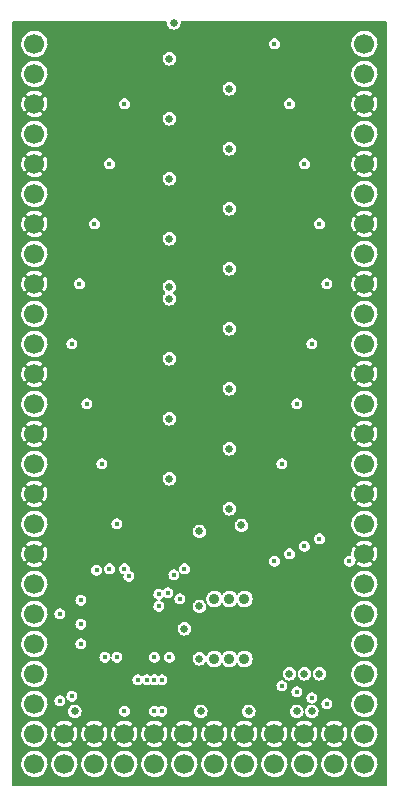
<source format=gbr>
%TF.GenerationSoftware,KiCad,Pcbnew,(6.0.4)*%
%TF.CreationDate,2022-08-30T15:40:43-04:00*%
%TF.ProjectId,eVolver_pwm,65566f6c-7665-4725-9f70-776d2e6b6963,rev?*%
%TF.SameCoordinates,Original*%
%TF.FileFunction,Copper,L3,Inr*%
%TF.FilePolarity,Positive*%
%FSLAX46Y46*%
G04 Gerber Fmt 4.6, Leading zero omitted, Abs format (unit mm)*
G04 Created by KiCad (PCBNEW (6.0.4)) date 2022-08-30 15:40:43*
%MOMM*%
%LPD*%
G01*
G04 APERTURE LIST*
%TA.AperFunction,ComponentPad*%
%ADD10C,1.700000*%
%TD*%
%TA.AperFunction,ViaPad*%
%ADD11C,0.406400*%
%TD*%
%TA.AperFunction,ViaPad*%
%ADD12C,0.635000*%
%TD*%
%TA.AperFunction,ViaPad*%
%ADD13C,0.889000*%
%TD*%
G04 APERTURE END LIST*
D10*
%TO.N,GND*%
%TO.C,P1*%
X156210000Y-73660000D03*
%TO.N,/OUT_0*%
X156210000Y-76200000D03*
%TO.N,+24V*%
X156210000Y-78740000D03*
%TO.N,/OUT_2*%
X156210000Y-81280000D03*
%TO.N,+24V*%
X156210000Y-83820000D03*
%TO.N,/OUT_4*%
X156210000Y-86360000D03*
%TO.N,+24V*%
X156210000Y-88900000D03*
%TO.N,/OUT_6*%
X156210000Y-91440000D03*
%TO.N,+24V*%
X156210000Y-93980000D03*
%TO.N,GND*%
X156210000Y-96520000D03*
%TO.N,/OUT_8*%
X156210000Y-99060000D03*
%TO.N,+24V*%
X156210000Y-101600000D03*
%TO.N,/OUT_10*%
X156210000Y-104140000D03*
%TO.N,+24V*%
X156210000Y-106680000D03*
%TO.N,/OUT_12*%
X156210000Y-109220000D03*
%TO.N,+24V*%
X156210000Y-111760000D03*
%TO.N,/OUT_14*%
X156210000Y-114300000D03*
%TO.N,+24V*%
X156210000Y-116840000D03*
%TO.N,GND*%
X156210000Y-119380000D03*
%TO.N,/GSCLK*%
X156210000Y-121920000D03*
%TO.N,/XLAT*%
X156210000Y-124460000D03*
%TO.N,/SCLK*%
X156210000Y-127000000D03*
%TO.N,/SIN*%
X156210000Y-129540000D03*
%TO.N,/SOUT*%
X156210000Y-132080000D03*
%TO.N,GND*%
X156210000Y-134620000D03*
%TD*%
%TO.N,GND*%
%TO.C,P2*%
X184150000Y-73660000D03*
%TO.N,/OUT_1*%
X184150000Y-76200000D03*
%TO.N,+24V*%
X184150000Y-78740000D03*
%TO.N,/OUT_3*%
X184150000Y-81280000D03*
%TO.N,+24V*%
X184150000Y-83820000D03*
%TO.N,/OUT_5*%
X184150000Y-86360000D03*
%TO.N,+24V*%
X184150000Y-88900000D03*
%TO.N,/OUT_7*%
X184150000Y-91440000D03*
%TO.N,+24V*%
X184150000Y-93980000D03*
%TO.N,GND*%
X184150000Y-96520000D03*
%TO.N,/OUT_9*%
X184150000Y-99060000D03*
%TO.N,+24V*%
X184150000Y-101600000D03*
%TO.N,/OUT_11*%
X184150000Y-104140000D03*
%TO.N,+24V*%
X184150000Y-106680000D03*
%TO.N,/OUT_13*%
X184150000Y-109220000D03*
%TO.N,+24V*%
X184150000Y-111760000D03*
%TO.N,/OUT_15*%
X184150000Y-114300000D03*
%TO.N,+24V*%
X184150000Y-116840000D03*
%TO.N,GND*%
X184150000Y-119380000D03*
%TO.N,unconnected-(P2-Pad20)*%
X184150000Y-121920000D03*
%TO.N,/BLANK*%
X184150000Y-124460000D03*
%TO.N,unconnected-(P2-Pad22)*%
X184150000Y-127000000D03*
%TO.N,+5V*%
X184150000Y-129540000D03*
X184150000Y-132080000D03*
%TO.N,GND*%
X184150000Y-134620000D03*
%TD*%
%TO.N,+24V*%
%TO.C,P3*%
X181610000Y-132080000D03*
X179070000Y-132080000D03*
X176530000Y-132080000D03*
X173990000Y-132080000D03*
X171450000Y-132080000D03*
X168910000Y-132080000D03*
X166370000Y-132080000D03*
X163830000Y-132080000D03*
X161290000Y-132080000D03*
X158750000Y-132080000D03*
%TD*%
%TO.N,GND*%
%TO.C,P4*%
X158750000Y-134620000D03*
X161290000Y-134620000D03*
X163830000Y-134620000D03*
X166370000Y-134620000D03*
X168910000Y-134620000D03*
X171450000Y-134620000D03*
X173990000Y-134620000D03*
X176530000Y-134620000D03*
X179070000Y-134620000D03*
X181610000Y-134620000D03*
%TD*%
D11*
%TO.N,/XLAT*%
X166751000Y-120269000D03*
%TO.N,/SCLK*%
X167513000Y-120142000D03*
%TO.N,GND*%
X166751000Y-121285000D03*
%TO.N,/BLANK*%
X168529000Y-120650000D03*
%TO.N,/SIN*%
X168021000Y-118618000D03*
%TO.N,/GATE8*%
X160147000Y-122809000D03*
%TO.N,/GATE6*%
X160147000Y-120777000D03*
%TO.N,/GATE10*%
X160147000Y-124460000D03*
%TO.N,/GATE4*%
X161481000Y-118237000D03*
%TO.N,/GATE2*%
X162560000Y-118110000D03*
%TO.N,/GATE0*%
X163830000Y-118110000D03*
%TO.N,GND*%
X164211000Y-118745000D03*
%TO.N,+3V3*%
X167640000Y-125603000D03*
X166370000Y-125603000D03*
X166370000Y-127508000D03*
%TO.N,Net-(R17-Pad1)*%
X167005000Y-127508000D03*
%TO.N,/GSCLK*%
X158369000Y-121920000D03*
X158369000Y-129286000D03*
%TO.N,/GATE14*%
X163195000Y-125603000D03*
%TO.N,/GATE12*%
X162179000Y-125603000D03*
%TO.N,/GSCLK*%
X165735000Y-127508000D03*
%TO.N,/SOUT*%
X164973000Y-127508000D03*
%TO.N,+3V3*%
X166370000Y-130175000D03*
D12*
X170180000Y-114935000D03*
X170180000Y-121285000D03*
X170180000Y-125730000D03*
D13*
X172720000Y-125730000D03*
X173990000Y-125730000D03*
X171450000Y-125730000D03*
X172720000Y-120650000D03*
X171450000Y-120650000D03*
X173990000Y-120650000D03*
D12*
%TO.N,GND*%
X168021000Y-71882000D03*
X167640000Y-94234000D03*
X159639000Y-130175000D03*
X173736000Y-114427000D03*
X179070000Y-127000000D03*
X177800000Y-127000000D03*
X180340000Y-127000000D03*
X179705000Y-130175000D03*
X178435000Y-130175000D03*
X168910000Y-123190000D03*
X174371000Y-130175000D03*
X170307000Y-130175000D03*
X167640000Y-110490000D03*
X167640000Y-105410000D03*
X167640000Y-100330000D03*
X172720000Y-113030000D03*
X172720000Y-107950000D03*
X172720000Y-102870000D03*
X172720000Y-97790000D03*
X167640000Y-95250000D03*
X172720000Y-87630000D03*
X172720000Y-92710000D03*
X167640000Y-90170000D03*
X167640000Y-85090000D03*
X167640000Y-80010000D03*
X172720000Y-82550000D03*
X172720000Y-77470000D03*
X167640000Y-74930000D03*
%TO.N,+24V*%
X181610000Y-102870000D03*
X181610000Y-72390000D03*
X181610000Y-77470000D03*
X181610000Y-82550000D03*
X181610000Y-87630000D03*
X181610000Y-92710000D03*
X181610000Y-97790000D03*
X181610000Y-107950000D03*
X158750000Y-102870000D03*
X158750000Y-97790000D03*
X158750000Y-92710000D03*
X158750000Y-87630000D03*
X158750000Y-82550000D03*
X158750000Y-77470000D03*
X158750000Y-72390000D03*
X158750000Y-107950000D03*
D11*
%TO.N,/GSCLK*%
X163830000Y-130175000D03*
%TO.N,/SOUT*%
X159385000Y-128905000D03*
%TO.N,Net-(R17-Pad1)*%
X167005000Y-130175000D03*
%TO.N,/GATE0*%
X163830000Y-78740000D03*
%TO.N,/GATE1*%
X176530000Y-117475000D03*
X176530000Y-73660000D03*
%TO.N,/GATE2*%
X162560000Y-83820000D03*
%TO.N,/GATE3*%
X177800000Y-116840000D03*
X177800000Y-78740000D03*
%TO.N,/GATE4*%
X161290000Y-88900000D03*
%TO.N,/GATE5*%
X179070000Y-116205000D03*
X179070000Y-83820000D03*
%TO.N,/GATE6*%
X160020000Y-93980000D03*
%TO.N,/GATE7*%
X180340000Y-115570000D03*
X180340000Y-88900000D03*
%TO.N,/GATE8*%
X159385000Y-99060000D03*
%TO.N,/GATE9*%
X180975000Y-93980000D03*
X180975000Y-129540000D03*
%TO.N,/GATE10*%
X160655000Y-104140000D03*
%TO.N,/GATE11*%
X179705000Y-129032000D03*
X179705000Y-99060000D03*
%TO.N,/GATE12*%
X161925000Y-109220000D03*
%TO.N,/GATE13*%
X178435000Y-104140000D03*
X178435000Y-128524000D03*
%TO.N,/GATE14*%
X163195000Y-114300000D03*
%TO.N,/GATE15*%
X177165000Y-109220000D03*
X177165000Y-128016000D03*
%TO.N,/BLANK*%
X168910000Y-118110000D03*
X182880000Y-117475000D03*
%TD*%
%TA.AperFunction,Conductor*%
%TO.N,+24V*%
G36*
X167433711Y-71773306D02*
G01*
X167452017Y-71817500D01*
X167451482Y-71825654D01*
X167444064Y-71882000D01*
X167463723Y-72031322D01*
X167521359Y-72170468D01*
X167613045Y-72289955D01*
X167732532Y-72381641D01*
X167736315Y-72383208D01*
X167867892Y-72437709D01*
X167867893Y-72437709D01*
X167871678Y-72439277D01*
X167875740Y-72439812D01*
X167875741Y-72439812D01*
X168016936Y-72458401D01*
X168021000Y-72458936D01*
X168025064Y-72458401D01*
X168166259Y-72439812D01*
X168166260Y-72439812D01*
X168170322Y-72439277D01*
X168174107Y-72437709D01*
X168174108Y-72437709D01*
X168305685Y-72383208D01*
X168309468Y-72381641D01*
X168428955Y-72289955D01*
X168520641Y-72170468D01*
X168578277Y-72031322D01*
X168597936Y-71882000D01*
X168590518Y-71825657D01*
X168602898Y-71779453D01*
X168644325Y-71755535D01*
X168652483Y-71755000D01*
X185992500Y-71755000D01*
X186036694Y-71773306D01*
X186055000Y-71817500D01*
X186055000Y-136462500D01*
X186036694Y-136506694D01*
X185992500Y-136525000D01*
X154367500Y-136525000D01*
X154323306Y-136506694D01*
X154305000Y-136462500D01*
X154305000Y-134590964D01*
X155101148Y-134590964D01*
X155114424Y-134793522D01*
X155164392Y-134990269D01*
X155249377Y-135174616D01*
X155366533Y-135340389D01*
X155511938Y-135482035D01*
X155680720Y-135594812D01*
X155767124Y-135631934D01*
X155864588Y-135673808D01*
X155864590Y-135673809D01*
X155867228Y-135674942D01*
X155967641Y-135697663D01*
X156062426Y-135719111D01*
X156062429Y-135719111D01*
X156065216Y-135719742D01*
X156155164Y-135723276D01*
X156265193Y-135727600D01*
X156265197Y-135727600D01*
X156268053Y-135727712D01*
X156468945Y-135698584D01*
X156661165Y-135633334D01*
X156838276Y-135534147D01*
X156994345Y-135404345D01*
X157124147Y-135248276D01*
X157223334Y-135071165D01*
X157288584Y-134878945D01*
X157317712Y-134678053D01*
X157319232Y-134620000D01*
X157316565Y-134590964D01*
X157641148Y-134590964D01*
X157654424Y-134793522D01*
X157704392Y-134990269D01*
X157789377Y-135174616D01*
X157906533Y-135340389D01*
X158051938Y-135482035D01*
X158220720Y-135594812D01*
X158307124Y-135631934D01*
X158404588Y-135673808D01*
X158404590Y-135673809D01*
X158407228Y-135674942D01*
X158507641Y-135697663D01*
X158602426Y-135719111D01*
X158602429Y-135719111D01*
X158605216Y-135719742D01*
X158695164Y-135723276D01*
X158805193Y-135727600D01*
X158805197Y-135727600D01*
X158808053Y-135727712D01*
X159008945Y-135698584D01*
X159201165Y-135633334D01*
X159378276Y-135534147D01*
X159534345Y-135404345D01*
X159664147Y-135248276D01*
X159763334Y-135071165D01*
X159828584Y-134878945D01*
X159857712Y-134678053D01*
X159859232Y-134620000D01*
X159856565Y-134590964D01*
X160181148Y-134590964D01*
X160194424Y-134793522D01*
X160244392Y-134990269D01*
X160329377Y-135174616D01*
X160446533Y-135340389D01*
X160591938Y-135482035D01*
X160760720Y-135594812D01*
X160847124Y-135631934D01*
X160944588Y-135673808D01*
X160944590Y-135673809D01*
X160947228Y-135674942D01*
X161047641Y-135697663D01*
X161142426Y-135719111D01*
X161142429Y-135719111D01*
X161145216Y-135719742D01*
X161235164Y-135723276D01*
X161345193Y-135727600D01*
X161345197Y-135727600D01*
X161348053Y-135727712D01*
X161548945Y-135698584D01*
X161741165Y-135633334D01*
X161918276Y-135534147D01*
X162074345Y-135404345D01*
X162204147Y-135248276D01*
X162303334Y-135071165D01*
X162368584Y-134878945D01*
X162397712Y-134678053D01*
X162399232Y-134620000D01*
X162396565Y-134590964D01*
X162721148Y-134590964D01*
X162734424Y-134793522D01*
X162784392Y-134990269D01*
X162869377Y-135174616D01*
X162986533Y-135340389D01*
X163131938Y-135482035D01*
X163300720Y-135594812D01*
X163387124Y-135631934D01*
X163484588Y-135673808D01*
X163484590Y-135673809D01*
X163487228Y-135674942D01*
X163587641Y-135697663D01*
X163682426Y-135719111D01*
X163682429Y-135719111D01*
X163685216Y-135719742D01*
X163775164Y-135723276D01*
X163885193Y-135727600D01*
X163885197Y-135727600D01*
X163888053Y-135727712D01*
X164088945Y-135698584D01*
X164281165Y-135633334D01*
X164458276Y-135534147D01*
X164614345Y-135404345D01*
X164744147Y-135248276D01*
X164843334Y-135071165D01*
X164908584Y-134878945D01*
X164937712Y-134678053D01*
X164939232Y-134620000D01*
X164936565Y-134590964D01*
X165261148Y-134590964D01*
X165274424Y-134793522D01*
X165324392Y-134990269D01*
X165409377Y-135174616D01*
X165526533Y-135340389D01*
X165671938Y-135482035D01*
X165840720Y-135594812D01*
X165927124Y-135631934D01*
X166024588Y-135673808D01*
X166024590Y-135673809D01*
X166027228Y-135674942D01*
X166127641Y-135697663D01*
X166222426Y-135719111D01*
X166222429Y-135719111D01*
X166225216Y-135719742D01*
X166315164Y-135723276D01*
X166425193Y-135727600D01*
X166425197Y-135727600D01*
X166428053Y-135727712D01*
X166628945Y-135698584D01*
X166821165Y-135633334D01*
X166998276Y-135534147D01*
X167154345Y-135404345D01*
X167284147Y-135248276D01*
X167383334Y-135071165D01*
X167448584Y-134878945D01*
X167477712Y-134678053D01*
X167479232Y-134620000D01*
X167476565Y-134590964D01*
X167801148Y-134590964D01*
X167814424Y-134793522D01*
X167864392Y-134990269D01*
X167949377Y-135174616D01*
X168066533Y-135340389D01*
X168211938Y-135482035D01*
X168380720Y-135594812D01*
X168467124Y-135631934D01*
X168564588Y-135673808D01*
X168564590Y-135673809D01*
X168567228Y-135674942D01*
X168667641Y-135697663D01*
X168762426Y-135719111D01*
X168762429Y-135719111D01*
X168765216Y-135719742D01*
X168855164Y-135723276D01*
X168965193Y-135727600D01*
X168965197Y-135727600D01*
X168968053Y-135727712D01*
X169168945Y-135698584D01*
X169361165Y-135633334D01*
X169538276Y-135534147D01*
X169694345Y-135404345D01*
X169824147Y-135248276D01*
X169923334Y-135071165D01*
X169988584Y-134878945D01*
X170017712Y-134678053D01*
X170019232Y-134620000D01*
X170016565Y-134590964D01*
X170341148Y-134590964D01*
X170354424Y-134793522D01*
X170404392Y-134990269D01*
X170489377Y-135174616D01*
X170606533Y-135340389D01*
X170751938Y-135482035D01*
X170920720Y-135594812D01*
X171007124Y-135631934D01*
X171104588Y-135673808D01*
X171104590Y-135673809D01*
X171107228Y-135674942D01*
X171207641Y-135697663D01*
X171302426Y-135719111D01*
X171302429Y-135719111D01*
X171305216Y-135719742D01*
X171395164Y-135723276D01*
X171505193Y-135727600D01*
X171505197Y-135727600D01*
X171508053Y-135727712D01*
X171708945Y-135698584D01*
X171901165Y-135633334D01*
X172078276Y-135534147D01*
X172234345Y-135404345D01*
X172364147Y-135248276D01*
X172463334Y-135071165D01*
X172528584Y-134878945D01*
X172557712Y-134678053D01*
X172559232Y-134620000D01*
X172556565Y-134590964D01*
X172881148Y-134590964D01*
X172894424Y-134793522D01*
X172944392Y-134990269D01*
X173029377Y-135174616D01*
X173146533Y-135340389D01*
X173291938Y-135482035D01*
X173460720Y-135594812D01*
X173547124Y-135631934D01*
X173644588Y-135673808D01*
X173644590Y-135673809D01*
X173647228Y-135674942D01*
X173747641Y-135697663D01*
X173842426Y-135719111D01*
X173842429Y-135719111D01*
X173845216Y-135719742D01*
X173935164Y-135723276D01*
X174045193Y-135727600D01*
X174045197Y-135727600D01*
X174048053Y-135727712D01*
X174248945Y-135698584D01*
X174441165Y-135633334D01*
X174618276Y-135534147D01*
X174774345Y-135404345D01*
X174904147Y-135248276D01*
X175003334Y-135071165D01*
X175068584Y-134878945D01*
X175097712Y-134678053D01*
X175099232Y-134620000D01*
X175096565Y-134590964D01*
X175421148Y-134590964D01*
X175434424Y-134793522D01*
X175484392Y-134990269D01*
X175569377Y-135174616D01*
X175686533Y-135340389D01*
X175831938Y-135482035D01*
X176000720Y-135594812D01*
X176087124Y-135631934D01*
X176184588Y-135673808D01*
X176184590Y-135673809D01*
X176187228Y-135674942D01*
X176287641Y-135697663D01*
X176382426Y-135719111D01*
X176382429Y-135719111D01*
X176385216Y-135719742D01*
X176475164Y-135723276D01*
X176585193Y-135727600D01*
X176585197Y-135727600D01*
X176588053Y-135727712D01*
X176788945Y-135698584D01*
X176981165Y-135633334D01*
X177158276Y-135534147D01*
X177314345Y-135404345D01*
X177444147Y-135248276D01*
X177543334Y-135071165D01*
X177608584Y-134878945D01*
X177637712Y-134678053D01*
X177639232Y-134620000D01*
X177636565Y-134590964D01*
X177961148Y-134590964D01*
X177974424Y-134793522D01*
X178024392Y-134990269D01*
X178109377Y-135174616D01*
X178226533Y-135340389D01*
X178371938Y-135482035D01*
X178540720Y-135594812D01*
X178627124Y-135631934D01*
X178724588Y-135673808D01*
X178724590Y-135673809D01*
X178727228Y-135674942D01*
X178827641Y-135697663D01*
X178922426Y-135719111D01*
X178922429Y-135719111D01*
X178925216Y-135719742D01*
X179015164Y-135723276D01*
X179125193Y-135727600D01*
X179125197Y-135727600D01*
X179128053Y-135727712D01*
X179328945Y-135698584D01*
X179521165Y-135633334D01*
X179698276Y-135534147D01*
X179854345Y-135404345D01*
X179984147Y-135248276D01*
X180083334Y-135071165D01*
X180148584Y-134878945D01*
X180177712Y-134678053D01*
X180179232Y-134620000D01*
X180176565Y-134590964D01*
X180501148Y-134590964D01*
X180514424Y-134793522D01*
X180564392Y-134990269D01*
X180649377Y-135174616D01*
X180766533Y-135340389D01*
X180911938Y-135482035D01*
X181080720Y-135594812D01*
X181167124Y-135631934D01*
X181264588Y-135673808D01*
X181264590Y-135673809D01*
X181267228Y-135674942D01*
X181367641Y-135697663D01*
X181462426Y-135719111D01*
X181462429Y-135719111D01*
X181465216Y-135719742D01*
X181555164Y-135723276D01*
X181665193Y-135727600D01*
X181665197Y-135727600D01*
X181668053Y-135727712D01*
X181868945Y-135698584D01*
X182061165Y-135633334D01*
X182238276Y-135534147D01*
X182394345Y-135404345D01*
X182524147Y-135248276D01*
X182623334Y-135071165D01*
X182688584Y-134878945D01*
X182717712Y-134678053D01*
X182719232Y-134620000D01*
X182716565Y-134590964D01*
X183041148Y-134590964D01*
X183054424Y-134793522D01*
X183104392Y-134990269D01*
X183189377Y-135174616D01*
X183306533Y-135340389D01*
X183451938Y-135482035D01*
X183620720Y-135594812D01*
X183707124Y-135631934D01*
X183804588Y-135673808D01*
X183804590Y-135673809D01*
X183807228Y-135674942D01*
X183907641Y-135697663D01*
X184002426Y-135719111D01*
X184002429Y-135719111D01*
X184005216Y-135719742D01*
X184095164Y-135723276D01*
X184205193Y-135727600D01*
X184205197Y-135727600D01*
X184208053Y-135727712D01*
X184408945Y-135698584D01*
X184601165Y-135633334D01*
X184778276Y-135534147D01*
X184934345Y-135404345D01*
X185064147Y-135248276D01*
X185163334Y-135071165D01*
X185228584Y-134878945D01*
X185257712Y-134678053D01*
X185259232Y-134620000D01*
X185256303Y-134588116D01*
X185240920Y-134420714D01*
X185240658Y-134417859D01*
X185239879Y-134415096D01*
X185186335Y-134225244D01*
X185186333Y-134225240D01*
X185185557Y-134222487D01*
X185095776Y-134040428D01*
X185077437Y-134015869D01*
X184976037Y-133880078D01*
X184976036Y-133880076D01*
X184974320Y-133877779D01*
X184825258Y-133739987D01*
X184653581Y-133631667D01*
X184465039Y-133556446D01*
X184462233Y-133555888D01*
X184462230Y-133555887D01*
X184268752Y-133517402D01*
X184268750Y-133517402D01*
X184265946Y-133516844D01*
X184170353Y-133515593D01*
X184065833Y-133514224D01*
X184065828Y-133514224D01*
X184062971Y-133514187D01*
X184060151Y-133514672D01*
X184060146Y-133514672D01*
X183943751Y-133534673D01*
X183862910Y-133548564D01*
X183860222Y-133549556D01*
X183860217Y-133549557D01*
X183675151Y-133617832D01*
X183675148Y-133617833D01*
X183672463Y-133618824D01*
X183498010Y-133722612D01*
X183345392Y-133856455D01*
X183219720Y-134015869D01*
X183125203Y-134195515D01*
X183065007Y-134389378D01*
X183041148Y-134590964D01*
X182716565Y-134590964D01*
X182716303Y-134588116D01*
X182700920Y-134420714D01*
X182700658Y-134417859D01*
X182699879Y-134415096D01*
X182646335Y-134225244D01*
X182646333Y-134225240D01*
X182645557Y-134222487D01*
X182555776Y-134040428D01*
X182537437Y-134015869D01*
X182436037Y-133880078D01*
X182436036Y-133880076D01*
X182434320Y-133877779D01*
X182285258Y-133739987D01*
X182113581Y-133631667D01*
X181925039Y-133556446D01*
X181922233Y-133555888D01*
X181922230Y-133555887D01*
X181728752Y-133517402D01*
X181728750Y-133517402D01*
X181725946Y-133516844D01*
X181630353Y-133515593D01*
X181525833Y-133514224D01*
X181525828Y-133514224D01*
X181522971Y-133514187D01*
X181520151Y-133514672D01*
X181520146Y-133514672D01*
X181403751Y-133534673D01*
X181322910Y-133548564D01*
X181320222Y-133549556D01*
X181320217Y-133549557D01*
X181135151Y-133617832D01*
X181135148Y-133617833D01*
X181132463Y-133618824D01*
X180958010Y-133722612D01*
X180805392Y-133856455D01*
X180679720Y-134015869D01*
X180585203Y-134195515D01*
X180525007Y-134389378D01*
X180501148Y-134590964D01*
X180176565Y-134590964D01*
X180176303Y-134588116D01*
X180160920Y-134420714D01*
X180160658Y-134417859D01*
X180159879Y-134415096D01*
X180106335Y-134225244D01*
X180106333Y-134225240D01*
X180105557Y-134222487D01*
X180015776Y-134040428D01*
X179997437Y-134015869D01*
X179896037Y-133880078D01*
X179896036Y-133880076D01*
X179894320Y-133877779D01*
X179745258Y-133739987D01*
X179573581Y-133631667D01*
X179385039Y-133556446D01*
X179382233Y-133555888D01*
X179382230Y-133555887D01*
X179188752Y-133517402D01*
X179188750Y-133517402D01*
X179185946Y-133516844D01*
X179090353Y-133515593D01*
X178985833Y-133514224D01*
X178985828Y-133514224D01*
X178982971Y-133514187D01*
X178980151Y-133514672D01*
X178980146Y-133514672D01*
X178863751Y-133534673D01*
X178782910Y-133548564D01*
X178780222Y-133549556D01*
X178780217Y-133549557D01*
X178595151Y-133617832D01*
X178595148Y-133617833D01*
X178592463Y-133618824D01*
X178418010Y-133722612D01*
X178265392Y-133856455D01*
X178139720Y-134015869D01*
X178045203Y-134195515D01*
X177985007Y-134389378D01*
X177961148Y-134590964D01*
X177636565Y-134590964D01*
X177636303Y-134588116D01*
X177620920Y-134420714D01*
X177620658Y-134417859D01*
X177619879Y-134415096D01*
X177566335Y-134225244D01*
X177566333Y-134225240D01*
X177565557Y-134222487D01*
X177475776Y-134040428D01*
X177457437Y-134015869D01*
X177356037Y-133880078D01*
X177356036Y-133880076D01*
X177354320Y-133877779D01*
X177205258Y-133739987D01*
X177033581Y-133631667D01*
X176845039Y-133556446D01*
X176842233Y-133555888D01*
X176842230Y-133555887D01*
X176648752Y-133517402D01*
X176648750Y-133517402D01*
X176645946Y-133516844D01*
X176550353Y-133515593D01*
X176445833Y-133514224D01*
X176445828Y-133514224D01*
X176442971Y-133514187D01*
X176440151Y-133514672D01*
X176440146Y-133514672D01*
X176323751Y-133534673D01*
X176242910Y-133548564D01*
X176240222Y-133549556D01*
X176240217Y-133549557D01*
X176055151Y-133617832D01*
X176055148Y-133617833D01*
X176052463Y-133618824D01*
X175878010Y-133722612D01*
X175725392Y-133856455D01*
X175599720Y-134015869D01*
X175505203Y-134195515D01*
X175445007Y-134389378D01*
X175421148Y-134590964D01*
X175096565Y-134590964D01*
X175096303Y-134588116D01*
X175080920Y-134420714D01*
X175080658Y-134417859D01*
X175079879Y-134415096D01*
X175026335Y-134225244D01*
X175026333Y-134225240D01*
X175025557Y-134222487D01*
X174935776Y-134040428D01*
X174917437Y-134015869D01*
X174816037Y-133880078D01*
X174816036Y-133880076D01*
X174814320Y-133877779D01*
X174665258Y-133739987D01*
X174493581Y-133631667D01*
X174305039Y-133556446D01*
X174302233Y-133555888D01*
X174302230Y-133555887D01*
X174108752Y-133517402D01*
X174108750Y-133517402D01*
X174105946Y-133516844D01*
X174010353Y-133515593D01*
X173905833Y-133514224D01*
X173905828Y-133514224D01*
X173902971Y-133514187D01*
X173900151Y-133514672D01*
X173900146Y-133514672D01*
X173783751Y-133534673D01*
X173702910Y-133548564D01*
X173700222Y-133549556D01*
X173700217Y-133549557D01*
X173515151Y-133617832D01*
X173515148Y-133617833D01*
X173512463Y-133618824D01*
X173338010Y-133722612D01*
X173185392Y-133856455D01*
X173059720Y-134015869D01*
X172965203Y-134195515D01*
X172905007Y-134389378D01*
X172881148Y-134590964D01*
X172556565Y-134590964D01*
X172556303Y-134588116D01*
X172540920Y-134420714D01*
X172540658Y-134417859D01*
X172539879Y-134415096D01*
X172486335Y-134225244D01*
X172486333Y-134225240D01*
X172485557Y-134222487D01*
X172395776Y-134040428D01*
X172377437Y-134015869D01*
X172276037Y-133880078D01*
X172276036Y-133880076D01*
X172274320Y-133877779D01*
X172125258Y-133739987D01*
X171953581Y-133631667D01*
X171765039Y-133556446D01*
X171762233Y-133555888D01*
X171762230Y-133555887D01*
X171568752Y-133517402D01*
X171568750Y-133517402D01*
X171565946Y-133516844D01*
X171470353Y-133515593D01*
X171365833Y-133514224D01*
X171365828Y-133514224D01*
X171362971Y-133514187D01*
X171360151Y-133514672D01*
X171360146Y-133514672D01*
X171243751Y-133534673D01*
X171162910Y-133548564D01*
X171160222Y-133549556D01*
X171160217Y-133549557D01*
X170975151Y-133617832D01*
X170975148Y-133617833D01*
X170972463Y-133618824D01*
X170798010Y-133722612D01*
X170645392Y-133856455D01*
X170519720Y-134015869D01*
X170425203Y-134195515D01*
X170365007Y-134389378D01*
X170341148Y-134590964D01*
X170016565Y-134590964D01*
X170016303Y-134588116D01*
X170000920Y-134420714D01*
X170000658Y-134417859D01*
X169999879Y-134415096D01*
X169946335Y-134225244D01*
X169946333Y-134225240D01*
X169945557Y-134222487D01*
X169855776Y-134040428D01*
X169837437Y-134015869D01*
X169736037Y-133880078D01*
X169736036Y-133880076D01*
X169734320Y-133877779D01*
X169585258Y-133739987D01*
X169413581Y-133631667D01*
X169225039Y-133556446D01*
X169222233Y-133555888D01*
X169222230Y-133555887D01*
X169028752Y-133517402D01*
X169028750Y-133517402D01*
X169025946Y-133516844D01*
X168930353Y-133515593D01*
X168825833Y-133514224D01*
X168825828Y-133514224D01*
X168822971Y-133514187D01*
X168820151Y-133514672D01*
X168820146Y-133514672D01*
X168703751Y-133534673D01*
X168622910Y-133548564D01*
X168620222Y-133549556D01*
X168620217Y-133549557D01*
X168435151Y-133617832D01*
X168435148Y-133617833D01*
X168432463Y-133618824D01*
X168258010Y-133722612D01*
X168105392Y-133856455D01*
X167979720Y-134015869D01*
X167885203Y-134195515D01*
X167825007Y-134389378D01*
X167801148Y-134590964D01*
X167476565Y-134590964D01*
X167476303Y-134588116D01*
X167460920Y-134420714D01*
X167460658Y-134417859D01*
X167459879Y-134415096D01*
X167406335Y-134225244D01*
X167406333Y-134225240D01*
X167405557Y-134222487D01*
X167315776Y-134040428D01*
X167297437Y-134015869D01*
X167196037Y-133880078D01*
X167196036Y-133880076D01*
X167194320Y-133877779D01*
X167045258Y-133739987D01*
X166873581Y-133631667D01*
X166685039Y-133556446D01*
X166682233Y-133555888D01*
X166682230Y-133555887D01*
X166488752Y-133517402D01*
X166488750Y-133517402D01*
X166485946Y-133516844D01*
X166390353Y-133515593D01*
X166285833Y-133514224D01*
X166285828Y-133514224D01*
X166282971Y-133514187D01*
X166280151Y-133514672D01*
X166280146Y-133514672D01*
X166163751Y-133534673D01*
X166082910Y-133548564D01*
X166080222Y-133549556D01*
X166080217Y-133549557D01*
X165895151Y-133617832D01*
X165895148Y-133617833D01*
X165892463Y-133618824D01*
X165718010Y-133722612D01*
X165565392Y-133856455D01*
X165439720Y-134015869D01*
X165345203Y-134195515D01*
X165285007Y-134389378D01*
X165261148Y-134590964D01*
X164936565Y-134590964D01*
X164936303Y-134588116D01*
X164920920Y-134420714D01*
X164920658Y-134417859D01*
X164919879Y-134415096D01*
X164866335Y-134225244D01*
X164866333Y-134225240D01*
X164865557Y-134222487D01*
X164775776Y-134040428D01*
X164757437Y-134015869D01*
X164656037Y-133880078D01*
X164656036Y-133880076D01*
X164654320Y-133877779D01*
X164505258Y-133739987D01*
X164333581Y-133631667D01*
X164145039Y-133556446D01*
X164142233Y-133555888D01*
X164142230Y-133555887D01*
X163948752Y-133517402D01*
X163948750Y-133517402D01*
X163945946Y-133516844D01*
X163850353Y-133515593D01*
X163745833Y-133514224D01*
X163745828Y-133514224D01*
X163742971Y-133514187D01*
X163740151Y-133514672D01*
X163740146Y-133514672D01*
X163623751Y-133534673D01*
X163542910Y-133548564D01*
X163540222Y-133549556D01*
X163540217Y-133549557D01*
X163355151Y-133617832D01*
X163355148Y-133617833D01*
X163352463Y-133618824D01*
X163178010Y-133722612D01*
X163025392Y-133856455D01*
X162899720Y-134015869D01*
X162805203Y-134195515D01*
X162745007Y-134389378D01*
X162721148Y-134590964D01*
X162396565Y-134590964D01*
X162396303Y-134588116D01*
X162380920Y-134420714D01*
X162380658Y-134417859D01*
X162379879Y-134415096D01*
X162326335Y-134225244D01*
X162326333Y-134225240D01*
X162325557Y-134222487D01*
X162235776Y-134040428D01*
X162217437Y-134015869D01*
X162116037Y-133880078D01*
X162116036Y-133880076D01*
X162114320Y-133877779D01*
X161965258Y-133739987D01*
X161793581Y-133631667D01*
X161605039Y-133556446D01*
X161602233Y-133555888D01*
X161602230Y-133555887D01*
X161408752Y-133517402D01*
X161408750Y-133517402D01*
X161405946Y-133516844D01*
X161310353Y-133515593D01*
X161205833Y-133514224D01*
X161205828Y-133514224D01*
X161202971Y-133514187D01*
X161200151Y-133514672D01*
X161200146Y-133514672D01*
X161083751Y-133534673D01*
X161002910Y-133548564D01*
X161000222Y-133549556D01*
X161000217Y-133549557D01*
X160815151Y-133617832D01*
X160815148Y-133617833D01*
X160812463Y-133618824D01*
X160638010Y-133722612D01*
X160485392Y-133856455D01*
X160359720Y-134015869D01*
X160265203Y-134195515D01*
X160205007Y-134389378D01*
X160181148Y-134590964D01*
X159856565Y-134590964D01*
X159856303Y-134588116D01*
X159840920Y-134420714D01*
X159840658Y-134417859D01*
X159839879Y-134415096D01*
X159786335Y-134225244D01*
X159786333Y-134225240D01*
X159785557Y-134222487D01*
X159695776Y-134040428D01*
X159677437Y-134015869D01*
X159576037Y-133880078D01*
X159576036Y-133880076D01*
X159574320Y-133877779D01*
X159425258Y-133739987D01*
X159253581Y-133631667D01*
X159065039Y-133556446D01*
X159062233Y-133555888D01*
X159062230Y-133555887D01*
X158868752Y-133517402D01*
X158868750Y-133517402D01*
X158865946Y-133516844D01*
X158770353Y-133515593D01*
X158665833Y-133514224D01*
X158665828Y-133514224D01*
X158662971Y-133514187D01*
X158660151Y-133514672D01*
X158660146Y-133514672D01*
X158543751Y-133534673D01*
X158462910Y-133548564D01*
X158460222Y-133549556D01*
X158460217Y-133549557D01*
X158275151Y-133617832D01*
X158275148Y-133617833D01*
X158272463Y-133618824D01*
X158098010Y-133722612D01*
X157945392Y-133856455D01*
X157819720Y-134015869D01*
X157725203Y-134195515D01*
X157665007Y-134389378D01*
X157641148Y-134590964D01*
X157316565Y-134590964D01*
X157316303Y-134588116D01*
X157300920Y-134420714D01*
X157300658Y-134417859D01*
X157299879Y-134415096D01*
X157246335Y-134225244D01*
X157246333Y-134225240D01*
X157245557Y-134222487D01*
X157155776Y-134040428D01*
X157137437Y-134015869D01*
X157036037Y-133880078D01*
X157036036Y-133880076D01*
X157034320Y-133877779D01*
X156885258Y-133739987D01*
X156713581Y-133631667D01*
X156525039Y-133556446D01*
X156522233Y-133555888D01*
X156522230Y-133555887D01*
X156328752Y-133517402D01*
X156328750Y-133517402D01*
X156325946Y-133516844D01*
X156230353Y-133515593D01*
X156125833Y-133514224D01*
X156125828Y-133514224D01*
X156122971Y-133514187D01*
X156120151Y-133514672D01*
X156120146Y-133514672D01*
X156003751Y-133534673D01*
X155922910Y-133548564D01*
X155920222Y-133549556D01*
X155920217Y-133549557D01*
X155735151Y-133617832D01*
X155735148Y-133617833D01*
X155732463Y-133618824D01*
X155558010Y-133722612D01*
X155405392Y-133856455D01*
X155279720Y-134015869D01*
X155185203Y-134195515D01*
X155125007Y-134389378D01*
X155101148Y-134590964D01*
X154305000Y-134590964D01*
X154305000Y-132050964D01*
X155101148Y-132050964D01*
X155114424Y-132253522D01*
X155164392Y-132450269D01*
X155249377Y-132634616D01*
X155366533Y-132800389D01*
X155511938Y-132942035D01*
X155680720Y-133054812D01*
X155766056Y-133091475D01*
X155864588Y-133133808D01*
X155864590Y-133133809D01*
X155867228Y-133134942D01*
X155965484Y-133157175D01*
X156062426Y-133179111D01*
X156062429Y-133179111D01*
X156065216Y-133179742D01*
X156155164Y-133183276D01*
X156265193Y-133187600D01*
X156265197Y-133187600D01*
X156268053Y-133187712D01*
X156468945Y-133158584D01*
X156661165Y-133093334D01*
X156838276Y-132994147D01*
X156893838Y-132947936D01*
X158066818Y-132947936D01*
X158068789Y-132952693D01*
X158218576Y-133052778D01*
X158223598Y-133055504D01*
X158404744Y-133133331D01*
X158410183Y-133135098D01*
X158602492Y-133178614D01*
X158608140Y-133179357D01*
X158805166Y-133187099D01*
X158810861Y-133186800D01*
X159005992Y-133158507D01*
X159011541Y-133157175D01*
X159198247Y-133093796D01*
X159203460Y-133091475D01*
X159375492Y-132995133D01*
X159380197Y-132991899D01*
X159426379Y-132953490D01*
X159429300Y-132947936D01*
X160606818Y-132947936D01*
X160608789Y-132952693D01*
X160758576Y-133052778D01*
X160763598Y-133055504D01*
X160944744Y-133133331D01*
X160950183Y-133135098D01*
X161142492Y-133178614D01*
X161148140Y-133179357D01*
X161345166Y-133187099D01*
X161350861Y-133186800D01*
X161545992Y-133158507D01*
X161551541Y-133157175D01*
X161738247Y-133093796D01*
X161743460Y-133091475D01*
X161915492Y-132995133D01*
X161920197Y-132991899D01*
X161966379Y-132953490D01*
X161969300Y-132947936D01*
X163146818Y-132947936D01*
X163148789Y-132952693D01*
X163298576Y-133052778D01*
X163303598Y-133055504D01*
X163484744Y-133133331D01*
X163490183Y-133135098D01*
X163682492Y-133178614D01*
X163688140Y-133179357D01*
X163885166Y-133187099D01*
X163890861Y-133186800D01*
X164085992Y-133158507D01*
X164091541Y-133157175D01*
X164278247Y-133093796D01*
X164283460Y-133091475D01*
X164455492Y-132995133D01*
X164460197Y-132991899D01*
X164506379Y-132953490D01*
X164509300Y-132947936D01*
X165686818Y-132947936D01*
X165688789Y-132952693D01*
X165838576Y-133052778D01*
X165843598Y-133055504D01*
X166024744Y-133133331D01*
X166030183Y-133135098D01*
X166222492Y-133178614D01*
X166228140Y-133179357D01*
X166425166Y-133187099D01*
X166430861Y-133186800D01*
X166625992Y-133158507D01*
X166631541Y-133157175D01*
X166818247Y-133093796D01*
X166823460Y-133091475D01*
X166995492Y-132995133D01*
X167000197Y-132991899D01*
X167046379Y-132953490D01*
X167049300Y-132947936D01*
X168226818Y-132947936D01*
X168228789Y-132952693D01*
X168378576Y-133052778D01*
X168383598Y-133055504D01*
X168564744Y-133133331D01*
X168570183Y-133135098D01*
X168762492Y-133178614D01*
X168768140Y-133179357D01*
X168965166Y-133187099D01*
X168970861Y-133186800D01*
X169165992Y-133158507D01*
X169171541Y-133157175D01*
X169358247Y-133093796D01*
X169363460Y-133091475D01*
X169535492Y-132995133D01*
X169540197Y-132991899D01*
X169586379Y-132953490D01*
X169589300Y-132947936D01*
X170766818Y-132947936D01*
X170768789Y-132952693D01*
X170918576Y-133052778D01*
X170923598Y-133055504D01*
X171104744Y-133133331D01*
X171110183Y-133135098D01*
X171302492Y-133178614D01*
X171308140Y-133179357D01*
X171505166Y-133187099D01*
X171510861Y-133186800D01*
X171705992Y-133158507D01*
X171711541Y-133157175D01*
X171898247Y-133093796D01*
X171903460Y-133091475D01*
X172075492Y-132995133D01*
X172080197Y-132991899D01*
X172126379Y-132953490D01*
X172129300Y-132947936D01*
X173306818Y-132947936D01*
X173308789Y-132952693D01*
X173458576Y-133052778D01*
X173463598Y-133055504D01*
X173644744Y-133133331D01*
X173650183Y-133135098D01*
X173842492Y-133178614D01*
X173848140Y-133179357D01*
X174045166Y-133187099D01*
X174050861Y-133186800D01*
X174245992Y-133158507D01*
X174251541Y-133157175D01*
X174438247Y-133093796D01*
X174443460Y-133091475D01*
X174615492Y-132995133D01*
X174620197Y-132991899D01*
X174666379Y-132953490D01*
X174669300Y-132947936D01*
X175846818Y-132947936D01*
X175848789Y-132952693D01*
X175998576Y-133052778D01*
X176003598Y-133055504D01*
X176184744Y-133133331D01*
X176190183Y-133135098D01*
X176382492Y-133178614D01*
X176388140Y-133179357D01*
X176585166Y-133187099D01*
X176590861Y-133186800D01*
X176785992Y-133158507D01*
X176791541Y-133157175D01*
X176978247Y-133093796D01*
X176983460Y-133091475D01*
X177155492Y-132995133D01*
X177160197Y-132991899D01*
X177206379Y-132953490D01*
X177209300Y-132947936D01*
X178386818Y-132947936D01*
X178388789Y-132952693D01*
X178538576Y-133052778D01*
X178543598Y-133055504D01*
X178724744Y-133133331D01*
X178730183Y-133135098D01*
X178922492Y-133178614D01*
X178928140Y-133179357D01*
X179125166Y-133187099D01*
X179130861Y-133186800D01*
X179325992Y-133158507D01*
X179331541Y-133157175D01*
X179518247Y-133093796D01*
X179523460Y-133091475D01*
X179695492Y-132995133D01*
X179700197Y-132991899D01*
X179746379Y-132953490D01*
X179749300Y-132947936D01*
X180926818Y-132947936D01*
X180928789Y-132952693D01*
X181078576Y-133052778D01*
X181083598Y-133055504D01*
X181264744Y-133133331D01*
X181270183Y-133135098D01*
X181462492Y-133178614D01*
X181468140Y-133179357D01*
X181665166Y-133187099D01*
X181670861Y-133186800D01*
X181865992Y-133158507D01*
X181871541Y-133157175D01*
X182058247Y-133093796D01*
X182063460Y-133091475D01*
X182235492Y-132995133D01*
X182240197Y-132991899D01*
X182286379Y-132953490D01*
X182290808Y-132945070D01*
X182288711Y-132938316D01*
X181618790Y-132268395D01*
X181610000Y-132264754D01*
X181601210Y-132268395D01*
X180930459Y-132939146D01*
X180926818Y-132947936D01*
X179749300Y-132947936D01*
X179750808Y-132945070D01*
X179748711Y-132938316D01*
X179078790Y-132268395D01*
X179070000Y-132264754D01*
X179061210Y-132268395D01*
X178390459Y-132939146D01*
X178386818Y-132947936D01*
X177209300Y-132947936D01*
X177210808Y-132945070D01*
X177208711Y-132938316D01*
X176538790Y-132268395D01*
X176530000Y-132264754D01*
X176521210Y-132268395D01*
X175850459Y-132939146D01*
X175846818Y-132947936D01*
X174669300Y-132947936D01*
X174670808Y-132945070D01*
X174668711Y-132938316D01*
X173998790Y-132268395D01*
X173990000Y-132264754D01*
X173981210Y-132268395D01*
X173310459Y-132939146D01*
X173306818Y-132947936D01*
X172129300Y-132947936D01*
X172130808Y-132945070D01*
X172128711Y-132938316D01*
X171458790Y-132268395D01*
X171450000Y-132264754D01*
X171441210Y-132268395D01*
X170770459Y-132939146D01*
X170766818Y-132947936D01*
X169589300Y-132947936D01*
X169590808Y-132945070D01*
X169588711Y-132938316D01*
X168918790Y-132268395D01*
X168910000Y-132264754D01*
X168901210Y-132268395D01*
X168230459Y-132939146D01*
X168226818Y-132947936D01*
X167049300Y-132947936D01*
X167050808Y-132945070D01*
X167048711Y-132938316D01*
X166378790Y-132268395D01*
X166370000Y-132264754D01*
X166361210Y-132268395D01*
X165690459Y-132939146D01*
X165686818Y-132947936D01*
X164509300Y-132947936D01*
X164510808Y-132945070D01*
X164508711Y-132938316D01*
X163838790Y-132268395D01*
X163830000Y-132264754D01*
X163821210Y-132268395D01*
X163150459Y-132939146D01*
X163146818Y-132947936D01*
X161969300Y-132947936D01*
X161970808Y-132945070D01*
X161968711Y-132938316D01*
X161298790Y-132268395D01*
X161290000Y-132264754D01*
X161281210Y-132268395D01*
X160610459Y-132939146D01*
X160606818Y-132947936D01*
X159429300Y-132947936D01*
X159430808Y-132945070D01*
X159428711Y-132938316D01*
X158758790Y-132268395D01*
X158750000Y-132264754D01*
X158741210Y-132268395D01*
X158070459Y-132939146D01*
X158066818Y-132947936D01*
X156893838Y-132947936D01*
X156994345Y-132864345D01*
X157124147Y-132708276D01*
X157223334Y-132531165D01*
X157288584Y-132338945D01*
X157317712Y-132138053D01*
X157319232Y-132080000D01*
X157318425Y-132071210D01*
X157316829Y-132053841D01*
X157641838Y-132053841D01*
X157654732Y-132250581D01*
X157655626Y-132256224D01*
X157704159Y-132447323D01*
X157706066Y-132452707D01*
X157788612Y-132631761D01*
X157791468Y-132636708D01*
X157876309Y-132756756D01*
X157884358Y-132761834D01*
X157889790Y-132760605D01*
X158561605Y-132088790D01*
X158565246Y-132080000D01*
X158934754Y-132080000D01*
X158938395Y-132088790D01*
X159606751Y-132757146D01*
X159615541Y-132760787D01*
X159622074Y-132758080D01*
X159661899Y-132710197D01*
X159665133Y-132705492D01*
X159761475Y-132533460D01*
X159763796Y-132528247D01*
X159827175Y-132341541D01*
X159828507Y-132335992D01*
X159856948Y-132139842D01*
X159857259Y-132136197D01*
X159858682Y-132081827D01*
X159858563Y-132078179D01*
X159856327Y-132053841D01*
X160181838Y-132053841D01*
X160194732Y-132250581D01*
X160195626Y-132256224D01*
X160244159Y-132447323D01*
X160246066Y-132452707D01*
X160328612Y-132631761D01*
X160331468Y-132636708D01*
X160416309Y-132756756D01*
X160424358Y-132761834D01*
X160429790Y-132760605D01*
X161101605Y-132088790D01*
X161105246Y-132080000D01*
X161474754Y-132080000D01*
X161478395Y-132088790D01*
X162146751Y-132757146D01*
X162155541Y-132760787D01*
X162162074Y-132758080D01*
X162201899Y-132710197D01*
X162205133Y-132705492D01*
X162301475Y-132533460D01*
X162303796Y-132528247D01*
X162367175Y-132341541D01*
X162368507Y-132335992D01*
X162396948Y-132139842D01*
X162397259Y-132136197D01*
X162398682Y-132081827D01*
X162398563Y-132078179D01*
X162396327Y-132053841D01*
X162721838Y-132053841D01*
X162734732Y-132250581D01*
X162735626Y-132256224D01*
X162784159Y-132447323D01*
X162786066Y-132452707D01*
X162868612Y-132631761D01*
X162871468Y-132636708D01*
X162956309Y-132756756D01*
X162964358Y-132761834D01*
X162969790Y-132760605D01*
X163641605Y-132088790D01*
X163645246Y-132080000D01*
X164014754Y-132080000D01*
X164018395Y-132088790D01*
X164686751Y-132757146D01*
X164695541Y-132760787D01*
X164702074Y-132758080D01*
X164741899Y-132710197D01*
X164745133Y-132705492D01*
X164841475Y-132533460D01*
X164843796Y-132528247D01*
X164907175Y-132341541D01*
X164908507Y-132335992D01*
X164936948Y-132139842D01*
X164937259Y-132136197D01*
X164938682Y-132081827D01*
X164938563Y-132078179D01*
X164936327Y-132053841D01*
X165261838Y-132053841D01*
X165274732Y-132250581D01*
X165275626Y-132256224D01*
X165324159Y-132447323D01*
X165326066Y-132452707D01*
X165408612Y-132631761D01*
X165411468Y-132636708D01*
X165496309Y-132756756D01*
X165504358Y-132761834D01*
X165509790Y-132760605D01*
X166181605Y-132088790D01*
X166185246Y-132080000D01*
X166554754Y-132080000D01*
X166558395Y-132088790D01*
X167226751Y-132757146D01*
X167235541Y-132760787D01*
X167242074Y-132758080D01*
X167281899Y-132710197D01*
X167285133Y-132705492D01*
X167381475Y-132533460D01*
X167383796Y-132528247D01*
X167447175Y-132341541D01*
X167448507Y-132335992D01*
X167476948Y-132139842D01*
X167477259Y-132136197D01*
X167478682Y-132081827D01*
X167478563Y-132078179D01*
X167476327Y-132053841D01*
X167801838Y-132053841D01*
X167814732Y-132250581D01*
X167815626Y-132256224D01*
X167864159Y-132447323D01*
X167866066Y-132452707D01*
X167948612Y-132631761D01*
X167951468Y-132636708D01*
X168036309Y-132756756D01*
X168044358Y-132761834D01*
X168049790Y-132760605D01*
X168721605Y-132088790D01*
X168725246Y-132080000D01*
X169094754Y-132080000D01*
X169098395Y-132088790D01*
X169766751Y-132757146D01*
X169775541Y-132760787D01*
X169782074Y-132758080D01*
X169821899Y-132710197D01*
X169825133Y-132705492D01*
X169921475Y-132533460D01*
X169923796Y-132528247D01*
X169987175Y-132341541D01*
X169988507Y-132335992D01*
X170016948Y-132139842D01*
X170017259Y-132136197D01*
X170018682Y-132081827D01*
X170018563Y-132078179D01*
X170016327Y-132053841D01*
X170341838Y-132053841D01*
X170354732Y-132250581D01*
X170355626Y-132256224D01*
X170404159Y-132447323D01*
X170406066Y-132452707D01*
X170488612Y-132631761D01*
X170491468Y-132636708D01*
X170576309Y-132756756D01*
X170584358Y-132761834D01*
X170589790Y-132760605D01*
X171261605Y-132088790D01*
X171265246Y-132080000D01*
X171634754Y-132080000D01*
X171638395Y-132088790D01*
X172306751Y-132757146D01*
X172315541Y-132760787D01*
X172322074Y-132758080D01*
X172361899Y-132710197D01*
X172365133Y-132705492D01*
X172461475Y-132533460D01*
X172463796Y-132528247D01*
X172527175Y-132341541D01*
X172528507Y-132335992D01*
X172556948Y-132139842D01*
X172557259Y-132136197D01*
X172558682Y-132081827D01*
X172558563Y-132078179D01*
X172556327Y-132053841D01*
X172881838Y-132053841D01*
X172894732Y-132250581D01*
X172895626Y-132256224D01*
X172944159Y-132447323D01*
X172946066Y-132452707D01*
X173028612Y-132631761D01*
X173031468Y-132636708D01*
X173116309Y-132756756D01*
X173124358Y-132761834D01*
X173129790Y-132760605D01*
X173801605Y-132088790D01*
X173805246Y-132080000D01*
X174174754Y-132080000D01*
X174178395Y-132088790D01*
X174846751Y-132757146D01*
X174855541Y-132760787D01*
X174862074Y-132758080D01*
X174901899Y-132710197D01*
X174905133Y-132705492D01*
X175001475Y-132533460D01*
X175003796Y-132528247D01*
X175067175Y-132341541D01*
X175068507Y-132335992D01*
X175096948Y-132139842D01*
X175097259Y-132136197D01*
X175098682Y-132081827D01*
X175098563Y-132078179D01*
X175096327Y-132053841D01*
X175421838Y-132053841D01*
X175434732Y-132250581D01*
X175435626Y-132256224D01*
X175484159Y-132447323D01*
X175486066Y-132452707D01*
X175568612Y-132631761D01*
X175571468Y-132636708D01*
X175656309Y-132756756D01*
X175664358Y-132761834D01*
X175669790Y-132760605D01*
X176341605Y-132088790D01*
X176345246Y-132080000D01*
X176714754Y-132080000D01*
X176718395Y-132088790D01*
X177386751Y-132757146D01*
X177395541Y-132760787D01*
X177402074Y-132758080D01*
X177441899Y-132710197D01*
X177445133Y-132705492D01*
X177541475Y-132533460D01*
X177543796Y-132528247D01*
X177607175Y-132341541D01*
X177608507Y-132335992D01*
X177636948Y-132139842D01*
X177637259Y-132136197D01*
X177638682Y-132081827D01*
X177638563Y-132078179D01*
X177636327Y-132053841D01*
X177961838Y-132053841D01*
X177974732Y-132250581D01*
X177975626Y-132256224D01*
X178024159Y-132447323D01*
X178026066Y-132452707D01*
X178108612Y-132631761D01*
X178111468Y-132636708D01*
X178196309Y-132756756D01*
X178204358Y-132761834D01*
X178209790Y-132760605D01*
X178881605Y-132088790D01*
X178885246Y-132080000D01*
X179254754Y-132080000D01*
X179258395Y-132088790D01*
X179926751Y-132757146D01*
X179935541Y-132760787D01*
X179942074Y-132758080D01*
X179981899Y-132710197D01*
X179985133Y-132705492D01*
X180081475Y-132533460D01*
X180083796Y-132528247D01*
X180147175Y-132341541D01*
X180148507Y-132335992D01*
X180176948Y-132139842D01*
X180177259Y-132136197D01*
X180178682Y-132081827D01*
X180178563Y-132078179D01*
X180176327Y-132053841D01*
X180501838Y-132053841D01*
X180514732Y-132250581D01*
X180515626Y-132256224D01*
X180564159Y-132447323D01*
X180566066Y-132452707D01*
X180648612Y-132631761D01*
X180651468Y-132636708D01*
X180736309Y-132756756D01*
X180744358Y-132761834D01*
X180749790Y-132760605D01*
X181421605Y-132088790D01*
X181425246Y-132080000D01*
X181794754Y-132080000D01*
X181798395Y-132088790D01*
X182466751Y-132757146D01*
X182475541Y-132760787D01*
X182482074Y-132758080D01*
X182521899Y-132710197D01*
X182525133Y-132705492D01*
X182621475Y-132533460D01*
X182623796Y-132528247D01*
X182687175Y-132341541D01*
X182688507Y-132335992D01*
X182716948Y-132139842D01*
X182717259Y-132136197D01*
X182718682Y-132081827D01*
X182718563Y-132078179D01*
X182716062Y-132050964D01*
X183041148Y-132050964D01*
X183054424Y-132253522D01*
X183104392Y-132450269D01*
X183189377Y-132634616D01*
X183306533Y-132800389D01*
X183451938Y-132942035D01*
X183620720Y-133054812D01*
X183706056Y-133091475D01*
X183804588Y-133133808D01*
X183804590Y-133133809D01*
X183807228Y-133134942D01*
X183905484Y-133157175D01*
X184002426Y-133179111D01*
X184002429Y-133179111D01*
X184005216Y-133179742D01*
X184095164Y-133183276D01*
X184205193Y-133187600D01*
X184205197Y-133187600D01*
X184208053Y-133187712D01*
X184408945Y-133158584D01*
X184601165Y-133093334D01*
X184778276Y-132994147D01*
X184934345Y-132864345D01*
X185064147Y-132708276D01*
X185163334Y-132531165D01*
X185228584Y-132338945D01*
X185257712Y-132138053D01*
X185259232Y-132080000D01*
X185258425Y-132071210D01*
X185250137Y-131981015D01*
X185240658Y-131877859D01*
X185233456Y-131852322D01*
X185186335Y-131685244D01*
X185186333Y-131685240D01*
X185185557Y-131682487D01*
X185095776Y-131500428D01*
X185094058Y-131498127D01*
X184976037Y-131340078D01*
X184976036Y-131340076D01*
X184974320Y-131337779D01*
X184825258Y-131199987D01*
X184653581Y-131091667D01*
X184465039Y-131016446D01*
X184462233Y-131015888D01*
X184462230Y-131015887D01*
X184268752Y-130977402D01*
X184268750Y-130977402D01*
X184265946Y-130976844D01*
X184170353Y-130975593D01*
X184065833Y-130974224D01*
X184065828Y-130974224D01*
X184062971Y-130974187D01*
X184060151Y-130974672D01*
X184060146Y-130974672D01*
X183943751Y-130994673D01*
X183862910Y-131008564D01*
X183860222Y-131009556D01*
X183860217Y-131009557D01*
X183675151Y-131077832D01*
X183675148Y-131077833D01*
X183672463Y-131078824D01*
X183498010Y-131182612D01*
X183345392Y-131316455D01*
X183219720Y-131475869D01*
X183125203Y-131655515D01*
X183124356Y-131658242D01*
X183124355Y-131658245D01*
X183116828Y-131682487D01*
X183065007Y-131849378D01*
X183041148Y-132050964D01*
X182716062Y-132050964D01*
X182700426Y-131880805D01*
X182699385Y-131875187D01*
X182645867Y-131685424D01*
X182643824Y-131680102D01*
X182556616Y-131503261D01*
X182553630Y-131498389D01*
X182483086Y-131403920D01*
X182474908Y-131399055D01*
X182469067Y-131400538D01*
X181798395Y-132071210D01*
X181794754Y-132080000D01*
X181425246Y-132080000D01*
X181421605Y-132071210D01*
X180753466Y-131403071D01*
X180744676Y-131399430D01*
X180738648Y-131401927D01*
X180681913Y-131473895D01*
X180678809Y-131478674D01*
X180586998Y-131653177D01*
X180584819Y-131658437D01*
X180526346Y-131846752D01*
X180525162Y-131852322D01*
X180501987Y-132048129D01*
X180501838Y-132053841D01*
X180176327Y-132053841D01*
X180160426Y-131880805D01*
X180159385Y-131875187D01*
X180105867Y-131685424D01*
X180103824Y-131680102D01*
X180016616Y-131503261D01*
X180013630Y-131498389D01*
X179943086Y-131403920D01*
X179934908Y-131399055D01*
X179929067Y-131400538D01*
X179258395Y-132071210D01*
X179254754Y-132080000D01*
X178885246Y-132080000D01*
X178881605Y-132071210D01*
X178213466Y-131403071D01*
X178204676Y-131399430D01*
X178198648Y-131401927D01*
X178141913Y-131473895D01*
X178138809Y-131478674D01*
X178046998Y-131653177D01*
X178044819Y-131658437D01*
X177986346Y-131846752D01*
X177985162Y-131852322D01*
X177961987Y-132048129D01*
X177961838Y-132053841D01*
X177636327Y-132053841D01*
X177620426Y-131880805D01*
X177619385Y-131875187D01*
X177565867Y-131685424D01*
X177563824Y-131680102D01*
X177476616Y-131503261D01*
X177473630Y-131498389D01*
X177403086Y-131403920D01*
X177394908Y-131399055D01*
X177389067Y-131400538D01*
X176718395Y-132071210D01*
X176714754Y-132080000D01*
X176345246Y-132080000D01*
X176341605Y-132071210D01*
X175673466Y-131403071D01*
X175664676Y-131399430D01*
X175658648Y-131401927D01*
X175601913Y-131473895D01*
X175598809Y-131478674D01*
X175506998Y-131653177D01*
X175504819Y-131658437D01*
X175446346Y-131846752D01*
X175445162Y-131852322D01*
X175421987Y-132048129D01*
X175421838Y-132053841D01*
X175096327Y-132053841D01*
X175080426Y-131880805D01*
X175079385Y-131875187D01*
X175025867Y-131685424D01*
X175023824Y-131680102D01*
X174936616Y-131503261D01*
X174933630Y-131498389D01*
X174863086Y-131403920D01*
X174854908Y-131399055D01*
X174849067Y-131400538D01*
X174178395Y-132071210D01*
X174174754Y-132080000D01*
X173805246Y-132080000D01*
X173801605Y-132071210D01*
X173133466Y-131403071D01*
X173124676Y-131399430D01*
X173118648Y-131401927D01*
X173061913Y-131473895D01*
X173058809Y-131478674D01*
X172966998Y-131653177D01*
X172964819Y-131658437D01*
X172906346Y-131846752D01*
X172905162Y-131852322D01*
X172881987Y-132048129D01*
X172881838Y-132053841D01*
X172556327Y-132053841D01*
X172540426Y-131880805D01*
X172539385Y-131875187D01*
X172485867Y-131685424D01*
X172483824Y-131680102D01*
X172396616Y-131503261D01*
X172393630Y-131498389D01*
X172323086Y-131403920D01*
X172314908Y-131399055D01*
X172309067Y-131400538D01*
X171638395Y-132071210D01*
X171634754Y-132080000D01*
X171265246Y-132080000D01*
X171261605Y-132071210D01*
X170593466Y-131403071D01*
X170584676Y-131399430D01*
X170578648Y-131401927D01*
X170521913Y-131473895D01*
X170518809Y-131478674D01*
X170426998Y-131653177D01*
X170424819Y-131658437D01*
X170366346Y-131846752D01*
X170365162Y-131852322D01*
X170341987Y-132048129D01*
X170341838Y-132053841D01*
X170016327Y-132053841D01*
X170000426Y-131880805D01*
X169999385Y-131875187D01*
X169945867Y-131685424D01*
X169943824Y-131680102D01*
X169856616Y-131503261D01*
X169853630Y-131498389D01*
X169783086Y-131403920D01*
X169774908Y-131399055D01*
X169769067Y-131400538D01*
X169098395Y-132071210D01*
X169094754Y-132080000D01*
X168725246Y-132080000D01*
X168721605Y-132071210D01*
X168053466Y-131403071D01*
X168044676Y-131399430D01*
X168038648Y-131401927D01*
X167981913Y-131473895D01*
X167978809Y-131478674D01*
X167886998Y-131653177D01*
X167884819Y-131658437D01*
X167826346Y-131846752D01*
X167825162Y-131852322D01*
X167801987Y-132048129D01*
X167801838Y-132053841D01*
X167476327Y-132053841D01*
X167460426Y-131880805D01*
X167459385Y-131875187D01*
X167405867Y-131685424D01*
X167403824Y-131680102D01*
X167316616Y-131503261D01*
X167313630Y-131498389D01*
X167243086Y-131403920D01*
X167234908Y-131399055D01*
X167229067Y-131400538D01*
X166558395Y-132071210D01*
X166554754Y-132080000D01*
X166185246Y-132080000D01*
X166181605Y-132071210D01*
X165513466Y-131403071D01*
X165504676Y-131399430D01*
X165498648Y-131401927D01*
X165441913Y-131473895D01*
X165438809Y-131478674D01*
X165346998Y-131653177D01*
X165344819Y-131658437D01*
X165286346Y-131846752D01*
X165285162Y-131852322D01*
X165261987Y-132048129D01*
X165261838Y-132053841D01*
X164936327Y-132053841D01*
X164920426Y-131880805D01*
X164919385Y-131875187D01*
X164865867Y-131685424D01*
X164863824Y-131680102D01*
X164776616Y-131503261D01*
X164773630Y-131498389D01*
X164703086Y-131403920D01*
X164694908Y-131399055D01*
X164689067Y-131400538D01*
X164018395Y-132071210D01*
X164014754Y-132080000D01*
X163645246Y-132080000D01*
X163641605Y-132071210D01*
X162973466Y-131403071D01*
X162964676Y-131399430D01*
X162958648Y-131401927D01*
X162901913Y-131473895D01*
X162898809Y-131478674D01*
X162806998Y-131653177D01*
X162804819Y-131658437D01*
X162746346Y-131846752D01*
X162745162Y-131852322D01*
X162721987Y-132048129D01*
X162721838Y-132053841D01*
X162396327Y-132053841D01*
X162380426Y-131880805D01*
X162379385Y-131875187D01*
X162325867Y-131685424D01*
X162323824Y-131680102D01*
X162236616Y-131503261D01*
X162233630Y-131498389D01*
X162163086Y-131403920D01*
X162154908Y-131399055D01*
X162149067Y-131400538D01*
X161478395Y-132071210D01*
X161474754Y-132080000D01*
X161105246Y-132080000D01*
X161101605Y-132071210D01*
X160433466Y-131403071D01*
X160424676Y-131399430D01*
X160418648Y-131401927D01*
X160361913Y-131473895D01*
X160358809Y-131478674D01*
X160266998Y-131653177D01*
X160264819Y-131658437D01*
X160206346Y-131846752D01*
X160205162Y-131852322D01*
X160181987Y-132048129D01*
X160181838Y-132053841D01*
X159856327Y-132053841D01*
X159840426Y-131880805D01*
X159839385Y-131875187D01*
X159785867Y-131685424D01*
X159783824Y-131680102D01*
X159696616Y-131503261D01*
X159693630Y-131498389D01*
X159623086Y-131403920D01*
X159614908Y-131399055D01*
X159609067Y-131400538D01*
X158938395Y-132071210D01*
X158934754Y-132080000D01*
X158565246Y-132080000D01*
X158561605Y-132071210D01*
X157893466Y-131403071D01*
X157884676Y-131399430D01*
X157878648Y-131401927D01*
X157821913Y-131473895D01*
X157818809Y-131478674D01*
X157726998Y-131653177D01*
X157724819Y-131658437D01*
X157666346Y-131846752D01*
X157665162Y-131852322D01*
X157641987Y-132048129D01*
X157641838Y-132053841D01*
X157316829Y-132053841D01*
X157310137Y-131981015D01*
X157300658Y-131877859D01*
X157293456Y-131852322D01*
X157246335Y-131685244D01*
X157246333Y-131685240D01*
X157245557Y-131682487D01*
X157155776Y-131500428D01*
X157154058Y-131498127D01*
X157036037Y-131340078D01*
X157036036Y-131340076D01*
X157034320Y-131337779D01*
X156899294Y-131212962D01*
X158068984Y-131212962D01*
X158072857Y-131223252D01*
X158741210Y-131891605D01*
X158750000Y-131895246D01*
X158758790Y-131891605D01*
X159429183Y-131221212D01*
X159432548Y-131213089D01*
X159432492Y-131212962D01*
X160608984Y-131212962D01*
X160612857Y-131223252D01*
X161281210Y-131891605D01*
X161290000Y-131895246D01*
X161298790Y-131891605D01*
X161969183Y-131221212D01*
X161972548Y-131213089D01*
X161972492Y-131212962D01*
X163148984Y-131212962D01*
X163152857Y-131223252D01*
X163821210Y-131891605D01*
X163830000Y-131895246D01*
X163838790Y-131891605D01*
X164509183Y-131221212D01*
X164512548Y-131213089D01*
X164512492Y-131212962D01*
X165688984Y-131212962D01*
X165692857Y-131223252D01*
X166361210Y-131891605D01*
X166370000Y-131895246D01*
X166378790Y-131891605D01*
X167049183Y-131221212D01*
X167052548Y-131213089D01*
X167052492Y-131212962D01*
X168228984Y-131212962D01*
X168232857Y-131223252D01*
X168901210Y-131891605D01*
X168910000Y-131895246D01*
X168918790Y-131891605D01*
X169589183Y-131221212D01*
X169592548Y-131213089D01*
X169592492Y-131212962D01*
X170768984Y-131212962D01*
X170772857Y-131223252D01*
X171441210Y-131891605D01*
X171450000Y-131895246D01*
X171458790Y-131891605D01*
X172129183Y-131221212D01*
X172132548Y-131213089D01*
X172132492Y-131212962D01*
X173308984Y-131212962D01*
X173312857Y-131223252D01*
X173981210Y-131891605D01*
X173990000Y-131895246D01*
X173998790Y-131891605D01*
X174669183Y-131221212D01*
X174672548Y-131213089D01*
X174672492Y-131212962D01*
X175848984Y-131212962D01*
X175852857Y-131223252D01*
X176521210Y-131891605D01*
X176530000Y-131895246D01*
X176538790Y-131891605D01*
X177209183Y-131221212D01*
X177212548Y-131213089D01*
X177212492Y-131212962D01*
X178388984Y-131212962D01*
X178392857Y-131223252D01*
X179061210Y-131891605D01*
X179070000Y-131895246D01*
X179078790Y-131891605D01*
X179749183Y-131221212D01*
X179752548Y-131213089D01*
X179752492Y-131212962D01*
X180928984Y-131212962D01*
X180932857Y-131223252D01*
X181601210Y-131891605D01*
X181610000Y-131895246D01*
X181618790Y-131891605D01*
X182289183Y-131221212D01*
X182292548Y-131213089D01*
X182288375Y-131203549D01*
X182287054Y-131202328D01*
X182282532Y-131198858D01*
X182115774Y-131093642D01*
X182110696Y-131091054D01*
X181927553Y-131017988D01*
X181922087Y-131016369D01*
X181728700Y-130977902D01*
X181723036Y-130977307D01*
X181525872Y-130974725D01*
X181520185Y-130975173D01*
X181325870Y-131008563D01*
X181320347Y-131010042D01*
X181135367Y-131078285D01*
X181130218Y-131080741D01*
X180960770Y-131181552D01*
X180956148Y-131184911D01*
X180932660Y-131205509D01*
X180928984Y-131212962D01*
X179752492Y-131212962D01*
X179748375Y-131203549D01*
X179747054Y-131202328D01*
X179742532Y-131198858D01*
X179575774Y-131093642D01*
X179570696Y-131091054D01*
X179387553Y-131017988D01*
X179382087Y-131016369D01*
X179188700Y-130977902D01*
X179183036Y-130977307D01*
X178985872Y-130974725D01*
X178980185Y-130975173D01*
X178785870Y-131008563D01*
X178780347Y-131010042D01*
X178595367Y-131078285D01*
X178590218Y-131080741D01*
X178420770Y-131181552D01*
X178416148Y-131184911D01*
X178392660Y-131205509D01*
X178388984Y-131212962D01*
X177212492Y-131212962D01*
X177208375Y-131203549D01*
X177207054Y-131202328D01*
X177202532Y-131198858D01*
X177035774Y-131093642D01*
X177030696Y-131091054D01*
X176847553Y-131017988D01*
X176842087Y-131016369D01*
X176648700Y-130977902D01*
X176643036Y-130977307D01*
X176445872Y-130974725D01*
X176440185Y-130975173D01*
X176245870Y-131008563D01*
X176240347Y-131010042D01*
X176055367Y-131078285D01*
X176050218Y-131080741D01*
X175880770Y-131181552D01*
X175876148Y-131184911D01*
X175852660Y-131205509D01*
X175848984Y-131212962D01*
X174672492Y-131212962D01*
X174668375Y-131203549D01*
X174667054Y-131202328D01*
X174662532Y-131198858D01*
X174495774Y-131093642D01*
X174490696Y-131091054D01*
X174307553Y-131017988D01*
X174302087Y-131016369D01*
X174108700Y-130977902D01*
X174103036Y-130977307D01*
X173905872Y-130974725D01*
X173900185Y-130975173D01*
X173705870Y-131008563D01*
X173700347Y-131010042D01*
X173515367Y-131078285D01*
X173510218Y-131080741D01*
X173340770Y-131181552D01*
X173336148Y-131184911D01*
X173312660Y-131205509D01*
X173308984Y-131212962D01*
X172132492Y-131212962D01*
X172128375Y-131203549D01*
X172127054Y-131202328D01*
X172122532Y-131198858D01*
X171955774Y-131093642D01*
X171950696Y-131091054D01*
X171767553Y-131017988D01*
X171762087Y-131016369D01*
X171568700Y-130977902D01*
X171563036Y-130977307D01*
X171365872Y-130974725D01*
X171360185Y-130975173D01*
X171165870Y-131008563D01*
X171160347Y-131010042D01*
X170975367Y-131078285D01*
X170970218Y-131080741D01*
X170800770Y-131181552D01*
X170796148Y-131184911D01*
X170772660Y-131205509D01*
X170768984Y-131212962D01*
X169592492Y-131212962D01*
X169588375Y-131203549D01*
X169587054Y-131202328D01*
X169582532Y-131198858D01*
X169415774Y-131093642D01*
X169410696Y-131091054D01*
X169227553Y-131017988D01*
X169222087Y-131016369D01*
X169028700Y-130977902D01*
X169023036Y-130977307D01*
X168825872Y-130974725D01*
X168820185Y-130975173D01*
X168625870Y-131008563D01*
X168620347Y-131010042D01*
X168435367Y-131078285D01*
X168430218Y-131080741D01*
X168260770Y-131181552D01*
X168256148Y-131184911D01*
X168232660Y-131205509D01*
X168228984Y-131212962D01*
X167052492Y-131212962D01*
X167048375Y-131203549D01*
X167047054Y-131202328D01*
X167042532Y-131198858D01*
X166875774Y-131093642D01*
X166870696Y-131091054D01*
X166687553Y-131017988D01*
X166682087Y-131016369D01*
X166488700Y-130977902D01*
X166483036Y-130977307D01*
X166285872Y-130974725D01*
X166280185Y-130975173D01*
X166085870Y-131008563D01*
X166080347Y-131010042D01*
X165895367Y-131078285D01*
X165890218Y-131080741D01*
X165720770Y-131181552D01*
X165716148Y-131184911D01*
X165692660Y-131205509D01*
X165688984Y-131212962D01*
X164512492Y-131212962D01*
X164508375Y-131203549D01*
X164507054Y-131202328D01*
X164502532Y-131198858D01*
X164335774Y-131093642D01*
X164330696Y-131091054D01*
X164147553Y-131017988D01*
X164142087Y-131016369D01*
X163948700Y-130977902D01*
X163943036Y-130977307D01*
X163745872Y-130974725D01*
X163740185Y-130975173D01*
X163545870Y-131008563D01*
X163540347Y-131010042D01*
X163355367Y-131078285D01*
X163350218Y-131080741D01*
X163180770Y-131181552D01*
X163176148Y-131184911D01*
X163152660Y-131205509D01*
X163148984Y-131212962D01*
X161972492Y-131212962D01*
X161968375Y-131203549D01*
X161967054Y-131202328D01*
X161962532Y-131198858D01*
X161795774Y-131093642D01*
X161790696Y-131091054D01*
X161607553Y-131017988D01*
X161602087Y-131016369D01*
X161408700Y-130977902D01*
X161403036Y-130977307D01*
X161205872Y-130974725D01*
X161200185Y-130975173D01*
X161005870Y-131008563D01*
X161000347Y-131010042D01*
X160815367Y-131078285D01*
X160810218Y-131080741D01*
X160640770Y-131181552D01*
X160636148Y-131184911D01*
X160612660Y-131205509D01*
X160608984Y-131212962D01*
X159432492Y-131212962D01*
X159428375Y-131203549D01*
X159427054Y-131202328D01*
X159422532Y-131198858D01*
X159255774Y-131093642D01*
X159250696Y-131091054D01*
X159067553Y-131017988D01*
X159062087Y-131016369D01*
X158868700Y-130977902D01*
X158863036Y-130977307D01*
X158665872Y-130974725D01*
X158660185Y-130975173D01*
X158465870Y-131008563D01*
X158460347Y-131010042D01*
X158275367Y-131078285D01*
X158270218Y-131080741D01*
X158100770Y-131181552D01*
X158096148Y-131184911D01*
X158072660Y-131205509D01*
X158068984Y-131212962D01*
X156899294Y-131212962D01*
X156885258Y-131199987D01*
X156713581Y-131091667D01*
X156525039Y-131016446D01*
X156522233Y-131015888D01*
X156522230Y-131015887D01*
X156328752Y-130977402D01*
X156328750Y-130977402D01*
X156325946Y-130976844D01*
X156230353Y-130975593D01*
X156125833Y-130974224D01*
X156125828Y-130974224D01*
X156122971Y-130974187D01*
X156120151Y-130974672D01*
X156120146Y-130974672D01*
X156003751Y-130994673D01*
X155922910Y-131008564D01*
X155920222Y-131009556D01*
X155920217Y-131009557D01*
X155735151Y-131077832D01*
X155735148Y-131077833D01*
X155732463Y-131078824D01*
X155558010Y-131182612D01*
X155405392Y-131316455D01*
X155279720Y-131475869D01*
X155185203Y-131655515D01*
X155184356Y-131658242D01*
X155184355Y-131658245D01*
X155176828Y-131682487D01*
X155125007Y-131849378D01*
X155101148Y-132050964D01*
X154305000Y-132050964D01*
X154305000Y-129510964D01*
X155101148Y-129510964D01*
X155103792Y-129551298D01*
X155114218Y-129710376D01*
X155114424Y-129713522D01*
X155115130Y-129716302D01*
X155161303Y-129898105D01*
X155164392Y-129910269D01*
X155249377Y-130094616D01*
X155366533Y-130260389D01*
X155511938Y-130402035D01*
X155680720Y-130514812D01*
X155767124Y-130551934D01*
X155864588Y-130593808D01*
X155864590Y-130593809D01*
X155867228Y-130594942D01*
X155967641Y-130617663D01*
X156062426Y-130639111D01*
X156062429Y-130639111D01*
X156065216Y-130639742D01*
X156155164Y-130643276D01*
X156265193Y-130647600D01*
X156265197Y-130647600D01*
X156268053Y-130647712D01*
X156468945Y-130618584D01*
X156661165Y-130553334D01*
X156838276Y-130454147D01*
X156994345Y-130324345D01*
X157118555Y-130175000D01*
X159062064Y-130175000D01*
X159081723Y-130324322D01*
X159139359Y-130463468D01*
X159231045Y-130582955D01*
X159350532Y-130674641D01*
X159354315Y-130676208D01*
X159485892Y-130730709D01*
X159485893Y-130730709D01*
X159489678Y-130732277D01*
X159493740Y-130732812D01*
X159493741Y-130732812D01*
X159634936Y-130751401D01*
X159639000Y-130751936D01*
X159643064Y-130751401D01*
X159784259Y-130732812D01*
X159784260Y-130732812D01*
X159788322Y-130732277D01*
X159792107Y-130730709D01*
X159792108Y-130730709D01*
X159923685Y-130676208D01*
X159927468Y-130674641D01*
X160046955Y-130582955D01*
X160138641Y-130463468D01*
X160196277Y-130324322D01*
X160215936Y-130175000D01*
X160215192Y-130169351D01*
X163367628Y-130169351D01*
X163368205Y-130173764D01*
X163368205Y-130173766D01*
X163369844Y-130186298D01*
X163384627Y-130299350D01*
X163386420Y-130303425D01*
X163430510Y-130403626D01*
X163437430Y-130419354D01*
X163440294Y-130422761D01*
X163518928Y-130516308D01*
X163518931Y-130516311D01*
X163521791Y-130519713D01*
X163630929Y-130592362D01*
X163756070Y-130631459D01*
X163760520Y-130631541D01*
X163760523Y-130631541D01*
X163882707Y-130633780D01*
X163882710Y-130633780D01*
X163887154Y-130633861D01*
X164013644Y-130599376D01*
X164020866Y-130594942D01*
X164121579Y-130533105D01*
X164121582Y-130533102D01*
X164125371Y-130530776D01*
X164213353Y-130433575D01*
X164270517Y-130315587D01*
X164292269Y-130186298D01*
X164292337Y-130180733D01*
X164292378Y-130177414D01*
X164292378Y-130177408D01*
X164292407Y-130175000D01*
X164291598Y-130169351D01*
X165907628Y-130169351D01*
X165908205Y-130173764D01*
X165908205Y-130173766D01*
X165909844Y-130186298D01*
X165924627Y-130299350D01*
X165926420Y-130303425D01*
X165970510Y-130403626D01*
X165977430Y-130419354D01*
X165980294Y-130422761D01*
X166058928Y-130516308D01*
X166058931Y-130516311D01*
X166061791Y-130519713D01*
X166170929Y-130592362D01*
X166296070Y-130631459D01*
X166300520Y-130631541D01*
X166300523Y-130631541D01*
X166422707Y-130633780D01*
X166422710Y-130633780D01*
X166427154Y-130633861D01*
X166553644Y-130599376D01*
X166656300Y-130536346D01*
X166703538Y-130528822D01*
X166723632Y-130537580D01*
X166805929Y-130592362D01*
X166931070Y-130631459D01*
X166935520Y-130631541D01*
X166935523Y-130631541D01*
X167057707Y-130633780D01*
X167057710Y-130633780D01*
X167062154Y-130633861D01*
X167188644Y-130599376D01*
X167195866Y-130594942D01*
X167296579Y-130533105D01*
X167296582Y-130533102D01*
X167300371Y-130530776D01*
X167388353Y-130433575D01*
X167445517Y-130315587D01*
X167467269Y-130186298D01*
X167467337Y-130180733D01*
X167467378Y-130177414D01*
X167467378Y-130177408D01*
X167467407Y-130175000D01*
X169730064Y-130175000D01*
X169749723Y-130324322D01*
X169807359Y-130463468D01*
X169899045Y-130582955D01*
X170018532Y-130674641D01*
X170022315Y-130676208D01*
X170153892Y-130730709D01*
X170153893Y-130730709D01*
X170157678Y-130732277D01*
X170161740Y-130732812D01*
X170161741Y-130732812D01*
X170302936Y-130751401D01*
X170307000Y-130751936D01*
X170311064Y-130751401D01*
X170452259Y-130732812D01*
X170452260Y-130732812D01*
X170456322Y-130732277D01*
X170460107Y-130730709D01*
X170460108Y-130730709D01*
X170591685Y-130676208D01*
X170595468Y-130674641D01*
X170714955Y-130582955D01*
X170806641Y-130463468D01*
X170864277Y-130324322D01*
X170883936Y-130175000D01*
X173794064Y-130175000D01*
X173813723Y-130324322D01*
X173871359Y-130463468D01*
X173963045Y-130582955D01*
X174082532Y-130674641D01*
X174086315Y-130676208D01*
X174217892Y-130730709D01*
X174217893Y-130730709D01*
X174221678Y-130732277D01*
X174225740Y-130732812D01*
X174225741Y-130732812D01*
X174366936Y-130751401D01*
X174371000Y-130751936D01*
X174375064Y-130751401D01*
X174516259Y-130732812D01*
X174516260Y-130732812D01*
X174520322Y-130732277D01*
X174524107Y-130730709D01*
X174524108Y-130730709D01*
X174655685Y-130676208D01*
X174659468Y-130674641D01*
X174778955Y-130582955D01*
X174870641Y-130463468D01*
X174928277Y-130324322D01*
X174947936Y-130175000D01*
X177858064Y-130175000D01*
X177877723Y-130324322D01*
X177935359Y-130463468D01*
X178027045Y-130582955D01*
X178146532Y-130674641D01*
X178150315Y-130676208D01*
X178281892Y-130730709D01*
X178281893Y-130730709D01*
X178285678Y-130732277D01*
X178289740Y-130732812D01*
X178289741Y-130732812D01*
X178430936Y-130751401D01*
X178435000Y-130751936D01*
X178439064Y-130751401D01*
X178580259Y-130732812D01*
X178580260Y-130732812D01*
X178584322Y-130732277D01*
X178588107Y-130730709D01*
X178588108Y-130730709D01*
X178719685Y-130676208D01*
X178723468Y-130674641D01*
X178842955Y-130582955D01*
X178934641Y-130463468D01*
X178992277Y-130324322D01*
X179008035Y-130204630D01*
X179023848Y-130177241D01*
X179020415Y-130175259D01*
X179019380Y-130172759D01*
X179116152Y-130172759D01*
X179119585Y-130174741D01*
X179131965Y-130204630D01*
X179147723Y-130324322D01*
X179205359Y-130463468D01*
X179297045Y-130582955D01*
X179416532Y-130674641D01*
X179420315Y-130676208D01*
X179551892Y-130730709D01*
X179551893Y-130730709D01*
X179555678Y-130732277D01*
X179559740Y-130732812D01*
X179559741Y-130732812D01*
X179700936Y-130751401D01*
X179705000Y-130751936D01*
X179709064Y-130751401D01*
X179850259Y-130732812D01*
X179850260Y-130732812D01*
X179854322Y-130732277D01*
X179858107Y-130730709D01*
X179858108Y-130730709D01*
X179989685Y-130676208D01*
X179993468Y-130674641D01*
X180112955Y-130582955D01*
X180204641Y-130463468D01*
X180262277Y-130324322D01*
X180281936Y-130175000D01*
X180264137Y-130039805D01*
X180262812Y-130029741D01*
X180262812Y-130029740D01*
X180262277Y-130025678D01*
X180249017Y-129993664D01*
X180206208Y-129890315D01*
X180204641Y-129886532D01*
X180112955Y-129767045D01*
X179993468Y-129675359D01*
X179918014Y-129644105D01*
X179858108Y-129619291D01*
X179858107Y-129619291D01*
X179854322Y-129617723D01*
X179850260Y-129617188D01*
X179850259Y-129617188D01*
X179786380Y-129608778D01*
X179744953Y-129584860D01*
X179732573Y-129538655D01*
X179735058Y-129534351D01*
X180512628Y-129534351D01*
X180513205Y-129538764D01*
X180513205Y-129538766D01*
X180514844Y-129551298D01*
X180529627Y-129664350D01*
X180531420Y-129668425D01*
X180576242Y-129770290D01*
X180582430Y-129784354D01*
X180585294Y-129787761D01*
X180663928Y-129881308D01*
X180663931Y-129881311D01*
X180666791Y-129884713D01*
X180775929Y-129957362D01*
X180901070Y-129996459D01*
X180905520Y-129996541D01*
X180905523Y-129996541D01*
X181027707Y-129998780D01*
X181027710Y-129998780D01*
X181032154Y-129998861D01*
X181158644Y-129964376D01*
X181170068Y-129957362D01*
X181266579Y-129898105D01*
X181266582Y-129898102D01*
X181270371Y-129895776D01*
X181358353Y-129798575D01*
X181415517Y-129680587D01*
X181437269Y-129551298D01*
X181437407Y-129540000D01*
X181433249Y-129510964D01*
X183041148Y-129510964D01*
X183043792Y-129551298D01*
X183054218Y-129710376D01*
X183054424Y-129713522D01*
X183055130Y-129716302D01*
X183101303Y-129898105D01*
X183104392Y-129910269D01*
X183189377Y-130094616D01*
X183306533Y-130260389D01*
X183451938Y-130402035D01*
X183620720Y-130514812D01*
X183707124Y-130551934D01*
X183804588Y-130593808D01*
X183804590Y-130593809D01*
X183807228Y-130594942D01*
X183907641Y-130617663D01*
X184002426Y-130639111D01*
X184002429Y-130639111D01*
X184005216Y-130639742D01*
X184095164Y-130643276D01*
X184205193Y-130647600D01*
X184205197Y-130647600D01*
X184208053Y-130647712D01*
X184408945Y-130618584D01*
X184601165Y-130553334D01*
X184778276Y-130454147D01*
X184934345Y-130324345D01*
X185064147Y-130168276D01*
X185163334Y-129991165D01*
X185228584Y-129798945D01*
X185247509Y-129668425D01*
X185257449Y-129599869D01*
X185257449Y-129599864D01*
X185257712Y-129598053D01*
X185259232Y-129540000D01*
X185257972Y-129526280D01*
X185245245Y-129387776D01*
X185240658Y-129337859D01*
X185236662Y-129323690D01*
X185186335Y-129145244D01*
X185186333Y-129145240D01*
X185185557Y-129142487D01*
X185095776Y-128960428D01*
X185087651Y-128949547D01*
X184976037Y-128800078D01*
X184976036Y-128800076D01*
X184974320Y-128797779D01*
X184825258Y-128659987D01*
X184653581Y-128551667D01*
X184487074Y-128485237D01*
X184467696Y-128477506D01*
X184465039Y-128476446D01*
X184462233Y-128475888D01*
X184462230Y-128475887D01*
X184268752Y-128437402D01*
X184268750Y-128437402D01*
X184265946Y-128436844D01*
X184170353Y-128435593D01*
X184065833Y-128434224D01*
X184065828Y-128434224D01*
X184062971Y-128434187D01*
X184060151Y-128434672D01*
X184060146Y-128434672D01*
X183943751Y-128454673D01*
X183862910Y-128468564D01*
X183860222Y-128469556D01*
X183860217Y-128469557D01*
X183675151Y-128537832D01*
X183675148Y-128537833D01*
X183672463Y-128538824D01*
X183670003Y-128540287D01*
X183670002Y-128540288D01*
X183652657Y-128550607D01*
X183498010Y-128642612D01*
X183345392Y-128776455D01*
X183343616Y-128778708D01*
X183343615Y-128778709D01*
X183235149Y-128916298D01*
X183219720Y-128935869D01*
X183125203Y-129115515D01*
X183124356Y-129118242D01*
X183124355Y-129118245D01*
X183101704Y-129191193D01*
X183065007Y-129309378D01*
X183041148Y-129510964D01*
X181433249Y-129510964D01*
X181418821Y-129410218D01*
X181371730Y-129306647D01*
X181366400Y-129294924D01*
X181366399Y-129294922D01*
X181364556Y-129290869D01*
X181278975Y-129191547D01*
X181168958Y-129120237D01*
X181043348Y-129082672D01*
X180977796Y-129082271D01*
X180916697Y-129081898D01*
X180916696Y-129081898D01*
X180912244Y-129081871D01*
X180786185Y-129117899D01*
X180675305Y-129187859D01*
X180672362Y-129191191D01*
X180672360Y-129191193D01*
X180610907Y-129260776D01*
X180588517Y-129286128D01*
X180532798Y-129404805D01*
X180512628Y-129534351D01*
X179735058Y-129534351D01*
X179756491Y-129497228D01*
X179778099Y-129486514D01*
X179884349Y-129457547D01*
X179888644Y-129456376D01*
X179900068Y-129449362D01*
X179996579Y-129390105D01*
X179996582Y-129390102D01*
X180000371Y-129387776D01*
X180088353Y-129290575D01*
X180145517Y-129172587D01*
X180147708Y-129159568D01*
X180160573Y-129083095D01*
X180167269Y-129043298D01*
X180167407Y-129032000D01*
X180148821Y-128902218D01*
X180115574Y-128829095D01*
X180096400Y-128786924D01*
X180096399Y-128786922D01*
X180094556Y-128782869D01*
X180008975Y-128683547D01*
X179898958Y-128612237D01*
X179773348Y-128574672D01*
X179707796Y-128574272D01*
X179646697Y-128573898D01*
X179646696Y-128573898D01*
X179642244Y-128573871D01*
X179516185Y-128609899D01*
X179405305Y-128679859D01*
X179402362Y-128683191D01*
X179402360Y-128683193D01*
X179321464Y-128774791D01*
X179318517Y-128778128D01*
X179262798Y-128896805D01*
X179262113Y-128901203D01*
X179262113Y-128901204D01*
X179259763Y-128916298D01*
X179242628Y-129026351D01*
X179243205Y-129030764D01*
X179243205Y-129030766D01*
X179244569Y-129041196D01*
X179259627Y-129156350D01*
X179261420Y-129160425D01*
X179305576Y-129260776D01*
X179312430Y-129276354D01*
X179315294Y-129279761D01*
X179393928Y-129373308D01*
X179393931Y-129373311D01*
X179396791Y-129376713D01*
X179505929Y-129449362D01*
X179559810Y-129466196D01*
X179629037Y-129487824D01*
X179665761Y-129518476D01*
X179670055Y-129566118D01*
X179639403Y-129602842D01*
X179618559Y-129609444D01*
X179582665Y-129614170D01*
X179559740Y-129617188D01*
X179559738Y-129617188D01*
X179555678Y-129617723D01*
X179551893Y-129619291D01*
X179551892Y-129619291D01*
X179491986Y-129644105D01*
X179416532Y-129675359D01*
X179297045Y-129767045D01*
X179205359Y-129886532D01*
X179203792Y-129890315D01*
X179160984Y-129993664D01*
X179147723Y-130025678D01*
X179147188Y-130029740D01*
X179147188Y-130029741D01*
X179131965Y-130145370D01*
X179116152Y-130172759D01*
X179019380Y-130172759D01*
X179008035Y-130145370D01*
X178992812Y-130029741D01*
X178992812Y-130029740D01*
X178992277Y-130025678D01*
X178979017Y-129993664D01*
X178936208Y-129890315D01*
X178934641Y-129886532D01*
X178842955Y-129767045D01*
X178723468Y-129675359D01*
X178648014Y-129644105D01*
X178588108Y-129619291D01*
X178588107Y-129619291D01*
X178584322Y-129617723D01*
X178580260Y-129617188D01*
X178580259Y-129617188D01*
X178439064Y-129598599D01*
X178435000Y-129598064D01*
X178430936Y-129598599D01*
X178289741Y-129617188D01*
X178289740Y-129617188D01*
X178285678Y-129617723D01*
X178281893Y-129619291D01*
X178281892Y-129619291D01*
X178221986Y-129644105D01*
X178146532Y-129675359D01*
X178027045Y-129767045D01*
X177935359Y-129886532D01*
X177933792Y-129890315D01*
X177890984Y-129993664D01*
X177877723Y-130025678D01*
X177877188Y-130029740D01*
X177877188Y-130029741D01*
X177875863Y-130039805D01*
X177858064Y-130175000D01*
X174947936Y-130175000D01*
X174930137Y-130039805D01*
X174928812Y-130029741D01*
X174928812Y-130029740D01*
X174928277Y-130025678D01*
X174915017Y-129993664D01*
X174872208Y-129890315D01*
X174870641Y-129886532D01*
X174778955Y-129767045D01*
X174659468Y-129675359D01*
X174584014Y-129644105D01*
X174524108Y-129619291D01*
X174524107Y-129619291D01*
X174520322Y-129617723D01*
X174516260Y-129617188D01*
X174516259Y-129617188D01*
X174375064Y-129598599D01*
X174371000Y-129598064D01*
X174366936Y-129598599D01*
X174225741Y-129617188D01*
X174225740Y-129617188D01*
X174221678Y-129617723D01*
X174217893Y-129619291D01*
X174217892Y-129619291D01*
X174157986Y-129644105D01*
X174082532Y-129675359D01*
X173963045Y-129767045D01*
X173871359Y-129886532D01*
X173869792Y-129890315D01*
X173826984Y-129993664D01*
X173813723Y-130025678D01*
X173813188Y-130029740D01*
X173813188Y-130029741D01*
X173811863Y-130039805D01*
X173794064Y-130175000D01*
X170883936Y-130175000D01*
X170866137Y-130039805D01*
X170864812Y-130029741D01*
X170864812Y-130029740D01*
X170864277Y-130025678D01*
X170851017Y-129993664D01*
X170808208Y-129890315D01*
X170806641Y-129886532D01*
X170714955Y-129767045D01*
X170595468Y-129675359D01*
X170520014Y-129644105D01*
X170460108Y-129619291D01*
X170460107Y-129619291D01*
X170456322Y-129617723D01*
X170452260Y-129617188D01*
X170452259Y-129617188D01*
X170311064Y-129598599D01*
X170307000Y-129598064D01*
X170302936Y-129598599D01*
X170161741Y-129617188D01*
X170161740Y-129617188D01*
X170157678Y-129617723D01*
X170153893Y-129619291D01*
X170153892Y-129619291D01*
X170093986Y-129644105D01*
X170018532Y-129675359D01*
X169899045Y-129767045D01*
X169807359Y-129886532D01*
X169805792Y-129890315D01*
X169762984Y-129993664D01*
X169749723Y-130025678D01*
X169749188Y-130029740D01*
X169749188Y-130029741D01*
X169747863Y-130039805D01*
X169730064Y-130175000D01*
X167467407Y-130175000D01*
X167448821Y-130045218D01*
X167394556Y-129925869D01*
X167308975Y-129826547D01*
X167198958Y-129755237D01*
X167073348Y-129717672D01*
X167007796Y-129717272D01*
X166946697Y-129716898D01*
X166946696Y-129716898D01*
X166942244Y-129716871D01*
X166816185Y-129752899D01*
X166720349Y-129813367D01*
X166673206Y-129821468D01*
X166653005Y-129812955D01*
X166631391Y-129798945D01*
X166563958Y-129755237D01*
X166438348Y-129717672D01*
X166372796Y-129717272D01*
X166311697Y-129716898D01*
X166311696Y-129716898D01*
X166307244Y-129716871D01*
X166181185Y-129752899D01*
X166070305Y-129822859D01*
X166067362Y-129826191D01*
X166067360Y-129826193D01*
X165993107Y-129910269D01*
X165983517Y-129921128D01*
X165927798Y-130039805D01*
X165907628Y-130169351D01*
X164291598Y-130169351D01*
X164273821Y-130045218D01*
X164219556Y-129925869D01*
X164133975Y-129826547D01*
X164023958Y-129755237D01*
X163898348Y-129717672D01*
X163832796Y-129717272D01*
X163771697Y-129716898D01*
X163771696Y-129716898D01*
X163767244Y-129716871D01*
X163641185Y-129752899D01*
X163530305Y-129822859D01*
X163527362Y-129826191D01*
X163527360Y-129826193D01*
X163453107Y-129910269D01*
X163443517Y-129921128D01*
X163387798Y-130039805D01*
X163367628Y-130169351D01*
X160215192Y-130169351D01*
X160198137Y-130039805D01*
X160196812Y-130029741D01*
X160196812Y-130029740D01*
X160196277Y-130025678D01*
X160183017Y-129993664D01*
X160140208Y-129890315D01*
X160138641Y-129886532D01*
X160046955Y-129767045D01*
X159927468Y-129675359D01*
X159852014Y-129644105D01*
X159792108Y-129619291D01*
X159792107Y-129619291D01*
X159788322Y-129617723D01*
X159784260Y-129617188D01*
X159784259Y-129617188D01*
X159643064Y-129598599D01*
X159639000Y-129598064D01*
X159634936Y-129598599D01*
X159493741Y-129617188D01*
X159493740Y-129617188D01*
X159489678Y-129617723D01*
X159485893Y-129619291D01*
X159485892Y-129619291D01*
X159425986Y-129644105D01*
X159350532Y-129675359D01*
X159231045Y-129767045D01*
X159139359Y-129886532D01*
X159137792Y-129890315D01*
X159094984Y-129993664D01*
X159081723Y-130025678D01*
X159081188Y-130029740D01*
X159081188Y-130029741D01*
X159079863Y-130039805D01*
X159062064Y-130175000D01*
X157118555Y-130175000D01*
X157124147Y-130168276D01*
X157223334Y-129991165D01*
X157288584Y-129798945D01*
X157307509Y-129668425D01*
X157317449Y-129599869D01*
X157317449Y-129599864D01*
X157317712Y-129598053D01*
X157319232Y-129540000D01*
X157317972Y-129526280D01*
X157305245Y-129387776D01*
X157300658Y-129337859D01*
X157296662Y-129323690D01*
X157284439Y-129280351D01*
X157906628Y-129280351D01*
X157907205Y-129284764D01*
X157907205Y-129284766D01*
X157910795Y-129312218D01*
X157923627Y-129410350D01*
X157925420Y-129414425D01*
X157971204Y-129518476D01*
X157976430Y-129530354D01*
X157979294Y-129533761D01*
X158057928Y-129627308D01*
X158057931Y-129627311D01*
X158060791Y-129630713D01*
X158169929Y-129703362D01*
X158295070Y-129742459D01*
X158299520Y-129742541D01*
X158299523Y-129742541D01*
X158421707Y-129744780D01*
X158421710Y-129744780D01*
X158426154Y-129744861D01*
X158552644Y-129710376D01*
X158564068Y-129703362D01*
X158660579Y-129644105D01*
X158660582Y-129644102D01*
X158664371Y-129641776D01*
X158752353Y-129544575D01*
X158809517Y-129426587D01*
X158831269Y-129297298D01*
X158831407Y-129286000D01*
X158812821Y-129156218D01*
X158779574Y-129083095D01*
X158760400Y-129040924D01*
X158760399Y-129040922D01*
X158758556Y-129036869D01*
X158755589Y-129033425D01*
X158675881Y-128940920D01*
X158672975Y-128937547D01*
X158614046Y-128899351D01*
X158922628Y-128899351D01*
X158923205Y-128903764D01*
X158923205Y-128903766D01*
X158927140Y-128933859D01*
X158939627Y-129029350D01*
X158941420Y-129033425D01*
X158990622Y-129145244D01*
X158992430Y-129149354D01*
X158998200Y-129156218D01*
X159073928Y-129246308D01*
X159073931Y-129246311D01*
X159076791Y-129249713D01*
X159185929Y-129322362D01*
X159311070Y-129361459D01*
X159315520Y-129361541D01*
X159315523Y-129361541D01*
X159437707Y-129363780D01*
X159437710Y-129363780D01*
X159442154Y-129363861D01*
X159568644Y-129329376D01*
X159580068Y-129322362D01*
X159676579Y-129263105D01*
X159676582Y-129263102D01*
X159680371Y-129260776D01*
X159768353Y-129163575D01*
X159825517Y-129045587D01*
X159827104Y-129036158D01*
X159839844Y-128960428D01*
X159847269Y-128916298D01*
X159847407Y-128905000D01*
X159828821Y-128775218D01*
X159788674Y-128686920D01*
X159776400Y-128659924D01*
X159776399Y-128659922D01*
X159774556Y-128655869D01*
X159771589Y-128652425D01*
X159704569Y-128574645D01*
X159688975Y-128556547D01*
X159630046Y-128518351D01*
X177972628Y-128518351D01*
X177973205Y-128522764D01*
X177973205Y-128522766D01*
X177976830Y-128550485D01*
X177989627Y-128648350D01*
X178042430Y-128768354D01*
X178047650Y-128774564D01*
X178123928Y-128865308D01*
X178123931Y-128865311D01*
X178126791Y-128868713D01*
X178235929Y-128941362D01*
X178361070Y-128980459D01*
X178365520Y-128980541D01*
X178365523Y-128980541D01*
X178487707Y-128982780D01*
X178487710Y-128982780D01*
X178492154Y-128982861D01*
X178618644Y-128948376D01*
X178630068Y-128941362D01*
X178726579Y-128882105D01*
X178726582Y-128882102D01*
X178730371Y-128879776D01*
X178818353Y-128782575D01*
X178875517Y-128664587D01*
X178876549Y-128658456D01*
X178890573Y-128575095D01*
X178897269Y-128535298D01*
X178897407Y-128524000D01*
X178878821Y-128394218D01*
X178824556Y-128274869D01*
X178738975Y-128175547D01*
X178628958Y-128104237D01*
X178503348Y-128066672D01*
X178437796Y-128066271D01*
X178376697Y-128065898D01*
X178376696Y-128065898D01*
X178372244Y-128065871D01*
X178246185Y-128101899D01*
X178135305Y-128171859D01*
X178132362Y-128175191D01*
X178132360Y-128175193D01*
X178060747Y-128256280D01*
X178048517Y-128270128D01*
X177992798Y-128388805D01*
X177972628Y-128518351D01*
X159630046Y-128518351D01*
X159578958Y-128485237D01*
X159453348Y-128447672D01*
X159387796Y-128447272D01*
X159326697Y-128446898D01*
X159326696Y-128446898D01*
X159322244Y-128446871D01*
X159196185Y-128482899D01*
X159085305Y-128552859D01*
X159082362Y-128556191D01*
X159082360Y-128556193D01*
X159004367Y-128644504D01*
X158998517Y-128651128D01*
X158942798Y-128769805D01*
X158942113Y-128774203D01*
X158942113Y-128774204D01*
X158938085Y-128800078D01*
X158922628Y-128899351D01*
X158614046Y-128899351D01*
X158562958Y-128866237D01*
X158437348Y-128828672D01*
X158371796Y-128828272D01*
X158310697Y-128827898D01*
X158310696Y-128827898D01*
X158306244Y-128827871D01*
X158180185Y-128863899D01*
X158069305Y-128933859D01*
X158066362Y-128937191D01*
X158066360Y-128937193D01*
X157987619Y-129026351D01*
X157982517Y-129032128D01*
X157926798Y-129150805D01*
X157906628Y-129280351D01*
X157284439Y-129280351D01*
X157246335Y-129145244D01*
X157246333Y-129145240D01*
X157245557Y-129142487D01*
X157155776Y-128960428D01*
X157147651Y-128949547D01*
X157036037Y-128800078D01*
X157036036Y-128800076D01*
X157034320Y-128797779D01*
X156885258Y-128659987D01*
X156713581Y-128551667D01*
X156547074Y-128485237D01*
X156527696Y-128477506D01*
X156525039Y-128476446D01*
X156522233Y-128475888D01*
X156522230Y-128475887D01*
X156328752Y-128437402D01*
X156328750Y-128437402D01*
X156325946Y-128436844D01*
X156230353Y-128435593D01*
X156125833Y-128434224D01*
X156125828Y-128434224D01*
X156122971Y-128434187D01*
X156120151Y-128434672D01*
X156120146Y-128434672D01*
X156003751Y-128454673D01*
X155922910Y-128468564D01*
X155920222Y-128469556D01*
X155920217Y-128469557D01*
X155735151Y-128537832D01*
X155735148Y-128537833D01*
X155732463Y-128538824D01*
X155730003Y-128540287D01*
X155730002Y-128540288D01*
X155712657Y-128550607D01*
X155558010Y-128642612D01*
X155405392Y-128776455D01*
X155403616Y-128778708D01*
X155403615Y-128778709D01*
X155295149Y-128916298D01*
X155279720Y-128935869D01*
X155185203Y-129115515D01*
X155184356Y-129118242D01*
X155184355Y-129118245D01*
X155161704Y-129191193D01*
X155125007Y-129309378D01*
X155101148Y-129510964D01*
X154305000Y-129510964D01*
X154305000Y-126970964D01*
X155101148Y-126970964D01*
X155106370Y-127050645D01*
X155113111Y-127153485D01*
X155114424Y-127173522D01*
X155115130Y-127176302D01*
X155137130Y-127262924D01*
X155164392Y-127370269D01*
X155249377Y-127554616D01*
X155366533Y-127720389D01*
X155511938Y-127862035D01*
X155680720Y-127974812D01*
X155767124Y-128011934D01*
X155864588Y-128053808D01*
X155864590Y-128053809D01*
X155867228Y-128054942D01*
X155967641Y-128077663D01*
X156062426Y-128099111D01*
X156062429Y-128099111D01*
X156065216Y-128099742D01*
X156147191Y-128102963D01*
X156265193Y-128107600D01*
X156265197Y-128107600D01*
X156268053Y-128107712D01*
X156275323Y-128106658D01*
X156327373Y-128099111D01*
X156468945Y-128078584D01*
X156661165Y-128013334D01*
X156666492Y-128010351D01*
X176702628Y-128010351D01*
X176703205Y-128014764D01*
X176703205Y-128014766D01*
X176708459Y-128054942D01*
X176719627Y-128140350D01*
X176772430Y-128260354D01*
X176775294Y-128263761D01*
X176853928Y-128357308D01*
X176853931Y-128357311D01*
X176856791Y-128360713D01*
X176965929Y-128433362D01*
X177091070Y-128472459D01*
X177095520Y-128472541D01*
X177095523Y-128472541D01*
X177217707Y-128474780D01*
X177217710Y-128474780D01*
X177222154Y-128474861D01*
X177348644Y-128440376D01*
X177353488Y-128437402D01*
X177456579Y-128374105D01*
X177456582Y-128374102D01*
X177460371Y-128371776D01*
X177548353Y-128274575D01*
X177605517Y-128156587D01*
X177627269Y-128027298D01*
X177627407Y-128016000D01*
X177608821Y-127886218D01*
X177569774Y-127800339D01*
X177556400Y-127770924D01*
X177556399Y-127770922D01*
X177554556Y-127766869D01*
X177468975Y-127667547D01*
X177358958Y-127596237D01*
X177233348Y-127558672D01*
X177167796Y-127558271D01*
X177106697Y-127557898D01*
X177106696Y-127557898D01*
X177102244Y-127557871D01*
X176976185Y-127593899D01*
X176865305Y-127663859D01*
X176862362Y-127667191D01*
X176862360Y-127667193D01*
X176813611Y-127722391D01*
X176778517Y-127762128D01*
X176722798Y-127880805D01*
X176702628Y-128010351D01*
X156666492Y-128010351D01*
X156838276Y-127914147D01*
X156994345Y-127784345D01*
X157124147Y-127628276D01*
X157194668Y-127502351D01*
X164510628Y-127502351D01*
X164511205Y-127506764D01*
X164511205Y-127506766D01*
X164512844Y-127519298D01*
X164527627Y-127632350D01*
X164580430Y-127752354D01*
X164583294Y-127755761D01*
X164661928Y-127849308D01*
X164661931Y-127849311D01*
X164664791Y-127852713D01*
X164773929Y-127925362D01*
X164899070Y-127964459D01*
X164903520Y-127964541D01*
X164903523Y-127964541D01*
X165025707Y-127966780D01*
X165025710Y-127966780D01*
X165030154Y-127966861D01*
X165156644Y-127932376D01*
X165168068Y-127925362D01*
X165264579Y-127866105D01*
X165264582Y-127866102D01*
X165268371Y-127863776D01*
X165271354Y-127860480D01*
X165271358Y-127860477D01*
X165307253Y-127820820D01*
X165350483Y-127800339D01*
X165395532Y-127816425D01*
X165401433Y-127822546D01*
X165423928Y-127849308D01*
X165423931Y-127849311D01*
X165426791Y-127852713D01*
X165535929Y-127925362D01*
X165661070Y-127964459D01*
X165665520Y-127964541D01*
X165665523Y-127964541D01*
X165787707Y-127966780D01*
X165787710Y-127966780D01*
X165792154Y-127966861D01*
X165918644Y-127932376D01*
X166021300Y-127869346D01*
X166068538Y-127861822D01*
X166088632Y-127870580D01*
X166170929Y-127925362D01*
X166296070Y-127964459D01*
X166300520Y-127964541D01*
X166300523Y-127964541D01*
X166422707Y-127966780D01*
X166422710Y-127966780D01*
X166427154Y-127966861D01*
X166553644Y-127932376D01*
X166656300Y-127869346D01*
X166703538Y-127861822D01*
X166723632Y-127870580D01*
X166805929Y-127925362D01*
X166931070Y-127964459D01*
X166935520Y-127964541D01*
X166935523Y-127964541D01*
X167057707Y-127966780D01*
X167057710Y-127966780D01*
X167062154Y-127966861D01*
X167188644Y-127932376D01*
X167200068Y-127925362D01*
X167296579Y-127866105D01*
X167296582Y-127866102D01*
X167300371Y-127863776D01*
X167388353Y-127766575D01*
X167445517Y-127648587D01*
X167467269Y-127519298D01*
X167467407Y-127508000D01*
X167448821Y-127378218D01*
X167394556Y-127258869D01*
X167308975Y-127159547D01*
X167198958Y-127088237D01*
X167073348Y-127050672D01*
X167007796Y-127050271D01*
X166946697Y-127049898D01*
X166946696Y-127049898D01*
X166942244Y-127049871D01*
X166816185Y-127085899D01*
X166720349Y-127146367D01*
X166673206Y-127154468D01*
X166653005Y-127145955D01*
X166567693Y-127090658D01*
X166563958Y-127088237D01*
X166438348Y-127050672D01*
X166372796Y-127050271D01*
X166311697Y-127049898D01*
X166311696Y-127049898D01*
X166307244Y-127049871D01*
X166181185Y-127085899D01*
X166085349Y-127146367D01*
X166038206Y-127154468D01*
X166018005Y-127145955D01*
X165932693Y-127090658D01*
X165928958Y-127088237D01*
X165803348Y-127050672D01*
X165737796Y-127050271D01*
X165676697Y-127049898D01*
X165676696Y-127049898D01*
X165672244Y-127049871D01*
X165546185Y-127085899D01*
X165435305Y-127155859D01*
X165432362Y-127159191D01*
X165432360Y-127159193D01*
X165418378Y-127175025D01*
X165400981Y-127194724D01*
X165358006Y-127215730D01*
X165312763Y-127200196D01*
X165306788Y-127194147D01*
X165290838Y-127175636D01*
X165276975Y-127159547D01*
X165166958Y-127088237D01*
X165041348Y-127050672D01*
X164975796Y-127050271D01*
X164914697Y-127049898D01*
X164914696Y-127049898D01*
X164910244Y-127049871D01*
X164784185Y-127085899D01*
X164673305Y-127155859D01*
X164670362Y-127159191D01*
X164670360Y-127159193D01*
X164634148Y-127200196D01*
X164586517Y-127254128D01*
X164530798Y-127372805D01*
X164510628Y-127502351D01*
X157194668Y-127502351D01*
X157223334Y-127451165D01*
X157288584Y-127258945D01*
X157303531Y-127155859D01*
X157317449Y-127059869D01*
X157317449Y-127059864D01*
X157317712Y-127058053D01*
X157319232Y-127000000D01*
X177223064Y-127000000D01*
X177242723Y-127149322D01*
X177244291Y-127153107D01*
X177244291Y-127153108D01*
X177287804Y-127258158D01*
X177300359Y-127288468D01*
X177392045Y-127407955D01*
X177511532Y-127499641D01*
X177515315Y-127501208D01*
X177646892Y-127555709D01*
X177646893Y-127555709D01*
X177650678Y-127557277D01*
X177654740Y-127557812D01*
X177654741Y-127557812D01*
X177795936Y-127576401D01*
X177800000Y-127576936D01*
X177804064Y-127576401D01*
X177945259Y-127557812D01*
X177945260Y-127557812D01*
X177949322Y-127557277D01*
X177953107Y-127555709D01*
X177953108Y-127555709D01*
X178084685Y-127501208D01*
X178088468Y-127499641D01*
X178207955Y-127407955D01*
X178299641Y-127288468D01*
X178312196Y-127258158D01*
X178355709Y-127153108D01*
X178355709Y-127153107D01*
X178357277Y-127149322D01*
X178373035Y-127029630D01*
X178388848Y-127002241D01*
X178385415Y-127000259D01*
X178384380Y-126997759D01*
X178481152Y-126997759D01*
X178484585Y-126999741D01*
X178496965Y-127029630D01*
X178512723Y-127149322D01*
X178514291Y-127153107D01*
X178514291Y-127153108D01*
X178557804Y-127258158D01*
X178570359Y-127288468D01*
X178662045Y-127407955D01*
X178781532Y-127499641D01*
X178785315Y-127501208D01*
X178916892Y-127555709D01*
X178916893Y-127555709D01*
X178920678Y-127557277D01*
X178924740Y-127557812D01*
X178924741Y-127557812D01*
X179065936Y-127576401D01*
X179070000Y-127576936D01*
X179074064Y-127576401D01*
X179215259Y-127557812D01*
X179215260Y-127557812D01*
X179219322Y-127557277D01*
X179223107Y-127555709D01*
X179223108Y-127555709D01*
X179354685Y-127501208D01*
X179358468Y-127499641D01*
X179477955Y-127407955D01*
X179569641Y-127288468D01*
X179582196Y-127258158D01*
X179625709Y-127153108D01*
X179625709Y-127153107D01*
X179627277Y-127149322D01*
X179643035Y-127029630D01*
X179658848Y-127002241D01*
X179655415Y-127000259D01*
X179654380Y-126997759D01*
X179751152Y-126997759D01*
X179754585Y-126999741D01*
X179766965Y-127029630D01*
X179782723Y-127149322D01*
X179784291Y-127153107D01*
X179784291Y-127153108D01*
X179827804Y-127258158D01*
X179840359Y-127288468D01*
X179932045Y-127407955D01*
X180051532Y-127499641D01*
X180055315Y-127501208D01*
X180186892Y-127555709D01*
X180186893Y-127555709D01*
X180190678Y-127557277D01*
X180194740Y-127557812D01*
X180194741Y-127557812D01*
X180335936Y-127576401D01*
X180340000Y-127576936D01*
X180344064Y-127576401D01*
X180485259Y-127557812D01*
X180485260Y-127557812D01*
X180489322Y-127557277D01*
X180493107Y-127555709D01*
X180493108Y-127555709D01*
X180624685Y-127501208D01*
X180628468Y-127499641D01*
X180747955Y-127407955D01*
X180839641Y-127288468D01*
X180852196Y-127258158D01*
X180895709Y-127153108D01*
X180895709Y-127153107D01*
X180897277Y-127149322D01*
X180916936Y-127000000D01*
X180913113Y-126970964D01*
X183041148Y-126970964D01*
X183046370Y-127050645D01*
X183053111Y-127153485D01*
X183054424Y-127173522D01*
X183055130Y-127176302D01*
X183077130Y-127262924D01*
X183104392Y-127370269D01*
X183189377Y-127554616D01*
X183306533Y-127720389D01*
X183451938Y-127862035D01*
X183620720Y-127974812D01*
X183707124Y-128011934D01*
X183804588Y-128053808D01*
X183804590Y-128053809D01*
X183807228Y-128054942D01*
X183907641Y-128077663D01*
X184002426Y-128099111D01*
X184002429Y-128099111D01*
X184005216Y-128099742D01*
X184087191Y-128102963D01*
X184205193Y-128107600D01*
X184205197Y-128107600D01*
X184208053Y-128107712D01*
X184215323Y-128106658D01*
X184267373Y-128099111D01*
X184408945Y-128078584D01*
X184601165Y-128013334D01*
X184778276Y-127914147D01*
X184934345Y-127784345D01*
X185064147Y-127628276D01*
X185163334Y-127451165D01*
X185228584Y-127258945D01*
X185243531Y-127155859D01*
X185257449Y-127059869D01*
X185257449Y-127059864D01*
X185257712Y-127058053D01*
X185259232Y-127000000D01*
X185256510Y-126970370D01*
X185240920Y-126800714D01*
X185240658Y-126797859D01*
X185239879Y-126795096D01*
X185186335Y-126605244D01*
X185186333Y-126605240D01*
X185185557Y-126602487D01*
X185095776Y-126420428D01*
X185077437Y-126395869D01*
X184976037Y-126260078D01*
X184976036Y-126260076D01*
X184974320Y-126257779D01*
X184825258Y-126119987D01*
X184653581Y-126011667D01*
X184465039Y-125936446D01*
X184462233Y-125935888D01*
X184462230Y-125935887D01*
X184268752Y-125897402D01*
X184268750Y-125897402D01*
X184265946Y-125896844D01*
X184170353Y-125895593D01*
X184065833Y-125894224D01*
X184065828Y-125894224D01*
X184062971Y-125894187D01*
X184060151Y-125894672D01*
X184060146Y-125894672D01*
X183957892Y-125912243D01*
X183862910Y-125928564D01*
X183860222Y-125929556D01*
X183860217Y-125929557D01*
X183675151Y-125997832D01*
X183675148Y-125997833D01*
X183672463Y-125998824D01*
X183498010Y-126102612D01*
X183457709Y-126137955D01*
X183376636Y-126209055D01*
X183345392Y-126236455D01*
X183343616Y-126238708D01*
X183343615Y-126238709D01*
X183280964Y-126318182D01*
X183219720Y-126395869D01*
X183125203Y-126575515D01*
X183124356Y-126578242D01*
X183124355Y-126578245D01*
X183082969Y-126711532D01*
X183065007Y-126769378D01*
X183041148Y-126970964D01*
X180913113Y-126970964D01*
X180897277Y-126850678D01*
X180839641Y-126711532D01*
X180747955Y-126592045D01*
X180628468Y-126500359D01*
X180624685Y-126498792D01*
X180493108Y-126444291D01*
X180493107Y-126444291D01*
X180489322Y-126442723D01*
X180485260Y-126442188D01*
X180485259Y-126442188D01*
X180344064Y-126423599D01*
X180340000Y-126423064D01*
X180335936Y-126423599D01*
X180194741Y-126442188D01*
X180194740Y-126442188D01*
X180190678Y-126442723D01*
X180186893Y-126444291D01*
X180186892Y-126444291D01*
X180055315Y-126498792D01*
X180051532Y-126500359D01*
X179932045Y-126592045D01*
X179840359Y-126711532D01*
X179782723Y-126850678D01*
X179782188Y-126854740D01*
X179782188Y-126854741D01*
X179766965Y-126970370D01*
X179751152Y-126997759D01*
X179654380Y-126997759D01*
X179643035Y-126970370D01*
X179627812Y-126854741D01*
X179627812Y-126854740D01*
X179627277Y-126850678D01*
X179569641Y-126711532D01*
X179477955Y-126592045D01*
X179358468Y-126500359D01*
X179354685Y-126498792D01*
X179223108Y-126444291D01*
X179223107Y-126444291D01*
X179219322Y-126442723D01*
X179215260Y-126442188D01*
X179215259Y-126442188D01*
X179074064Y-126423599D01*
X179070000Y-126423064D01*
X179065936Y-126423599D01*
X178924741Y-126442188D01*
X178924740Y-126442188D01*
X178920678Y-126442723D01*
X178916893Y-126444291D01*
X178916892Y-126444291D01*
X178785315Y-126498792D01*
X178781532Y-126500359D01*
X178662045Y-126592045D01*
X178570359Y-126711532D01*
X178512723Y-126850678D01*
X178512188Y-126854740D01*
X178512188Y-126854741D01*
X178496965Y-126970370D01*
X178481152Y-126997759D01*
X178384380Y-126997759D01*
X178373035Y-126970370D01*
X178357812Y-126854741D01*
X178357812Y-126854740D01*
X178357277Y-126850678D01*
X178299641Y-126711532D01*
X178207955Y-126592045D01*
X178088468Y-126500359D01*
X178084685Y-126498792D01*
X177953108Y-126444291D01*
X177953107Y-126444291D01*
X177949322Y-126442723D01*
X177945260Y-126442188D01*
X177945259Y-126442188D01*
X177804064Y-126423599D01*
X177800000Y-126423064D01*
X177795936Y-126423599D01*
X177654741Y-126442188D01*
X177654740Y-126442188D01*
X177650678Y-126442723D01*
X177646893Y-126444291D01*
X177646892Y-126444291D01*
X177515315Y-126498792D01*
X177511532Y-126500359D01*
X177392045Y-126592045D01*
X177300359Y-126711532D01*
X177242723Y-126850678D01*
X177223064Y-127000000D01*
X157319232Y-127000000D01*
X157316510Y-126970370D01*
X157300920Y-126800714D01*
X157300658Y-126797859D01*
X157299879Y-126795096D01*
X157246335Y-126605244D01*
X157246333Y-126605240D01*
X157245557Y-126602487D01*
X157155776Y-126420428D01*
X157137437Y-126395869D01*
X157036037Y-126260078D01*
X157036036Y-126260076D01*
X157034320Y-126257779D01*
X156885258Y-126119987D01*
X156713581Y-126011667D01*
X156525039Y-125936446D01*
X156522233Y-125935888D01*
X156522230Y-125935887D01*
X156328752Y-125897402D01*
X156328750Y-125897402D01*
X156325946Y-125896844D01*
X156230353Y-125895593D01*
X156125833Y-125894224D01*
X156125828Y-125894224D01*
X156122971Y-125894187D01*
X156120151Y-125894672D01*
X156120146Y-125894672D01*
X156017892Y-125912243D01*
X155922910Y-125928564D01*
X155920222Y-125929556D01*
X155920217Y-125929557D01*
X155735151Y-125997832D01*
X155735148Y-125997833D01*
X155732463Y-125998824D01*
X155558010Y-126102612D01*
X155517709Y-126137955D01*
X155436636Y-126209055D01*
X155405392Y-126236455D01*
X155403616Y-126238708D01*
X155403615Y-126238709D01*
X155340964Y-126318182D01*
X155279720Y-126395869D01*
X155185203Y-126575515D01*
X155184356Y-126578242D01*
X155184355Y-126578245D01*
X155142969Y-126711532D01*
X155125007Y-126769378D01*
X155101148Y-126970964D01*
X154305000Y-126970964D01*
X154305000Y-125597351D01*
X161716628Y-125597351D01*
X161717205Y-125601764D01*
X161717205Y-125601766D01*
X161718844Y-125614298D01*
X161733627Y-125727350D01*
X161786430Y-125847354D01*
X161789294Y-125850761D01*
X161867928Y-125944308D01*
X161867931Y-125944311D01*
X161870791Y-125947713D01*
X161979929Y-126020362D01*
X162105070Y-126059459D01*
X162109520Y-126059541D01*
X162109523Y-126059541D01*
X162231707Y-126061780D01*
X162231710Y-126061780D01*
X162236154Y-126061861D01*
X162362644Y-126027376D01*
X162374068Y-126020362D01*
X162470579Y-125961105D01*
X162470582Y-125961102D01*
X162474371Y-125958776D01*
X162562353Y-125861575D01*
X162619517Y-125743587D01*
X162624538Y-125713743D01*
X162649923Y-125673199D01*
X162696542Y-125662479D01*
X162737086Y-125687864D01*
X162748144Y-125716009D01*
X162749627Y-125727350D01*
X162802430Y-125847354D01*
X162805294Y-125850761D01*
X162883928Y-125944308D01*
X162883931Y-125944311D01*
X162886791Y-125947713D01*
X162995929Y-126020362D01*
X163121070Y-126059459D01*
X163125520Y-126059541D01*
X163125523Y-126059541D01*
X163247707Y-126061780D01*
X163247710Y-126061780D01*
X163252154Y-126061861D01*
X163378644Y-126027376D01*
X163390068Y-126020362D01*
X163486579Y-125961105D01*
X163486582Y-125961102D01*
X163490371Y-125958776D01*
X163578353Y-125861575D01*
X163635517Y-125743587D01*
X163638145Y-125727970D01*
X163656869Y-125616674D01*
X163657269Y-125614298D01*
X163657407Y-125603000D01*
X163656598Y-125597351D01*
X165907628Y-125597351D01*
X165908205Y-125601764D01*
X165908205Y-125601766D01*
X165909844Y-125614298D01*
X165924627Y-125727350D01*
X165977430Y-125847354D01*
X165980294Y-125850761D01*
X166058928Y-125944308D01*
X166058931Y-125944311D01*
X166061791Y-125947713D01*
X166170929Y-126020362D01*
X166296070Y-126059459D01*
X166300520Y-126059541D01*
X166300523Y-126059541D01*
X166422707Y-126061780D01*
X166422710Y-126061780D01*
X166427154Y-126061861D01*
X166553644Y-126027376D01*
X166565068Y-126020362D01*
X166661579Y-125961105D01*
X166661582Y-125961102D01*
X166665371Y-125958776D01*
X166753353Y-125861575D01*
X166810517Y-125743587D01*
X166813145Y-125727970D01*
X166831869Y-125616674D01*
X166832269Y-125614298D01*
X166832407Y-125603000D01*
X166831598Y-125597351D01*
X167177628Y-125597351D01*
X167178205Y-125601764D01*
X167178205Y-125601766D01*
X167179844Y-125614298D01*
X167194627Y-125727350D01*
X167247430Y-125847354D01*
X167250294Y-125850761D01*
X167328928Y-125944308D01*
X167328931Y-125944311D01*
X167331791Y-125947713D01*
X167440929Y-126020362D01*
X167566070Y-126059459D01*
X167570520Y-126059541D01*
X167570523Y-126059541D01*
X167692707Y-126061780D01*
X167692710Y-126061780D01*
X167697154Y-126061861D01*
X167823644Y-126027376D01*
X167835068Y-126020362D01*
X167931579Y-125961105D01*
X167931582Y-125961102D01*
X167935371Y-125958776D01*
X168023353Y-125861575D01*
X168080517Y-125743587D01*
X168082803Y-125730000D01*
X169603064Y-125730000D01*
X169603599Y-125734064D01*
X169620387Y-125861575D01*
X169622723Y-125879322D01*
X169624291Y-125883107D01*
X169624291Y-125883108D01*
X169657848Y-125964121D01*
X169680359Y-126018468D01*
X169772045Y-126137955D01*
X169891532Y-126229641D01*
X169895315Y-126231208D01*
X170026892Y-126285709D01*
X170026893Y-126285709D01*
X170030678Y-126287277D01*
X170034740Y-126287812D01*
X170034741Y-126287812D01*
X170175936Y-126306401D01*
X170180000Y-126306936D01*
X170184064Y-126306401D01*
X170325259Y-126287812D01*
X170325260Y-126287812D01*
X170329322Y-126287277D01*
X170333107Y-126285709D01*
X170333108Y-126285709D01*
X170464685Y-126231208D01*
X170468468Y-126229641D01*
X170587955Y-126137955D01*
X170679641Y-126018468D01*
X170688142Y-125997945D01*
X170721964Y-125964122D01*
X170769800Y-125964121D01*
X170804576Y-126000385D01*
X170822612Y-126049670D01*
X170916974Y-126190096D01*
X171042108Y-126303959D01*
X171190791Y-126384687D01*
X171194433Y-126385643D01*
X171194437Y-126385644D01*
X171350790Y-126426662D01*
X171354438Y-126427619D01*
X171444393Y-126429032D01*
X171519833Y-126430218D01*
X171519835Y-126430218D01*
X171523602Y-126430277D01*
X171688517Y-126392506D01*
X171691881Y-126390814D01*
X171691884Y-126390813D01*
X171763590Y-126354748D01*
X171839662Y-126316488D01*
X171842527Y-126314041D01*
X171842530Y-126314039D01*
X171935582Y-126234564D01*
X171968311Y-126206611D01*
X171970506Y-126203556D01*
X171970509Y-126203553D01*
X172029156Y-126121936D01*
X172034566Y-126114407D01*
X172075221Y-126089200D01*
X172121792Y-126100123D01*
X172137195Y-126116017D01*
X172186974Y-126190096D01*
X172312108Y-126303959D01*
X172460791Y-126384687D01*
X172464433Y-126385643D01*
X172464437Y-126385644D01*
X172620790Y-126426662D01*
X172624438Y-126427619D01*
X172714393Y-126429032D01*
X172789833Y-126430218D01*
X172789835Y-126430218D01*
X172793602Y-126430277D01*
X172958517Y-126392506D01*
X172961881Y-126390814D01*
X172961884Y-126390813D01*
X173033590Y-126354748D01*
X173109662Y-126316488D01*
X173112527Y-126314041D01*
X173112530Y-126314039D01*
X173205582Y-126234564D01*
X173238311Y-126206611D01*
X173240506Y-126203556D01*
X173240509Y-126203553D01*
X173299156Y-126121936D01*
X173304566Y-126114407D01*
X173345221Y-126089200D01*
X173391792Y-126100123D01*
X173407195Y-126116017D01*
X173456974Y-126190096D01*
X173582108Y-126303959D01*
X173730791Y-126384687D01*
X173734433Y-126385643D01*
X173734437Y-126385644D01*
X173890790Y-126426662D01*
X173894438Y-126427619D01*
X173984393Y-126429032D01*
X174059833Y-126430218D01*
X174059835Y-126430218D01*
X174063602Y-126430277D01*
X174228517Y-126392506D01*
X174231881Y-126390814D01*
X174231884Y-126390813D01*
X174303590Y-126354748D01*
X174379662Y-126316488D01*
X174382527Y-126314041D01*
X174382530Y-126314039D01*
X174475582Y-126234564D01*
X174508311Y-126206611D01*
X174510506Y-126203556D01*
X174510509Y-126203553D01*
X174604837Y-126072281D01*
X174604838Y-126072279D01*
X174607037Y-126069219D01*
X174670141Y-125912243D01*
X174693980Y-125744746D01*
X174694134Y-125730000D01*
X174673809Y-125562040D01*
X174614006Y-125403778D01*
X174518179Y-125264348D01*
X174391859Y-125151801D01*
X174242339Y-125072634D01*
X174078251Y-125031418D01*
X174074486Y-125031398D01*
X174074484Y-125031398D01*
X173991261Y-125030962D01*
X173909069Y-125030532D01*
X173905403Y-125031412D01*
X173905404Y-125031412D01*
X173748219Y-125069149D01*
X173748217Y-125069150D01*
X173744559Y-125070028D01*
X173741215Y-125071754D01*
X173597563Y-125145897D01*
X173597560Y-125145899D01*
X173594218Y-125147624D01*
X173466726Y-125258842D01*
X173464560Y-125261924D01*
X173464559Y-125261925D01*
X173406026Y-125345210D01*
X173365638Y-125370841D01*
X173318954Y-125360406D01*
X173303384Y-125344672D01*
X173250314Y-125267455D01*
X173248179Y-125264348D01*
X173121859Y-125151801D01*
X172972339Y-125072634D01*
X172808251Y-125031418D01*
X172804486Y-125031398D01*
X172804484Y-125031398D01*
X172721261Y-125030962D01*
X172639069Y-125030532D01*
X172635403Y-125031412D01*
X172635404Y-125031412D01*
X172478219Y-125069149D01*
X172478217Y-125069150D01*
X172474559Y-125070028D01*
X172471215Y-125071754D01*
X172327563Y-125145897D01*
X172327560Y-125145899D01*
X172324218Y-125147624D01*
X172196726Y-125258842D01*
X172194560Y-125261924D01*
X172194559Y-125261925D01*
X172136026Y-125345210D01*
X172095638Y-125370841D01*
X172048954Y-125360406D01*
X172033384Y-125344672D01*
X171980314Y-125267455D01*
X171978179Y-125264348D01*
X171851859Y-125151801D01*
X171702339Y-125072634D01*
X171538251Y-125031418D01*
X171534486Y-125031398D01*
X171534484Y-125031398D01*
X171451261Y-125030962D01*
X171369069Y-125030532D01*
X171365403Y-125031412D01*
X171365404Y-125031412D01*
X171208219Y-125069149D01*
X171208217Y-125069150D01*
X171204559Y-125070028D01*
X171201215Y-125071754D01*
X171057563Y-125145897D01*
X171057560Y-125145899D01*
X171054218Y-125147624D01*
X170926726Y-125258842D01*
X170924560Y-125261924D01*
X170924559Y-125261925D01*
X170884056Y-125319555D01*
X170829444Y-125397261D01*
X170804393Y-125461514D01*
X170771285Y-125496039D01*
X170723460Y-125497041D01*
X170688421Y-125462728D01*
X170681208Y-125445315D01*
X170679641Y-125441532D01*
X170587955Y-125322045D01*
X170468468Y-125230359D01*
X170354797Y-125183275D01*
X170333108Y-125174291D01*
X170333107Y-125174291D01*
X170329322Y-125172723D01*
X170325260Y-125172188D01*
X170325259Y-125172188D01*
X170184064Y-125153599D01*
X170180000Y-125153064D01*
X170175936Y-125153599D01*
X170034741Y-125172188D01*
X170034740Y-125172188D01*
X170030678Y-125172723D01*
X170026893Y-125174291D01*
X170026892Y-125174291D01*
X170005203Y-125183275D01*
X169891532Y-125230359D01*
X169772045Y-125322045D01*
X169680359Y-125441532D01*
X169678792Y-125445315D01*
X169628094Y-125567712D01*
X169622723Y-125580678D01*
X169603064Y-125730000D01*
X168082803Y-125730000D01*
X168083145Y-125727970D01*
X168101869Y-125616674D01*
X168102269Y-125614298D01*
X168102407Y-125603000D01*
X168083821Y-125473218D01*
X168047882Y-125394175D01*
X168031400Y-125357924D01*
X168031399Y-125357922D01*
X168029556Y-125353869D01*
X167943975Y-125254547D01*
X167833958Y-125183237D01*
X167708348Y-125145672D01*
X167642796Y-125145271D01*
X167581697Y-125144898D01*
X167581696Y-125144898D01*
X167577244Y-125144871D01*
X167451185Y-125180899D01*
X167340305Y-125250859D01*
X167337362Y-125254191D01*
X167337360Y-125254193D01*
X167274570Y-125325290D01*
X167253517Y-125349128D01*
X167197798Y-125467805D01*
X167177628Y-125597351D01*
X166831598Y-125597351D01*
X166813821Y-125473218D01*
X166777882Y-125394175D01*
X166761400Y-125357924D01*
X166761399Y-125357922D01*
X166759556Y-125353869D01*
X166673975Y-125254547D01*
X166563958Y-125183237D01*
X166438348Y-125145672D01*
X166372796Y-125145271D01*
X166311697Y-125144898D01*
X166311696Y-125144898D01*
X166307244Y-125144871D01*
X166181185Y-125180899D01*
X166070305Y-125250859D01*
X166067362Y-125254191D01*
X166067360Y-125254193D01*
X166004570Y-125325290D01*
X165983517Y-125349128D01*
X165927798Y-125467805D01*
X165907628Y-125597351D01*
X163656598Y-125597351D01*
X163638821Y-125473218D01*
X163602882Y-125394175D01*
X163586400Y-125357924D01*
X163586399Y-125357922D01*
X163584556Y-125353869D01*
X163498975Y-125254547D01*
X163388958Y-125183237D01*
X163263348Y-125145672D01*
X163197796Y-125145271D01*
X163136697Y-125144898D01*
X163136696Y-125144898D01*
X163132244Y-125144871D01*
X163006185Y-125180899D01*
X162895305Y-125250859D01*
X162892362Y-125254191D01*
X162892360Y-125254193D01*
X162829570Y-125325290D01*
X162808517Y-125349128D01*
X162752798Y-125467805D01*
X162752113Y-125472201D01*
X162752113Y-125472203D01*
X162749029Y-125492012D01*
X162724142Y-125532863D01*
X162677657Y-125544152D01*
X162636806Y-125519265D01*
X162625404Y-125491255D01*
X162623453Y-125477627D01*
X162623452Y-125477623D01*
X162622821Y-125473218D01*
X162586882Y-125394175D01*
X162570400Y-125357924D01*
X162570399Y-125357922D01*
X162568556Y-125353869D01*
X162482975Y-125254547D01*
X162372958Y-125183237D01*
X162247348Y-125145672D01*
X162181796Y-125145271D01*
X162120697Y-125144898D01*
X162120696Y-125144898D01*
X162116244Y-125144871D01*
X161990185Y-125180899D01*
X161879305Y-125250859D01*
X161876362Y-125254191D01*
X161876360Y-125254193D01*
X161813570Y-125325290D01*
X161792517Y-125349128D01*
X161736798Y-125467805D01*
X161716628Y-125597351D01*
X154305000Y-125597351D01*
X154305000Y-124430964D01*
X155101148Y-124430964D01*
X155103792Y-124471298D01*
X155111978Y-124596196D01*
X155114424Y-124633522D01*
X155115130Y-124636302D01*
X155161303Y-124818105D01*
X155164392Y-124830269D01*
X155249377Y-125014616D01*
X155366533Y-125180389D01*
X155368587Y-125182390D01*
X155368588Y-125182391D01*
X155447068Y-125258842D01*
X155511938Y-125322035D01*
X155680720Y-125434812D01*
X155770113Y-125473218D01*
X155864588Y-125513808D01*
X155864590Y-125513809D01*
X155867228Y-125514942D01*
X155946428Y-125532863D01*
X156062426Y-125559111D01*
X156062429Y-125559111D01*
X156065216Y-125559742D01*
X156155164Y-125563276D01*
X156265193Y-125567600D01*
X156265197Y-125567600D01*
X156268053Y-125567712D01*
X156468945Y-125538584D01*
X156661165Y-125473334D01*
X156838276Y-125374147D01*
X156994345Y-125244345D01*
X157124147Y-125088276D01*
X157223334Y-124911165D01*
X157288584Y-124718945D01*
X157307509Y-124588425D01*
X157317449Y-124519869D01*
X157317449Y-124519864D01*
X157317712Y-124518053D01*
X157319232Y-124460000D01*
X157318713Y-124454351D01*
X159684628Y-124454351D01*
X159685205Y-124458764D01*
X159685205Y-124458766D01*
X159686844Y-124471298D01*
X159701627Y-124584350D01*
X159754430Y-124704354D01*
X159757294Y-124707761D01*
X159835928Y-124801308D01*
X159835931Y-124801311D01*
X159838791Y-124804713D01*
X159947929Y-124877362D01*
X160073070Y-124916459D01*
X160077520Y-124916541D01*
X160077523Y-124916541D01*
X160199707Y-124918780D01*
X160199710Y-124918780D01*
X160204154Y-124918861D01*
X160330644Y-124884376D01*
X160342068Y-124877362D01*
X160438579Y-124818105D01*
X160438582Y-124818102D01*
X160442371Y-124815776D01*
X160530353Y-124718575D01*
X160587517Y-124600587D01*
X160609269Y-124471298D01*
X160609407Y-124460000D01*
X160605249Y-124430964D01*
X183041148Y-124430964D01*
X183043792Y-124471298D01*
X183051978Y-124596196D01*
X183054424Y-124633522D01*
X183055130Y-124636302D01*
X183101303Y-124818105D01*
X183104392Y-124830269D01*
X183189377Y-125014616D01*
X183306533Y-125180389D01*
X183308587Y-125182390D01*
X183308588Y-125182391D01*
X183387068Y-125258842D01*
X183451938Y-125322035D01*
X183620720Y-125434812D01*
X183710113Y-125473218D01*
X183804588Y-125513808D01*
X183804590Y-125513809D01*
X183807228Y-125514942D01*
X183886428Y-125532863D01*
X184002426Y-125559111D01*
X184002429Y-125559111D01*
X184005216Y-125559742D01*
X184095164Y-125563276D01*
X184205193Y-125567600D01*
X184205197Y-125567600D01*
X184208053Y-125567712D01*
X184408945Y-125538584D01*
X184601165Y-125473334D01*
X184778276Y-125374147D01*
X184934345Y-125244345D01*
X185064147Y-125088276D01*
X185163334Y-124911165D01*
X185228584Y-124718945D01*
X185247509Y-124588425D01*
X185257449Y-124519869D01*
X185257449Y-124519864D01*
X185257712Y-124518053D01*
X185259232Y-124460000D01*
X185256303Y-124428116D01*
X185240920Y-124260714D01*
X185240658Y-124257859D01*
X185239879Y-124255096D01*
X185186335Y-124065244D01*
X185186333Y-124065240D01*
X185185557Y-124062487D01*
X185095776Y-123880428D01*
X185077437Y-123855869D01*
X184976037Y-123720078D01*
X184976036Y-123720076D01*
X184974320Y-123717779D01*
X184825258Y-123579987D01*
X184653581Y-123471667D01*
X184465039Y-123396446D01*
X184462233Y-123395888D01*
X184462230Y-123395887D01*
X184268752Y-123357402D01*
X184268750Y-123357402D01*
X184265946Y-123356844D01*
X184170353Y-123355593D01*
X184065833Y-123354224D01*
X184065828Y-123354224D01*
X184062971Y-123354187D01*
X184060151Y-123354672D01*
X184060146Y-123354672D01*
X183943751Y-123374673D01*
X183862910Y-123388564D01*
X183860222Y-123389556D01*
X183860217Y-123389557D01*
X183675151Y-123457832D01*
X183675148Y-123457833D01*
X183672463Y-123458824D01*
X183498010Y-123562612D01*
X183345392Y-123696455D01*
X183219720Y-123855869D01*
X183125203Y-124035515D01*
X183124356Y-124038242D01*
X183124355Y-124038245D01*
X183101704Y-124111193D01*
X183065007Y-124229378D01*
X183041148Y-124430964D01*
X160605249Y-124430964D01*
X160590821Y-124330218D01*
X160536556Y-124210869D01*
X160450975Y-124111547D01*
X160340958Y-124040237D01*
X160215348Y-124002672D01*
X160149796Y-124002272D01*
X160088697Y-124001898D01*
X160088696Y-124001898D01*
X160084244Y-124001871D01*
X159958185Y-124037899D01*
X159847305Y-124107859D01*
X159844362Y-124111191D01*
X159844360Y-124111193D01*
X159763464Y-124202791D01*
X159760517Y-124206128D01*
X159704798Y-124324805D01*
X159684628Y-124454351D01*
X157318713Y-124454351D01*
X157316303Y-124428116D01*
X157300920Y-124260714D01*
X157300658Y-124257859D01*
X157299879Y-124255096D01*
X157246335Y-124065244D01*
X157246333Y-124065240D01*
X157245557Y-124062487D01*
X157155776Y-123880428D01*
X157137437Y-123855869D01*
X157036037Y-123720078D01*
X157036036Y-123720076D01*
X157034320Y-123717779D01*
X156885258Y-123579987D01*
X156713581Y-123471667D01*
X156525039Y-123396446D01*
X156522233Y-123395888D01*
X156522230Y-123395887D01*
X156328752Y-123357402D01*
X156328750Y-123357402D01*
X156325946Y-123356844D01*
X156230353Y-123355593D01*
X156125833Y-123354224D01*
X156125828Y-123354224D01*
X156122971Y-123354187D01*
X156120151Y-123354672D01*
X156120146Y-123354672D01*
X156003751Y-123374673D01*
X155922910Y-123388564D01*
X155920222Y-123389556D01*
X155920217Y-123389557D01*
X155735151Y-123457832D01*
X155735148Y-123457833D01*
X155732463Y-123458824D01*
X155558010Y-123562612D01*
X155405392Y-123696455D01*
X155279720Y-123855869D01*
X155185203Y-124035515D01*
X155184356Y-124038242D01*
X155184355Y-124038245D01*
X155161704Y-124111193D01*
X155125007Y-124229378D01*
X155101148Y-124430964D01*
X154305000Y-124430964D01*
X154305000Y-121890964D01*
X155101148Y-121890964D01*
X155103792Y-121931298D01*
X155111978Y-122056196D01*
X155114424Y-122093522D01*
X155115130Y-122096302D01*
X155161303Y-122278105D01*
X155164392Y-122290269D01*
X155249377Y-122474616D01*
X155366533Y-122640389D01*
X155368587Y-122642390D01*
X155368588Y-122642391D01*
X155417829Y-122690359D01*
X155511938Y-122782035D01*
X155680720Y-122894812D01*
X155767124Y-122931934D01*
X155864588Y-122973808D01*
X155864590Y-122973809D01*
X155867228Y-122974942D01*
X155967641Y-122997663D01*
X156062426Y-123019111D01*
X156062429Y-123019111D01*
X156065216Y-123019742D01*
X156155164Y-123023276D01*
X156265193Y-123027600D01*
X156265197Y-123027600D01*
X156268053Y-123027712D01*
X156468945Y-122998584D01*
X156661165Y-122933334D01*
X156838276Y-122834147D01*
X156875304Y-122803351D01*
X159684628Y-122803351D01*
X159685205Y-122807764D01*
X159685205Y-122807766D01*
X159686844Y-122820298D01*
X159701627Y-122933350D01*
X159703420Y-122937425D01*
X159747187Y-123036892D01*
X159754430Y-123053354D01*
X159757294Y-123056761D01*
X159835928Y-123150308D01*
X159835931Y-123150311D01*
X159838791Y-123153713D01*
X159947929Y-123226362D01*
X160073070Y-123265459D01*
X160077520Y-123265541D01*
X160077523Y-123265541D01*
X160199707Y-123267780D01*
X160199710Y-123267780D01*
X160204154Y-123267861D01*
X160330644Y-123233376D01*
X160342068Y-123226362D01*
X160401290Y-123190000D01*
X168333064Y-123190000D01*
X168333599Y-123194064D01*
X168342999Y-123265459D01*
X168352723Y-123339322D01*
X168354291Y-123343107D01*
X168354291Y-123343108D01*
X168401811Y-123457832D01*
X168410359Y-123478468D01*
X168502045Y-123597955D01*
X168621532Y-123689641D01*
X168625315Y-123691208D01*
X168756892Y-123745709D01*
X168756893Y-123745709D01*
X168760678Y-123747277D01*
X168764740Y-123747812D01*
X168764741Y-123747812D01*
X168905936Y-123766401D01*
X168910000Y-123766936D01*
X168914064Y-123766401D01*
X169055259Y-123747812D01*
X169055260Y-123747812D01*
X169059322Y-123747277D01*
X169063107Y-123745709D01*
X169063108Y-123745709D01*
X169194685Y-123691208D01*
X169198468Y-123689641D01*
X169317955Y-123597955D01*
X169409641Y-123478468D01*
X169418189Y-123457832D01*
X169465709Y-123343108D01*
X169465709Y-123343107D01*
X169467277Y-123339322D01*
X169477002Y-123265459D01*
X169486401Y-123194064D01*
X169486936Y-123190000D01*
X169468946Y-123053354D01*
X169467812Y-123044741D01*
X169467812Y-123044740D01*
X169467277Y-123040678D01*
X169461907Y-123027712D01*
X169411208Y-122905315D01*
X169409641Y-122901532D01*
X169317955Y-122782045D01*
X169198468Y-122690359D01*
X169194685Y-122688792D01*
X169063108Y-122634291D01*
X169063107Y-122634291D01*
X169059322Y-122632723D01*
X169055260Y-122632188D01*
X169055259Y-122632188D01*
X168914064Y-122613599D01*
X168910000Y-122613064D01*
X168905936Y-122613599D01*
X168764741Y-122632188D01*
X168764740Y-122632188D01*
X168760678Y-122632723D01*
X168756893Y-122634291D01*
X168756892Y-122634291D01*
X168625315Y-122688792D01*
X168621532Y-122690359D01*
X168502045Y-122782045D01*
X168410359Y-122901532D01*
X168408792Y-122905315D01*
X168358094Y-123027712D01*
X168352723Y-123040678D01*
X168352188Y-123044740D01*
X168352188Y-123044741D01*
X168351054Y-123053354D01*
X168333064Y-123190000D01*
X160401290Y-123190000D01*
X160438579Y-123167105D01*
X160438582Y-123167102D01*
X160442371Y-123164776D01*
X160530353Y-123067575D01*
X160587517Y-122949587D01*
X160590252Y-122933334D01*
X160606939Y-122834147D01*
X160609269Y-122820298D01*
X160609407Y-122809000D01*
X160590821Y-122679218D01*
X160536556Y-122559869D01*
X160450975Y-122460547D01*
X160340958Y-122389237D01*
X160215348Y-122351672D01*
X160149796Y-122351271D01*
X160088697Y-122350898D01*
X160088696Y-122350898D01*
X160084244Y-122350871D01*
X159958185Y-122386899D01*
X159847305Y-122456859D01*
X159844362Y-122460191D01*
X159844360Y-122460193D01*
X159829553Y-122476959D01*
X159760517Y-122555128D01*
X159704798Y-122673805D01*
X159684628Y-122803351D01*
X156875304Y-122803351D01*
X156994345Y-122704345D01*
X157124147Y-122548276D01*
X157223334Y-122371165D01*
X157288584Y-122178945D01*
X157307509Y-122048425D01*
X157317449Y-121979869D01*
X157317449Y-121979864D01*
X157317712Y-121978053D01*
X157319232Y-121920000D01*
X157318713Y-121914351D01*
X157906628Y-121914351D01*
X157907205Y-121918764D01*
X157907205Y-121918766D01*
X157908844Y-121931298D01*
X157923627Y-122044350D01*
X157976430Y-122164354D01*
X157979294Y-122167761D01*
X158057928Y-122261308D01*
X158057931Y-122261311D01*
X158060791Y-122264713D01*
X158169929Y-122337362D01*
X158295070Y-122376459D01*
X158299520Y-122376541D01*
X158299523Y-122376541D01*
X158421707Y-122378780D01*
X158421710Y-122378780D01*
X158426154Y-122378861D01*
X158552644Y-122344376D01*
X158564068Y-122337362D01*
X158660579Y-122278105D01*
X158660582Y-122278102D01*
X158664371Y-122275776D01*
X158752353Y-122178575D01*
X158809517Y-122060587D01*
X158831269Y-121931298D01*
X158831407Y-121920000D01*
X158827249Y-121890964D01*
X183041148Y-121890964D01*
X183043792Y-121931298D01*
X183051978Y-122056196D01*
X183054424Y-122093522D01*
X183055130Y-122096302D01*
X183101303Y-122278105D01*
X183104392Y-122290269D01*
X183189377Y-122474616D01*
X183306533Y-122640389D01*
X183308587Y-122642390D01*
X183308588Y-122642391D01*
X183357829Y-122690359D01*
X183451938Y-122782035D01*
X183620720Y-122894812D01*
X183707124Y-122931934D01*
X183804588Y-122973808D01*
X183804590Y-122973809D01*
X183807228Y-122974942D01*
X183907641Y-122997663D01*
X184002426Y-123019111D01*
X184002429Y-123019111D01*
X184005216Y-123019742D01*
X184095164Y-123023276D01*
X184205193Y-123027600D01*
X184205197Y-123027600D01*
X184208053Y-123027712D01*
X184408945Y-122998584D01*
X184601165Y-122933334D01*
X184778276Y-122834147D01*
X184934345Y-122704345D01*
X185064147Y-122548276D01*
X185163334Y-122371165D01*
X185228584Y-122178945D01*
X185247509Y-122048425D01*
X185257449Y-121979869D01*
X185257449Y-121979864D01*
X185257712Y-121978053D01*
X185259232Y-121920000D01*
X185256303Y-121888116D01*
X185243040Y-121743780D01*
X185240658Y-121717859D01*
X185236662Y-121703690D01*
X185186335Y-121525244D01*
X185186333Y-121525240D01*
X185185557Y-121522487D01*
X185095776Y-121340428D01*
X185077437Y-121315869D01*
X184976037Y-121180078D01*
X184976036Y-121180076D01*
X184974320Y-121177779D01*
X184825258Y-121039987D01*
X184653581Y-120931667D01*
X184487074Y-120865237D01*
X184467696Y-120857506D01*
X184465039Y-120856446D01*
X184462233Y-120855888D01*
X184462230Y-120855887D01*
X184268752Y-120817402D01*
X184268750Y-120817402D01*
X184265946Y-120816844D01*
X184170353Y-120815593D01*
X184065833Y-120814224D01*
X184065828Y-120814224D01*
X184062971Y-120814187D01*
X184060151Y-120814672D01*
X184060146Y-120814672D01*
X183957892Y-120832243D01*
X183862910Y-120848564D01*
X183860222Y-120849556D01*
X183860217Y-120849557D01*
X183675151Y-120917832D01*
X183675148Y-120917833D01*
X183672463Y-120918824D01*
X183670003Y-120920287D01*
X183670002Y-120920288D01*
X183652657Y-120930607D01*
X183498010Y-121022612D01*
X183406064Y-121103247D01*
X183364451Y-121139741D01*
X183345392Y-121156455D01*
X183343616Y-121158708D01*
X183343615Y-121158709D01*
X183235149Y-121296298D01*
X183219720Y-121315869D01*
X183125203Y-121495515D01*
X183124356Y-121498242D01*
X183124355Y-121498245D01*
X183101704Y-121571193D01*
X183065007Y-121689378D01*
X183041148Y-121890964D01*
X158827249Y-121890964D01*
X158812821Y-121790218D01*
X158758556Y-121670869D01*
X158672975Y-121571547D01*
X158562958Y-121500237D01*
X158437348Y-121462672D01*
X158371796Y-121462272D01*
X158310697Y-121461898D01*
X158310696Y-121461898D01*
X158306244Y-121461871D01*
X158180185Y-121497899D01*
X158069305Y-121567859D01*
X158066362Y-121571191D01*
X158066360Y-121571193D01*
X158004907Y-121640776D01*
X157982517Y-121666128D01*
X157926798Y-121784805D01*
X157906628Y-121914351D01*
X157318713Y-121914351D01*
X157316303Y-121888116D01*
X157303040Y-121743780D01*
X157300658Y-121717859D01*
X157296662Y-121703690D01*
X157246335Y-121525244D01*
X157246333Y-121525240D01*
X157245557Y-121522487D01*
X157155776Y-121340428D01*
X157137437Y-121315869D01*
X157110168Y-121279351D01*
X166288628Y-121279351D01*
X166289205Y-121283764D01*
X166289205Y-121283766D01*
X166293403Y-121315869D01*
X166305627Y-121409350D01*
X166307420Y-121413425D01*
X166356622Y-121525244D01*
X166358430Y-121529354D01*
X166361294Y-121532761D01*
X166439928Y-121626308D01*
X166439931Y-121626311D01*
X166442791Y-121629713D01*
X166551929Y-121702362D01*
X166677070Y-121741459D01*
X166681520Y-121741541D01*
X166681523Y-121741541D01*
X166803707Y-121743780D01*
X166803710Y-121743780D01*
X166808154Y-121743861D01*
X166934644Y-121709376D01*
X166946068Y-121702362D01*
X167042579Y-121643105D01*
X167042582Y-121643102D01*
X167046371Y-121640776D01*
X167134353Y-121543575D01*
X167191517Y-121425587D01*
X167213269Y-121296298D01*
X167213337Y-121290733D01*
X167213378Y-121287414D01*
X167213378Y-121287408D01*
X167213407Y-121285000D01*
X169603064Y-121285000D01*
X169622723Y-121434322D01*
X169624291Y-121438107D01*
X169624291Y-121438108D01*
X169659242Y-121522487D01*
X169680359Y-121573468D01*
X169772045Y-121692955D01*
X169891532Y-121784641D01*
X169895315Y-121786208D01*
X170026892Y-121840709D01*
X170026893Y-121840709D01*
X170030678Y-121842277D01*
X170034740Y-121842812D01*
X170034741Y-121842812D01*
X170175936Y-121861401D01*
X170180000Y-121861936D01*
X170184064Y-121861401D01*
X170325259Y-121842812D01*
X170325260Y-121842812D01*
X170329322Y-121842277D01*
X170333107Y-121840709D01*
X170333108Y-121840709D01*
X170464685Y-121786208D01*
X170468468Y-121784641D01*
X170587955Y-121692955D01*
X170679641Y-121573468D01*
X170700758Y-121522487D01*
X170735709Y-121438108D01*
X170735709Y-121438107D01*
X170737277Y-121434322D01*
X170756936Y-121285000D01*
X170746081Y-121202547D01*
X170737812Y-121139741D01*
X170737812Y-121139740D01*
X170737277Y-121135678D01*
X170734709Y-121129477D01*
X170681208Y-121000315D01*
X170679641Y-120996532D01*
X170587955Y-120877045D01*
X170468468Y-120785359D01*
X170464685Y-120783792D01*
X170333108Y-120729291D01*
X170333107Y-120729291D01*
X170329322Y-120727723D01*
X170325260Y-120727188D01*
X170325259Y-120727188D01*
X170184064Y-120708599D01*
X170180000Y-120708064D01*
X170175936Y-120708599D01*
X170034741Y-120727188D01*
X170034740Y-120727188D01*
X170030678Y-120727723D01*
X170026893Y-120729291D01*
X170026892Y-120729291D01*
X169895315Y-120783792D01*
X169891532Y-120785359D01*
X169772045Y-120877045D01*
X169680359Y-120996532D01*
X169678792Y-121000315D01*
X169625292Y-121129477D01*
X169622723Y-121135678D01*
X169622188Y-121139740D01*
X169622188Y-121139741D01*
X169613919Y-121202547D01*
X169603064Y-121285000D01*
X167213407Y-121285000D01*
X167194821Y-121155218D01*
X167143315Y-121041936D01*
X167142400Y-121039924D01*
X167142399Y-121039922D01*
X167140556Y-121035869D01*
X167054975Y-120936547D01*
X166944958Y-120865237D01*
X166848937Y-120836521D01*
X166811841Y-120806320D01*
X166806965Y-120758733D01*
X166837166Y-120721637D01*
X166850405Y-120716342D01*
X166878806Y-120708599D01*
X166934644Y-120693376D01*
X166946068Y-120686362D01*
X167014491Y-120644351D01*
X168066628Y-120644351D01*
X168067205Y-120648764D01*
X168067205Y-120648766D01*
X168068844Y-120661298D01*
X168083627Y-120774350D01*
X168085420Y-120778425D01*
X168130242Y-120880290D01*
X168136430Y-120894354D01*
X168139294Y-120897761D01*
X168217928Y-120991308D01*
X168217931Y-120991311D01*
X168220791Y-120994713D01*
X168329929Y-121067362D01*
X168455070Y-121106459D01*
X168459520Y-121106541D01*
X168459523Y-121106541D01*
X168581707Y-121108780D01*
X168581710Y-121108780D01*
X168586154Y-121108861D01*
X168712644Y-121074376D01*
X168724068Y-121067362D01*
X168820579Y-121008105D01*
X168820582Y-121008102D01*
X168824371Y-121005776D01*
X168912353Y-120908575D01*
X168969517Y-120790587D01*
X168972754Y-120771351D01*
X168990869Y-120663674D01*
X168991269Y-120661298D01*
X168991407Y-120650000D01*
X168990351Y-120642626D01*
X170745905Y-120642626D01*
X170764470Y-120810790D01*
X170765764Y-120814327D01*
X170765765Y-120814330D01*
X170785281Y-120867658D01*
X170822612Y-120969670D01*
X170861668Y-121027791D01*
X170886600Y-121064894D01*
X170916974Y-121110096D01*
X171042108Y-121223959D01*
X171190791Y-121304687D01*
X171194433Y-121305643D01*
X171194437Y-121305644D01*
X171350790Y-121346662D01*
X171354438Y-121347619D01*
X171444393Y-121349032D01*
X171519833Y-121350218D01*
X171519835Y-121350218D01*
X171523602Y-121350277D01*
X171688517Y-121312506D01*
X171691881Y-121310814D01*
X171691884Y-121310813D01*
X171763590Y-121274748D01*
X171839662Y-121236488D01*
X171842527Y-121234041D01*
X171842530Y-121234039D01*
X171933368Y-121156455D01*
X171968311Y-121126611D01*
X171970506Y-121123556D01*
X171970509Y-121123553D01*
X172029156Y-121041936D01*
X172034566Y-121034407D01*
X172075221Y-121009200D01*
X172121792Y-121020123D01*
X172137195Y-121036017D01*
X172186974Y-121110096D01*
X172312108Y-121223959D01*
X172460791Y-121304687D01*
X172464433Y-121305643D01*
X172464437Y-121305644D01*
X172620790Y-121346662D01*
X172624438Y-121347619D01*
X172714393Y-121349032D01*
X172789833Y-121350218D01*
X172789835Y-121350218D01*
X172793602Y-121350277D01*
X172958517Y-121312506D01*
X172961881Y-121310814D01*
X172961884Y-121310813D01*
X173033590Y-121274748D01*
X173109662Y-121236488D01*
X173112527Y-121234041D01*
X173112530Y-121234039D01*
X173203368Y-121156455D01*
X173238311Y-121126611D01*
X173240506Y-121123556D01*
X173240509Y-121123553D01*
X173299156Y-121041936D01*
X173304566Y-121034407D01*
X173345221Y-121009200D01*
X173391792Y-121020123D01*
X173407195Y-121036017D01*
X173456974Y-121110096D01*
X173582108Y-121223959D01*
X173730791Y-121304687D01*
X173734433Y-121305643D01*
X173734437Y-121305644D01*
X173890790Y-121346662D01*
X173894438Y-121347619D01*
X173984393Y-121349032D01*
X174059833Y-121350218D01*
X174059835Y-121350218D01*
X174063602Y-121350277D01*
X174228517Y-121312506D01*
X174231881Y-121310814D01*
X174231884Y-121310813D01*
X174303590Y-121274748D01*
X174379662Y-121236488D01*
X174382527Y-121234041D01*
X174382530Y-121234039D01*
X174473368Y-121156455D01*
X174508311Y-121126611D01*
X174510506Y-121123556D01*
X174510509Y-121123553D01*
X174604837Y-120992281D01*
X174604838Y-120992279D01*
X174607037Y-120989219D01*
X174670141Y-120832243D01*
X174693980Y-120664746D01*
X174694134Y-120650000D01*
X174673809Y-120482040D01*
X174614006Y-120323778D01*
X174518179Y-120184348D01*
X174391859Y-120071801D01*
X174242339Y-119992634D01*
X174078251Y-119951418D01*
X174074486Y-119951398D01*
X174074484Y-119951398D01*
X173991261Y-119950962D01*
X173909069Y-119950532D01*
X173905403Y-119951412D01*
X173905404Y-119951412D01*
X173748219Y-119989149D01*
X173748217Y-119989150D01*
X173744559Y-119990028D01*
X173741215Y-119991754D01*
X173597563Y-120065897D01*
X173597560Y-120065899D01*
X173594218Y-120067624D01*
X173591382Y-120070098D01*
X173496008Y-120153298D01*
X173466726Y-120178842D01*
X173464560Y-120181924D01*
X173464559Y-120181925D01*
X173457569Y-120191871D01*
X173407333Y-120263351D01*
X173406026Y-120265210D01*
X173365638Y-120290841D01*
X173318954Y-120280406D01*
X173303384Y-120264672D01*
X173281381Y-120232658D01*
X173248179Y-120184348D01*
X173121859Y-120071801D01*
X172972339Y-119992634D01*
X172808251Y-119951418D01*
X172804486Y-119951398D01*
X172804484Y-119951398D01*
X172721261Y-119950962D01*
X172639069Y-119950532D01*
X172635403Y-119951412D01*
X172635404Y-119951412D01*
X172478219Y-119989149D01*
X172478217Y-119989150D01*
X172474559Y-119990028D01*
X172471215Y-119991754D01*
X172327563Y-120065897D01*
X172327560Y-120065899D01*
X172324218Y-120067624D01*
X172321382Y-120070098D01*
X172226008Y-120153298D01*
X172196726Y-120178842D01*
X172194560Y-120181924D01*
X172194559Y-120181925D01*
X172187569Y-120191871D01*
X172137333Y-120263351D01*
X172136026Y-120265210D01*
X172095638Y-120290841D01*
X172048954Y-120280406D01*
X172033384Y-120264672D01*
X172011381Y-120232658D01*
X171978179Y-120184348D01*
X171851859Y-120071801D01*
X171702339Y-119992634D01*
X171538251Y-119951418D01*
X171534486Y-119951398D01*
X171534484Y-119951398D01*
X171451261Y-119950962D01*
X171369069Y-119950532D01*
X171365403Y-119951412D01*
X171365404Y-119951412D01*
X171208219Y-119989149D01*
X171208217Y-119989150D01*
X171204559Y-119990028D01*
X171201215Y-119991754D01*
X171057563Y-120065897D01*
X171057560Y-120065899D01*
X171054218Y-120067624D01*
X171051382Y-120070098D01*
X170956008Y-120153298D01*
X170926726Y-120178842D01*
X170924560Y-120181924D01*
X170924559Y-120181925D01*
X170890605Y-120230237D01*
X170829444Y-120317261D01*
X170799426Y-120394255D01*
X170774185Y-120458995D01*
X170767988Y-120474889D01*
X170767496Y-120478626D01*
X170746544Y-120637776D01*
X170745905Y-120642626D01*
X168990351Y-120642626D01*
X168972821Y-120520218D01*
X168932674Y-120431920D01*
X168920400Y-120404924D01*
X168920399Y-120404922D01*
X168918556Y-120400869D01*
X168915589Y-120397425D01*
X168877498Y-120353219D01*
X168832975Y-120301547D01*
X168722958Y-120230237D01*
X168597348Y-120192672D01*
X168531796Y-120192272D01*
X168470697Y-120191898D01*
X168470696Y-120191898D01*
X168466244Y-120191871D01*
X168340185Y-120227899D01*
X168229305Y-120297859D01*
X168226362Y-120301191D01*
X168226360Y-120301193D01*
X168146221Y-120391934D01*
X168142517Y-120396128D01*
X168086798Y-120514805D01*
X168066628Y-120644351D01*
X167014491Y-120644351D01*
X167042579Y-120627105D01*
X167042582Y-120627102D01*
X167046371Y-120624776D01*
X167134353Y-120527575D01*
X167136294Y-120523569D01*
X167138784Y-120519877D01*
X167140506Y-120521039D01*
X167170993Y-120493913D01*
X167218748Y-120496700D01*
X167226138Y-120500923D01*
X167313929Y-120559362D01*
X167439070Y-120598459D01*
X167443520Y-120598541D01*
X167443523Y-120598541D01*
X167565707Y-120600780D01*
X167565710Y-120600780D01*
X167570154Y-120600861D01*
X167696644Y-120566376D01*
X167708068Y-120559362D01*
X167804579Y-120500105D01*
X167804582Y-120500102D01*
X167808371Y-120497776D01*
X167896353Y-120400575D01*
X167953517Y-120282587D01*
X167956754Y-120263351D01*
X167968573Y-120193095D01*
X167975269Y-120153298D01*
X167975407Y-120142000D01*
X167956821Y-120012218D01*
X167920353Y-119932012D01*
X167904400Y-119896924D01*
X167904399Y-119896922D01*
X167902556Y-119892869D01*
X167816975Y-119793547D01*
X167706958Y-119722237D01*
X167581348Y-119684672D01*
X167515796Y-119684271D01*
X167454697Y-119683898D01*
X167454696Y-119683898D01*
X167450244Y-119683871D01*
X167324185Y-119719899D01*
X167213305Y-119789859D01*
X167210362Y-119793191D01*
X167210360Y-119793193D01*
X167179222Y-119828451D01*
X167126517Y-119888128D01*
X167124757Y-119891877D01*
X167085288Y-119918701D01*
X167038621Y-119909946D01*
X166944958Y-119849237D01*
X166819348Y-119811672D01*
X166753796Y-119811272D01*
X166692697Y-119810898D01*
X166692696Y-119810898D01*
X166688244Y-119810871D01*
X166562185Y-119846899D01*
X166451305Y-119916859D01*
X166448362Y-119920191D01*
X166448360Y-119920193D01*
X166385193Y-119991717D01*
X166364517Y-120015128D01*
X166308798Y-120133805D01*
X166308113Y-120138203D01*
X166308113Y-120138204D01*
X166305763Y-120153298D01*
X166288628Y-120263351D01*
X166289205Y-120267764D01*
X166289205Y-120267766D01*
X166292415Y-120292313D01*
X166305627Y-120393350D01*
X166307420Y-120397425D01*
X166352961Y-120500924D01*
X166358430Y-120513354D01*
X166363841Y-120519791D01*
X166439928Y-120610308D01*
X166439931Y-120610311D01*
X166442791Y-120613713D01*
X166551929Y-120686362D01*
X166652453Y-120717768D01*
X166689177Y-120748420D01*
X166693471Y-120796062D01*
X166662819Y-120832786D01*
X166650990Y-120837518D01*
X166620574Y-120846211D01*
X166562185Y-120862899D01*
X166451305Y-120932859D01*
X166448362Y-120936191D01*
X166448360Y-120936193D01*
X166386907Y-121005776D01*
X166364517Y-121031128D01*
X166308798Y-121149805D01*
X166308113Y-121154203D01*
X166308113Y-121154204D01*
X166304085Y-121180078D01*
X166288628Y-121279351D01*
X157110168Y-121279351D01*
X157036037Y-121180078D01*
X157036036Y-121180076D01*
X157034320Y-121177779D01*
X156885258Y-121039987D01*
X156713581Y-120931667D01*
X156547074Y-120865237D01*
X156527696Y-120857506D01*
X156525039Y-120856446D01*
X156522233Y-120855888D01*
X156522230Y-120855887D01*
X156328752Y-120817402D01*
X156328750Y-120817402D01*
X156325946Y-120816844D01*
X156230353Y-120815593D01*
X156125833Y-120814224D01*
X156125828Y-120814224D01*
X156122971Y-120814187D01*
X156120151Y-120814672D01*
X156120146Y-120814672D01*
X156017892Y-120832243D01*
X155922910Y-120848564D01*
X155920222Y-120849556D01*
X155920217Y-120849557D01*
X155735151Y-120917832D01*
X155735148Y-120917833D01*
X155732463Y-120918824D01*
X155730003Y-120920287D01*
X155730002Y-120920288D01*
X155712657Y-120930607D01*
X155558010Y-121022612D01*
X155466064Y-121103247D01*
X155424451Y-121139741D01*
X155405392Y-121156455D01*
X155403616Y-121158708D01*
X155403615Y-121158709D01*
X155295149Y-121296298D01*
X155279720Y-121315869D01*
X155185203Y-121495515D01*
X155184356Y-121498242D01*
X155184355Y-121498245D01*
X155161704Y-121571193D01*
X155125007Y-121689378D01*
X155101148Y-121890964D01*
X154305000Y-121890964D01*
X154305000Y-120771351D01*
X159684628Y-120771351D01*
X159685205Y-120775764D01*
X159685205Y-120775766D01*
X159689785Y-120810790D01*
X159701627Y-120901350D01*
X159703420Y-120905425D01*
X159747576Y-121005776D01*
X159754430Y-121021354D01*
X159757294Y-121024761D01*
X159835928Y-121118308D01*
X159835931Y-121118311D01*
X159838791Y-121121713D01*
X159947929Y-121194362D01*
X160073070Y-121233459D01*
X160077520Y-121233541D01*
X160077523Y-121233541D01*
X160199707Y-121235780D01*
X160199710Y-121235780D01*
X160204154Y-121235861D01*
X160330644Y-121201376D01*
X160342068Y-121194362D01*
X160438579Y-121135105D01*
X160438582Y-121135102D01*
X160442371Y-121132776D01*
X160530353Y-121035575D01*
X160587517Y-120917587D01*
X160589708Y-120904568D01*
X160601156Y-120836521D01*
X160609269Y-120788298D01*
X160609407Y-120777000D01*
X160590821Y-120647218D01*
X160536556Y-120527869D01*
X160450975Y-120428547D01*
X160340958Y-120357237D01*
X160215348Y-120319672D01*
X160149796Y-120319271D01*
X160088697Y-120318898D01*
X160088696Y-120318898D01*
X160084244Y-120318871D01*
X159958185Y-120354899D01*
X159847305Y-120424859D01*
X159844362Y-120428191D01*
X159844360Y-120428193D01*
X159763464Y-120519791D01*
X159760517Y-120523128D01*
X159704798Y-120641805D01*
X159704113Y-120646203D01*
X159704113Y-120646204D01*
X159701763Y-120661298D01*
X159684628Y-120771351D01*
X154305000Y-120771351D01*
X154305000Y-119350964D01*
X155101148Y-119350964D01*
X155114424Y-119553522D01*
X155115130Y-119556302D01*
X155157888Y-119724658D01*
X155164392Y-119750269D01*
X155249377Y-119934616D01*
X155366533Y-120100389D01*
X155368587Y-120102390D01*
X155368588Y-120102391D01*
X155406798Y-120139613D01*
X155511938Y-120242035D01*
X155680720Y-120354812D01*
X155787921Y-120400869D01*
X155864588Y-120433808D01*
X155864590Y-120433809D01*
X155867228Y-120434942D01*
X155967641Y-120457663D01*
X156062426Y-120479111D01*
X156062429Y-120479111D01*
X156065216Y-120479742D01*
X156155164Y-120483276D01*
X156265193Y-120487600D01*
X156265197Y-120487600D01*
X156268053Y-120487712D01*
X156468945Y-120458584D01*
X156661165Y-120393334D01*
X156838276Y-120294147D01*
X156994345Y-120164345D01*
X157124147Y-120008276D01*
X157223334Y-119831165D01*
X157288584Y-119638945D01*
X157317712Y-119438053D01*
X157319232Y-119380000D01*
X157316565Y-119350964D01*
X183041148Y-119350964D01*
X183054424Y-119553522D01*
X183055130Y-119556302D01*
X183097888Y-119724658D01*
X183104392Y-119750269D01*
X183189377Y-119934616D01*
X183306533Y-120100389D01*
X183308587Y-120102390D01*
X183308588Y-120102391D01*
X183346798Y-120139613D01*
X183451938Y-120242035D01*
X183620720Y-120354812D01*
X183727921Y-120400869D01*
X183804588Y-120433808D01*
X183804590Y-120433809D01*
X183807228Y-120434942D01*
X183907641Y-120457663D01*
X184002426Y-120479111D01*
X184002429Y-120479111D01*
X184005216Y-120479742D01*
X184095164Y-120483276D01*
X184205193Y-120487600D01*
X184205197Y-120487600D01*
X184208053Y-120487712D01*
X184408945Y-120458584D01*
X184601165Y-120393334D01*
X184778276Y-120294147D01*
X184934345Y-120164345D01*
X185064147Y-120008276D01*
X185163334Y-119831165D01*
X185228584Y-119638945D01*
X185257712Y-119438053D01*
X185259232Y-119380000D01*
X185256303Y-119348116D01*
X185243040Y-119203780D01*
X185240658Y-119177859D01*
X185236662Y-119163690D01*
X185186335Y-118985244D01*
X185186333Y-118985240D01*
X185185557Y-118982487D01*
X185129764Y-118869350D01*
X185097044Y-118802999D01*
X185097043Y-118802998D01*
X185095776Y-118800428D01*
X185077437Y-118775869D01*
X184976037Y-118640078D01*
X184976036Y-118640076D01*
X184974320Y-118637779D01*
X184825258Y-118499987D01*
X184653581Y-118391667D01*
X184465039Y-118316446D01*
X184462233Y-118315888D01*
X184462230Y-118315887D01*
X184268752Y-118277402D01*
X184268750Y-118277402D01*
X184265946Y-118276844D01*
X184170353Y-118275593D01*
X184065833Y-118274224D01*
X184065828Y-118274224D01*
X184062971Y-118274187D01*
X184060151Y-118274672D01*
X184060146Y-118274672D01*
X183984493Y-118287672D01*
X183862910Y-118308564D01*
X183860222Y-118309556D01*
X183860217Y-118309557D01*
X183675151Y-118377832D01*
X183675148Y-118377833D01*
X183672463Y-118378824D01*
X183498010Y-118482612D01*
X183414097Y-118556202D01*
X183350072Y-118612351D01*
X183345392Y-118616455D01*
X183343616Y-118618708D01*
X183343615Y-118618709D01*
X183235149Y-118756298D01*
X183219720Y-118775869D01*
X183125203Y-118955515D01*
X183124356Y-118958242D01*
X183124355Y-118958245D01*
X183088270Y-119074459D01*
X183065007Y-119149378D01*
X183041148Y-119350964D01*
X157316565Y-119350964D01*
X157316303Y-119348116D01*
X157303040Y-119203780D01*
X157300658Y-119177859D01*
X157296662Y-119163690D01*
X157246335Y-118985244D01*
X157246333Y-118985240D01*
X157245557Y-118982487D01*
X157189764Y-118869350D01*
X157157044Y-118802999D01*
X157157043Y-118802998D01*
X157155776Y-118800428D01*
X157137437Y-118775869D01*
X157036037Y-118640078D01*
X157036036Y-118640076D01*
X157034320Y-118637779D01*
X156885258Y-118499987D01*
X156713581Y-118391667D01*
X156525039Y-118316446D01*
X156522233Y-118315888D01*
X156522230Y-118315887D01*
X156328752Y-118277402D01*
X156328750Y-118277402D01*
X156325946Y-118276844D01*
X156230353Y-118275593D01*
X156125833Y-118274224D01*
X156125828Y-118274224D01*
X156122971Y-118274187D01*
X156120151Y-118274672D01*
X156120146Y-118274672D01*
X156044493Y-118287672D01*
X155922910Y-118308564D01*
X155920222Y-118309556D01*
X155920217Y-118309557D01*
X155735151Y-118377832D01*
X155735148Y-118377833D01*
X155732463Y-118378824D01*
X155558010Y-118482612D01*
X155474097Y-118556202D01*
X155410072Y-118612351D01*
X155405392Y-118616455D01*
X155403616Y-118618708D01*
X155403615Y-118618709D01*
X155295149Y-118756298D01*
X155279720Y-118775869D01*
X155185203Y-118955515D01*
X155184356Y-118958242D01*
X155184355Y-118958245D01*
X155148270Y-119074459D01*
X155125007Y-119149378D01*
X155101148Y-119350964D01*
X154305000Y-119350964D01*
X154305000Y-118231351D01*
X161018628Y-118231351D01*
X161019205Y-118235764D01*
X161019205Y-118235766D01*
X161023576Y-118269193D01*
X161035627Y-118361350D01*
X161037420Y-118365425D01*
X161081576Y-118465776D01*
X161088430Y-118481354D01*
X161094200Y-118488218D01*
X161169928Y-118578308D01*
X161169931Y-118578311D01*
X161172791Y-118581713D01*
X161281929Y-118654362D01*
X161407070Y-118693459D01*
X161411520Y-118693541D01*
X161411523Y-118693541D01*
X161533707Y-118695780D01*
X161533710Y-118695780D01*
X161538154Y-118695861D01*
X161664644Y-118661376D01*
X161676068Y-118654362D01*
X161772579Y-118595105D01*
X161772582Y-118595102D01*
X161776371Y-118592776D01*
X161864353Y-118495575D01*
X161921517Y-118377587D01*
X161923104Y-118368158D01*
X161934706Y-118299197D01*
X161943269Y-118248298D01*
X161943407Y-118237000D01*
X161924821Y-118107218D01*
X161923517Y-118104351D01*
X162097628Y-118104351D01*
X162098205Y-118108764D01*
X162098205Y-118108766D01*
X162099844Y-118121298D01*
X162114627Y-118234350D01*
X162116420Y-118238425D01*
X162159831Y-118337083D01*
X162167430Y-118354354D01*
X162170294Y-118357761D01*
X162248928Y-118451308D01*
X162248931Y-118451311D01*
X162251791Y-118454713D01*
X162360929Y-118527362D01*
X162486070Y-118566459D01*
X162490520Y-118566541D01*
X162490523Y-118566541D01*
X162612707Y-118568780D01*
X162612710Y-118568780D01*
X162617154Y-118568861D01*
X162743644Y-118534376D01*
X162755068Y-118527362D01*
X162851579Y-118468105D01*
X162851582Y-118468102D01*
X162855371Y-118465776D01*
X162943353Y-118368575D01*
X163000517Y-118250587D01*
X163003754Y-118231351D01*
X163015573Y-118161095D01*
X163022269Y-118121298D01*
X163022407Y-118110000D01*
X163021598Y-118104351D01*
X163367628Y-118104351D01*
X163368205Y-118108764D01*
X163368205Y-118108766D01*
X163369844Y-118121298D01*
X163384627Y-118234350D01*
X163386420Y-118238425D01*
X163429831Y-118337083D01*
X163437430Y-118354354D01*
X163440294Y-118357761D01*
X163518928Y-118451308D01*
X163518931Y-118451311D01*
X163521791Y-118454713D01*
X163630929Y-118527362D01*
X163657128Y-118535547D01*
X163723240Y-118556202D01*
X163759964Y-118586854D01*
X163766358Y-118625473D01*
X163755582Y-118694690D01*
X163748628Y-118739351D01*
X163749205Y-118743764D01*
X163749205Y-118743766D01*
X163753403Y-118775869D01*
X163765627Y-118869350D01*
X163767420Y-118873425D01*
X163816622Y-118985244D01*
X163818430Y-118989354D01*
X163821294Y-118992761D01*
X163899928Y-119086308D01*
X163899931Y-119086311D01*
X163902791Y-119089713D01*
X164011929Y-119162362D01*
X164137070Y-119201459D01*
X164141520Y-119201541D01*
X164141523Y-119201541D01*
X164263707Y-119203780D01*
X164263710Y-119203780D01*
X164268154Y-119203861D01*
X164394644Y-119169376D01*
X164406068Y-119162362D01*
X164502579Y-119103105D01*
X164502582Y-119103102D01*
X164506371Y-119100776D01*
X164594353Y-119003575D01*
X164651517Y-118885587D01*
X164653708Y-118872568D01*
X164665844Y-118800428D01*
X164673269Y-118756298D01*
X164673407Y-118745000D01*
X164654821Y-118615218D01*
X164653517Y-118612351D01*
X167558628Y-118612351D01*
X167559205Y-118616764D01*
X167559205Y-118616766D01*
X167563799Y-118651894D01*
X167575627Y-118742350D01*
X167577420Y-118746425D01*
X167591492Y-118778405D01*
X167628430Y-118862354D01*
X167631294Y-118865761D01*
X167709928Y-118959308D01*
X167709931Y-118959311D01*
X167712791Y-118962713D01*
X167821929Y-119035362D01*
X167947070Y-119074459D01*
X167951520Y-119074541D01*
X167951523Y-119074541D01*
X168073707Y-119076780D01*
X168073710Y-119076780D01*
X168078154Y-119076861D01*
X168204644Y-119042376D01*
X168216068Y-119035362D01*
X168312579Y-118976105D01*
X168312582Y-118976102D01*
X168316371Y-118973776D01*
X168404353Y-118876575D01*
X168461517Y-118758587D01*
X168464754Y-118739351D01*
X168481842Y-118637779D01*
X168483269Y-118629298D01*
X168483407Y-118618000D01*
X168464821Y-118488218D01*
X168459112Y-118475662D01*
X168457484Y-118427854D01*
X168490138Y-118392898D01*
X168537946Y-118391270D01*
X168563850Y-118409577D01*
X168598928Y-118451308D01*
X168598931Y-118451311D01*
X168601791Y-118454713D01*
X168710929Y-118527362D01*
X168836070Y-118566459D01*
X168840520Y-118566541D01*
X168840523Y-118566541D01*
X168962707Y-118568780D01*
X168962710Y-118568780D01*
X168967154Y-118568861D01*
X169093644Y-118534376D01*
X169105068Y-118527362D01*
X169201579Y-118468105D01*
X169201582Y-118468102D01*
X169205371Y-118465776D01*
X169293353Y-118368575D01*
X169350517Y-118250587D01*
X169353754Y-118231351D01*
X169365573Y-118161095D01*
X169372269Y-118121298D01*
X169372407Y-118110000D01*
X169353821Y-117980218D01*
X169312753Y-117889894D01*
X169301400Y-117864924D01*
X169301399Y-117864922D01*
X169299556Y-117860869D01*
X169213975Y-117761547D01*
X169103958Y-117690237D01*
X168978348Y-117652672D01*
X168912796Y-117652271D01*
X168851697Y-117651898D01*
X168851696Y-117651898D01*
X168847244Y-117651871D01*
X168721185Y-117687899D01*
X168610305Y-117757859D01*
X168607362Y-117761191D01*
X168607360Y-117761193D01*
X168545907Y-117830776D01*
X168523517Y-117856128D01*
X168467798Y-117974805D01*
X168447628Y-118104351D01*
X168448205Y-118108764D01*
X168448205Y-118108766D01*
X168449844Y-118121298D01*
X168464627Y-118234350D01*
X168466420Y-118238425D01*
X168473583Y-118254704D01*
X168474627Y-118302528D01*
X168441548Y-118337083D01*
X168393724Y-118338127D01*
X168369028Y-118320673D01*
X168331262Y-118276844D01*
X168324975Y-118269547D01*
X168214958Y-118198237D01*
X168089348Y-118160672D01*
X168023796Y-118160272D01*
X167962697Y-118159898D01*
X167962696Y-118159898D01*
X167958244Y-118159871D01*
X167832185Y-118195899D01*
X167721305Y-118265859D01*
X167718362Y-118269191D01*
X167718360Y-118269193D01*
X167640140Y-118357761D01*
X167634517Y-118364128D01*
X167578798Y-118482805D01*
X167558628Y-118612351D01*
X164653517Y-118612351D01*
X164603315Y-118501936D01*
X164602400Y-118499924D01*
X164602399Y-118499922D01*
X164600556Y-118495869D01*
X164514975Y-118396547D01*
X164404958Y-118325237D01*
X164373694Y-118315887D01*
X164347582Y-118308078D01*
X164317885Y-118299197D01*
X164280788Y-118268996D01*
X164274158Y-118228948D01*
X164291869Y-118123674D01*
X164292269Y-118121298D01*
X164292407Y-118110000D01*
X164273821Y-117980218D01*
X164232753Y-117889894D01*
X164221400Y-117864924D01*
X164221399Y-117864922D01*
X164219556Y-117860869D01*
X164133975Y-117761547D01*
X164023958Y-117690237D01*
X163898348Y-117652672D01*
X163832796Y-117652271D01*
X163771697Y-117651898D01*
X163771696Y-117651898D01*
X163767244Y-117651871D01*
X163641185Y-117687899D01*
X163530305Y-117757859D01*
X163527362Y-117761191D01*
X163527360Y-117761193D01*
X163465907Y-117830776D01*
X163443517Y-117856128D01*
X163387798Y-117974805D01*
X163367628Y-118104351D01*
X163021598Y-118104351D01*
X163003821Y-117980218D01*
X162962753Y-117889894D01*
X162951400Y-117864924D01*
X162951399Y-117864922D01*
X162949556Y-117860869D01*
X162863975Y-117761547D01*
X162753958Y-117690237D01*
X162628348Y-117652672D01*
X162562796Y-117652271D01*
X162501697Y-117651898D01*
X162501696Y-117651898D01*
X162497244Y-117651871D01*
X162371185Y-117687899D01*
X162260305Y-117757859D01*
X162257362Y-117761191D01*
X162257360Y-117761193D01*
X162195907Y-117830776D01*
X162173517Y-117856128D01*
X162117798Y-117974805D01*
X162097628Y-118104351D01*
X161923517Y-118104351D01*
X161870556Y-117987869D01*
X161784975Y-117888547D01*
X161674958Y-117817237D01*
X161549348Y-117779672D01*
X161483796Y-117779271D01*
X161422697Y-117778898D01*
X161422696Y-117778898D01*
X161418244Y-117778871D01*
X161292185Y-117814899D01*
X161181305Y-117884859D01*
X161178362Y-117888191D01*
X161178360Y-117888193D01*
X161097464Y-117979791D01*
X161094517Y-117983128D01*
X161038798Y-118101805D01*
X161038113Y-118106203D01*
X161038113Y-118106204D01*
X161035763Y-118121298D01*
X161018628Y-118231351D01*
X154305000Y-118231351D01*
X154305000Y-117707936D01*
X155526818Y-117707936D01*
X155528789Y-117712693D01*
X155678576Y-117812778D01*
X155683598Y-117815504D01*
X155864744Y-117893331D01*
X155870183Y-117895098D01*
X156062492Y-117938614D01*
X156068140Y-117939357D01*
X156265166Y-117947099D01*
X156270861Y-117946800D01*
X156465992Y-117918507D01*
X156471541Y-117917175D01*
X156658247Y-117853796D01*
X156663460Y-117851475D01*
X156835492Y-117755133D01*
X156840197Y-117751899D01*
X156886379Y-117713490D01*
X156890808Y-117705070D01*
X156888711Y-117698316D01*
X156218790Y-117028395D01*
X156210000Y-117024754D01*
X156201210Y-117028395D01*
X155530459Y-117699146D01*
X155526818Y-117707936D01*
X154305000Y-117707936D01*
X154305000Y-116813841D01*
X155101838Y-116813841D01*
X155114732Y-117010581D01*
X155115626Y-117016224D01*
X155164159Y-117207323D01*
X155166066Y-117212707D01*
X155248612Y-117391761D01*
X155251468Y-117396708D01*
X155336309Y-117516756D01*
X155344358Y-117521834D01*
X155349790Y-117520605D01*
X156021605Y-116848790D01*
X156025246Y-116840000D01*
X156394754Y-116840000D01*
X156398395Y-116848790D01*
X157066751Y-117517146D01*
X157075541Y-117520787D01*
X157082074Y-117518080D01*
X157121899Y-117470197D01*
X157122481Y-117469351D01*
X176067628Y-117469351D01*
X176068205Y-117473764D01*
X176068205Y-117473766D01*
X176069844Y-117486298D01*
X176084627Y-117599350D01*
X176086420Y-117603425D01*
X176134850Y-117713490D01*
X176137430Y-117719354D01*
X176140294Y-117722761D01*
X176218928Y-117816308D01*
X176218931Y-117816311D01*
X176221791Y-117819713D01*
X176330929Y-117892362D01*
X176456070Y-117931459D01*
X176460520Y-117931541D01*
X176460523Y-117931541D01*
X176582707Y-117933780D01*
X176582710Y-117933780D01*
X176587154Y-117933861D01*
X176713644Y-117899376D01*
X176717436Y-117897048D01*
X176821579Y-117833105D01*
X176821582Y-117833102D01*
X176825371Y-117830776D01*
X176913353Y-117733575D01*
X176970517Y-117615587D01*
X176992269Y-117486298D01*
X176992407Y-117475000D01*
X176991598Y-117469351D01*
X182417628Y-117469351D01*
X182418205Y-117473764D01*
X182418205Y-117473766D01*
X182419844Y-117486298D01*
X182434627Y-117599350D01*
X182436420Y-117603425D01*
X182484850Y-117713490D01*
X182487430Y-117719354D01*
X182490294Y-117722761D01*
X182568928Y-117816308D01*
X182568931Y-117816311D01*
X182571791Y-117819713D01*
X182680929Y-117892362D01*
X182806070Y-117931459D01*
X182810520Y-117931541D01*
X182810523Y-117931541D01*
X182932707Y-117933780D01*
X182932710Y-117933780D01*
X182937154Y-117933861D01*
X183063644Y-117899376D01*
X183067436Y-117897048D01*
X183171579Y-117833105D01*
X183171582Y-117833102D01*
X183175371Y-117830776D01*
X183263353Y-117733575D01*
X183275775Y-117707936D01*
X183466818Y-117707936D01*
X183468789Y-117712693D01*
X183618576Y-117812778D01*
X183623598Y-117815504D01*
X183804744Y-117893331D01*
X183810183Y-117895098D01*
X184002492Y-117938614D01*
X184008140Y-117939357D01*
X184205166Y-117947099D01*
X184210861Y-117946800D01*
X184405992Y-117918507D01*
X184411541Y-117917175D01*
X184598247Y-117853796D01*
X184603460Y-117851475D01*
X184775492Y-117755133D01*
X184780197Y-117751899D01*
X184826379Y-117713490D01*
X184830808Y-117705070D01*
X184828711Y-117698316D01*
X184158790Y-117028395D01*
X184150000Y-117024754D01*
X184141210Y-117028395D01*
X183470459Y-117699146D01*
X183466818Y-117707936D01*
X183275775Y-117707936D01*
X183320517Y-117615587D01*
X183336467Y-117520787D01*
X183342269Y-117486298D01*
X183343086Y-117486435D01*
X183359885Y-117450510D01*
X183961605Y-116848790D01*
X183965246Y-116840000D01*
X184334754Y-116840000D01*
X184338395Y-116848790D01*
X185006751Y-117517146D01*
X185015541Y-117520787D01*
X185022074Y-117518080D01*
X185061899Y-117470197D01*
X185065133Y-117465492D01*
X185161475Y-117293460D01*
X185163796Y-117288247D01*
X185227175Y-117101541D01*
X185228507Y-117095992D01*
X185256948Y-116899842D01*
X185257259Y-116896197D01*
X185258682Y-116841827D01*
X185258563Y-116838179D01*
X185240426Y-116640805D01*
X185239385Y-116635187D01*
X185185867Y-116445424D01*
X185183824Y-116440102D01*
X185096616Y-116263261D01*
X185093630Y-116258389D01*
X185023086Y-116163920D01*
X185014908Y-116159055D01*
X185009067Y-116160538D01*
X184338395Y-116831210D01*
X184334754Y-116840000D01*
X183965246Y-116840000D01*
X183961605Y-116831210D01*
X183293466Y-116163071D01*
X183284676Y-116159430D01*
X183278648Y-116161927D01*
X183221913Y-116233895D01*
X183218809Y-116238674D01*
X183126998Y-116413177D01*
X183124819Y-116418437D01*
X183066346Y-116606752D01*
X183065162Y-116612322D01*
X183041987Y-116808129D01*
X183041838Y-116813841D01*
X183051452Y-116960532D01*
X183036076Y-117005829D01*
X182993174Y-117026986D01*
X182971177Y-117024499D01*
X182952618Y-117018948D01*
X182952611Y-117018947D01*
X182948348Y-117017672D01*
X182882796Y-117017272D01*
X182821697Y-117016898D01*
X182821696Y-117016898D01*
X182817244Y-117016871D01*
X182691185Y-117052899D01*
X182580305Y-117122859D01*
X182577362Y-117126191D01*
X182577360Y-117126193D01*
X182515907Y-117195776D01*
X182493517Y-117221128D01*
X182437798Y-117339805D01*
X182417628Y-117469351D01*
X176991598Y-117469351D01*
X176973821Y-117345218D01*
X176919556Y-117225869D01*
X176833975Y-117126547D01*
X176723958Y-117055237D01*
X176598348Y-117017672D01*
X176532796Y-117017272D01*
X176471697Y-117016898D01*
X176471696Y-117016898D01*
X176467244Y-117016871D01*
X176341185Y-117052899D01*
X176230305Y-117122859D01*
X176227362Y-117126191D01*
X176227360Y-117126193D01*
X176165907Y-117195776D01*
X176143517Y-117221128D01*
X176087798Y-117339805D01*
X176067628Y-117469351D01*
X157122481Y-117469351D01*
X157125133Y-117465492D01*
X157221475Y-117293460D01*
X157223796Y-117288247D01*
X157287175Y-117101541D01*
X157288507Y-117095992D01*
X157316948Y-116899842D01*
X157317259Y-116896197D01*
X157318682Y-116841827D01*
X157318563Y-116838179D01*
X157318211Y-116834351D01*
X177337628Y-116834351D01*
X177338205Y-116838764D01*
X177338205Y-116838766D01*
X177339844Y-116851298D01*
X177354627Y-116964350D01*
X177356420Y-116968425D01*
X177394058Y-117053963D01*
X177407430Y-117084354D01*
X177410294Y-117087761D01*
X177488928Y-117181308D01*
X177488931Y-117181311D01*
X177491791Y-117184713D01*
X177600929Y-117257362D01*
X177726070Y-117296459D01*
X177730520Y-117296541D01*
X177730523Y-117296541D01*
X177852707Y-117298780D01*
X177852710Y-117298780D01*
X177857154Y-117298861D01*
X177983644Y-117264376D01*
X177995068Y-117257362D01*
X178091579Y-117198105D01*
X178091582Y-117198102D01*
X178095371Y-117195776D01*
X178183353Y-117098575D01*
X178240517Y-116980587D01*
X178262269Y-116851298D01*
X178262407Y-116840000D01*
X178243821Y-116710218D01*
X178189556Y-116590869D01*
X178103975Y-116491547D01*
X177993958Y-116420237D01*
X177868348Y-116382672D01*
X177802796Y-116382272D01*
X177741697Y-116381898D01*
X177741696Y-116381898D01*
X177737244Y-116381871D01*
X177611185Y-116417899D01*
X177500305Y-116487859D01*
X177497362Y-116491191D01*
X177497360Y-116491193D01*
X177435907Y-116560776D01*
X177413517Y-116586128D01*
X177357798Y-116704805D01*
X177337628Y-116834351D01*
X157318211Y-116834351D01*
X157300426Y-116640805D01*
X157299385Y-116635187D01*
X157245867Y-116445424D01*
X157243824Y-116440102D01*
X157156616Y-116263261D01*
X157153630Y-116258389D01*
X157109544Y-116199351D01*
X178607628Y-116199351D01*
X178608205Y-116203764D01*
X178608205Y-116203766D01*
X178609844Y-116216298D01*
X178624627Y-116329350D01*
X178626420Y-116333425D01*
X178664058Y-116418963D01*
X178677430Y-116449354D01*
X178680294Y-116452761D01*
X178758928Y-116546308D01*
X178758931Y-116546311D01*
X178761791Y-116549713D01*
X178870929Y-116622362D01*
X178996070Y-116661459D01*
X179000520Y-116661541D01*
X179000523Y-116661541D01*
X179122707Y-116663780D01*
X179122710Y-116663780D01*
X179127154Y-116663861D01*
X179253644Y-116629376D01*
X179265068Y-116622362D01*
X179361579Y-116563105D01*
X179361582Y-116563102D01*
X179365371Y-116560776D01*
X179453353Y-116463575D01*
X179510517Y-116345587D01*
X179532269Y-116216298D01*
X179532407Y-116205000D01*
X179513821Y-116075218D01*
X179472753Y-115984894D01*
X179461400Y-115959924D01*
X179461399Y-115959922D01*
X179459556Y-115955869D01*
X179373975Y-115856547D01*
X179263958Y-115785237D01*
X179138348Y-115747672D01*
X179072796Y-115747271D01*
X179011697Y-115746898D01*
X179011696Y-115746898D01*
X179007244Y-115746871D01*
X178881185Y-115782899D01*
X178770305Y-115852859D01*
X178767362Y-115856191D01*
X178767360Y-115856193D01*
X178705907Y-115925776D01*
X178683517Y-115951128D01*
X178627798Y-116069805D01*
X178607628Y-116199351D01*
X157109544Y-116199351D01*
X157083086Y-116163920D01*
X157074908Y-116159055D01*
X157069067Y-116160538D01*
X156398395Y-116831210D01*
X156394754Y-116840000D01*
X156025246Y-116840000D01*
X156021605Y-116831210D01*
X155353466Y-116163071D01*
X155344676Y-116159430D01*
X155338648Y-116161927D01*
X155281913Y-116233895D01*
X155278809Y-116238674D01*
X155186998Y-116413177D01*
X155184819Y-116418437D01*
X155126346Y-116606752D01*
X155125162Y-116612322D01*
X155101987Y-116808129D01*
X155101838Y-116813841D01*
X154305000Y-116813841D01*
X154305000Y-115972962D01*
X155528984Y-115972962D01*
X155532857Y-115983252D01*
X156201210Y-116651605D01*
X156210000Y-116655246D01*
X156218790Y-116651605D01*
X156889183Y-115981212D01*
X156892548Y-115973089D01*
X156888375Y-115963549D01*
X156887054Y-115962328D01*
X156882532Y-115958858D01*
X156715774Y-115853642D01*
X156710696Y-115851054D01*
X156527553Y-115777988D01*
X156522087Y-115776369D01*
X156328700Y-115737902D01*
X156323036Y-115737307D01*
X156125872Y-115734725D01*
X156120185Y-115735173D01*
X155925870Y-115768563D01*
X155920347Y-115770042D01*
X155735367Y-115838285D01*
X155730218Y-115840741D01*
X155560770Y-115941552D01*
X155556148Y-115944911D01*
X155532660Y-115965509D01*
X155528984Y-115972962D01*
X154305000Y-115972962D01*
X154305000Y-115564351D01*
X179877628Y-115564351D01*
X179878205Y-115568764D01*
X179878205Y-115568766D01*
X179879844Y-115581298D01*
X179894627Y-115694350D01*
X179896420Y-115698425D01*
X179934058Y-115783963D01*
X179947430Y-115814354D01*
X179950294Y-115817761D01*
X180028928Y-115911308D01*
X180028931Y-115911311D01*
X180031791Y-115914713D01*
X180140929Y-115987362D01*
X180266070Y-116026459D01*
X180270520Y-116026541D01*
X180270523Y-116026541D01*
X180392707Y-116028780D01*
X180392710Y-116028780D01*
X180397154Y-116028861D01*
X180523644Y-115994376D01*
X180535068Y-115987362D01*
X180558521Y-115972962D01*
X183468984Y-115972962D01*
X183472857Y-115983252D01*
X184141210Y-116651605D01*
X184150000Y-116655246D01*
X184158790Y-116651605D01*
X184829183Y-115981212D01*
X184832548Y-115973089D01*
X184828375Y-115963549D01*
X184827054Y-115962328D01*
X184822532Y-115958858D01*
X184655774Y-115853642D01*
X184650696Y-115851054D01*
X184467553Y-115777988D01*
X184462087Y-115776369D01*
X184268700Y-115737902D01*
X184263036Y-115737307D01*
X184065872Y-115734725D01*
X184060185Y-115735173D01*
X183865870Y-115768563D01*
X183860347Y-115770042D01*
X183675367Y-115838285D01*
X183670218Y-115840741D01*
X183500770Y-115941552D01*
X183496148Y-115944911D01*
X183472660Y-115965509D01*
X183468984Y-115972962D01*
X180558521Y-115972962D01*
X180631579Y-115928105D01*
X180631582Y-115928102D01*
X180635371Y-115925776D01*
X180723353Y-115828575D01*
X180780517Y-115710587D01*
X180802269Y-115581298D01*
X180802407Y-115570000D01*
X180783821Y-115440218D01*
X180729556Y-115320869D01*
X180723064Y-115313334D01*
X180646881Y-115224920D01*
X180643975Y-115221547D01*
X180533958Y-115150237D01*
X180408348Y-115112672D01*
X180342796Y-115112272D01*
X180281697Y-115111898D01*
X180281696Y-115111898D01*
X180277244Y-115111871D01*
X180151185Y-115147899D01*
X180040305Y-115217859D01*
X180037362Y-115221191D01*
X180037360Y-115221193D01*
X179991413Y-115273219D01*
X179953517Y-115316128D01*
X179897798Y-115434805D01*
X179877628Y-115564351D01*
X154305000Y-115564351D01*
X154305000Y-114270964D01*
X155101148Y-114270964D01*
X155103792Y-114311298D01*
X155111978Y-114436196D01*
X155114424Y-114473522D01*
X155115130Y-114476302D01*
X155161303Y-114658105D01*
X155164392Y-114670269D01*
X155249377Y-114854616D01*
X155366533Y-115020389D01*
X155511938Y-115162035D01*
X155680720Y-115274812D01*
X155767124Y-115311934D01*
X155864588Y-115353808D01*
X155864590Y-115353809D01*
X155867228Y-115354942D01*
X155967641Y-115377663D01*
X156062426Y-115399111D01*
X156062429Y-115399111D01*
X156065216Y-115399742D01*
X156155164Y-115403276D01*
X156265193Y-115407600D01*
X156265197Y-115407600D01*
X156268053Y-115407712D01*
X156468945Y-115378584D01*
X156661165Y-115313334D01*
X156838276Y-115214147D01*
X156994345Y-115084345D01*
X157118555Y-114935000D01*
X169603064Y-114935000D01*
X169622723Y-115084322D01*
X169624291Y-115088107D01*
X169624291Y-115088108D01*
X169654085Y-115160037D01*
X169680359Y-115223468D01*
X169772045Y-115342955D01*
X169891532Y-115434641D01*
X169895315Y-115436208D01*
X170026892Y-115490709D01*
X170026893Y-115490709D01*
X170030678Y-115492277D01*
X170034740Y-115492812D01*
X170034741Y-115492812D01*
X170175936Y-115511401D01*
X170180000Y-115511936D01*
X170184064Y-115511401D01*
X170325259Y-115492812D01*
X170325260Y-115492812D01*
X170329322Y-115492277D01*
X170333107Y-115490709D01*
X170333108Y-115490709D01*
X170464685Y-115436208D01*
X170468468Y-115434641D01*
X170587955Y-115342955D01*
X170679641Y-115223468D01*
X170705915Y-115160037D01*
X170735709Y-115088108D01*
X170735709Y-115088107D01*
X170737277Y-115084322D01*
X170756936Y-114935000D01*
X170756042Y-114928208D01*
X170737812Y-114789741D01*
X170737812Y-114789740D01*
X170737277Y-114785678D01*
X170724017Y-114753664D01*
X170681208Y-114650315D01*
X170679641Y-114646532D01*
X170587955Y-114527045D01*
X170468468Y-114435359D01*
X170448288Y-114427000D01*
X173159064Y-114427000D01*
X173159599Y-114431064D01*
X173176387Y-114558575D01*
X173178723Y-114576322D01*
X173180291Y-114580107D01*
X173180291Y-114580108D01*
X173216486Y-114667490D01*
X173236359Y-114715468D01*
X173328045Y-114834955D01*
X173447532Y-114926641D01*
X173451315Y-114928208D01*
X173582892Y-114982709D01*
X173582893Y-114982709D01*
X173586678Y-114984277D01*
X173590740Y-114984812D01*
X173590741Y-114984812D01*
X173731936Y-115003401D01*
X173736000Y-115003936D01*
X173740064Y-115003401D01*
X173881259Y-114984812D01*
X173881260Y-114984812D01*
X173885322Y-114984277D01*
X173889107Y-114982709D01*
X173889108Y-114982709D01*
X174020685Y-114928208D01*
X174024468Y-114926641D01*
X174143955Y-114834955D01*
X174235641Y-114715468D01*
X174255514Y-114667490D01*
X174291709Y-114580108D01*
X174291709Y-114580107D01*
X174293277Y-114576322D01*
X174295614Y-114558575D01*
X174312401Y-114431064D01*
X174312936Y-114427000D01*
X174293277Y-114277678D01*
X174290496Y-114270964D01*
X183041148Y-114270964D01*
X183043792Y-114311298D01*
X183051978Y-114436196D01*
X183054424Y-114473522D01*
X183055130Y-114476302D01*
X183101303Y-114658105D01*
X183104392Y-114670269D01*
X183189377Y-114854616D01*
X183306533Y-115020389D01*
X183451938Y-115162035D01*
X183620720Y-115274812D01*
X183707124Y-115311934D01*
X183804588Y-115353808D01*
X183804590Y-115353809D01*
X183807228Y-115354942D01*
X183907641Y-115377663D01*
X184002426Y-115399111D01*
X184002429Y-115399111D01*
X184005216Y-115399742D01*
X184095164Y-115403276D01*
X184205193Y-115407600D01*
X184205197Y-115407600D01*
X184208053Y-115407712D01*
X184408945Y-115378584D01*
X184601165Y-115313334D01*
X184778276Y-115214147D01*
X184934345Y-115084345D01*
X185064147Y-114928276D01*
X185163334Y-114751165D01*
X185228584Y-114558945D01*
X185247715Y-114427000D01*
X185257449Y-114359869D01*
X185257449Y-114359864D01*
X185257712Y-114358053D01*
X185259232Y-114300000D01*
X185257555Y-114281741D01*
X185240920Y-114100714D01*
X185240658Y-114097859D01*
X185239879Y-114095096D01*
X185186335Y-113905244D01*
X185186333Y-113905240D01*
X185185557Y-113902487D01*
X185095776Y-113720428D01*
X185077437Y-113695869D01*
X184976037Y-113560078D01*
X184976036Y-113560076D01*
X184974320Y-113557779D01*
X184825258Y-113419987D01*
X184653581Y-113311667D01*
X184465039Y-113236446D01*
X184462233Y-113235888D01*
X184462230Y-113235887D01*
X184268752Y-113197402D01*
X184268750Y-113197402D01*
X184265946Y-113196844D01*
X184170353Y-113195593D01*
X184065833Y-113194224D01*
X184065828Y-113194224D01*
X184062971Y-113194187D01*
X184060151Y-113194672D01*
X184060146Y-113194672D01*
X183943751Y-113214673D01*
X183862910Y-113228564D01*
X183860222Y-113229556D01*
X183860217Y-113229557D01*
X183675151Y-113297832D01*
X183675148Y-113297833D01*
X183672463Y-113298824D01*
X183498010Y-113402612D01*
X183345392Y-113536455D01*
X183219720Y-113695869D01*
X183206799Y-113720428D01*
X183138594Y-113850064D01*
X183125203Y-113875515D01*
X183124356Y-113878242D01*
X183124355Y-113878245D01*
X183101704Y-113951193D01*
X183065007Y-114069378D01*
X183041148Y-114270964D01*
X174290496Y-114270964D01*
X174289317Y-114268116D01*
X174237208Y-114142315D01*
X174235641Y-114138532D01*
X174143955Y-114019045D01*
X174024468Y-113927359D01*
X173910797Y-113880275D01*
X173889108Y-113871291D01*
X173889107Y-113871291D01*
X173885322Y-113869723D01*
X173881260Y-113869188D01*
X173881259Y-113869188D01*
X173740064Y-113850599D01*
X173736000Y-113850064D01*
X173731936Y-113850599D01*
X173590741Y-113869188D01*
X173590740Y-113869188D01*
X173586678Y-113869723D01*
X173582893Y-113871291D01*
X173582892Y-113871291D01*
X173561203Y-113880275D01*
X173447532Y-113927359D01*
X173328045Y-114019045D01*
X173236359Y-114138532D01*
X173234792Y-114142315D01*
X173182684Y-114268116D01*
X173178723Y-114277678D01*
X173159064Y-114427000D01*
X170448288Y-114427000D01*
X170431229Y-114419934D01*
X170333108Y-114379291D01*
X170333107Y-114379291D01*
X170329322Y-114377723D01*
X170325260Y-114377188D01*
X170325259Y-114377188D01*
X170184064Y-114358599D01*
X170180000Y-114358064D01*
X170175936Y-114358599D01*
X170034741Y-114377188D01*
X170034740Y-114377188D01*
X170030678Y-114377723D01*
X170026893Y-114379291D01*
X170026892Y-114379291D01*
X169928771Y-114419934D01*
X169891532Y-114435359D01*
X169772045Y-114527045D01*
X169680359Y-114646532D01*
X169678792Y-114650315D01*
X169635984Y-114753664D01*
X169622723Y-114785678D01*
X169622188Y-114789740D01*
X169622188Y-114789741D01*
X169603958Y-114928208D01*
X169603064Y-114935000D01*
X157118555Y-114935000D01*
X157124147Y-114928276D01*
X157223334Y-114751165D01*
X157288584Y-114558945D01*
X157307715Y-114427000D01*
X157317449Y-114359869D01*
X157317449Y-114359864D01*
X157317712Y-114358053D01*
X157319232Y-114300000D01*
X157318713Y-114294351D01*
X162732628Y-114294351D01*
X162733205Y-114298764D01*
X162733205Y-114298766D01*
X162734844Y-114311298D01*
X162749627Y-114424350D01*
X162751420Y-114428425D01*
X162796242Y-114530290D01*
X162802430Y-114544354D01*
X162805294Y-114547761D01*
X162883928Y-114641308D01*
X162883931Y-114641311D01*
X162886791Y-114644713D01*
X162995929Y-114717362D01*
X163121070Y-114756459D01*
X163125520Y-114756541D01*
X163125523Y-114756541D01*
X163247707Y-114758780D01*
X163247710Y-114758780D01*
X163252154Y-114758861D01*
X163378644Y-114724376D01*
X163390068Y-114717362D01*
X163486579Y-114658105D01*
X163486582Y-114658102D01*
X163490371Y-114655776D01*
X163578353Y-114558575D01*
X163635517Y-114440587D01*
X163657269Y-114311298D01*
X163657407Y-114300000D01*
X163638821Y-114170218D01*
X163584556Y-114050869D01*
X163498975Y-113951547D01*
X163388958Y-113880237D01*
X163263348Y-113842672D01*
X163197796Y-113842271D01*
X163136697Y-113841898D01*
X163136696Y-113841898D01*
X163132244Y-113841871D01*
X163006185Y-113877899D01*
X162895305Y-113947859D01*
X162892362Y-113951191D01*
X162892360Y-113951193D01*
X162834635Y-114016555D01*
X162808517Y-114046128D01*
X162752798Y-114164805D01*
X162732628Y-114294351D01*
X157318713Y-114294351D01*
X157317555Y-114281741D01*
X157300920Y-114100714D01*
X157300658Y-114097859D01*
X157299879Y-114095096D01*
X157246335Y-113905244D01*
X157246333Y-113905240D01*
X157245557Y-113902487D01*
X157155776Y-113720428D01*
X157137437Y-113695869D01*
X157036037Y-113560078D01*
X157036036Y-113560076D01*
X157034320Y-113557779D01*
X156885258Y-113419987D01*
X156713581Y-113311667D01*
X156525039Y-113236446D01*
X156522233Y-113235888D01*
X156522230Y-113235887D01*
X156328752Y-113197402D01*
X156328750Y-113197402D01*
X156325946Y-113196844D01*
X156230353Y-113195593D01*
X156125833Y-113194224D01*
X156125828Y-113194224D01*
X156122971Y-113194187D01*
X156120151Y-113194672D01*
X156120146Y-113194672D01*
X156003751Y-113214673D01*
X155922910Y-113228564D01*
X155920222Y-113229556D01*
X155920217Y-113229557D01*
X155735151Y-113297832D01*
X155735148Y-113297833D01*
X155732463Y-113298824D01*
X155558010Y-113402612D01*
X155405392Y-113536455D01*
X155279720Y-113695869D01*
X155266799Y-113720428D01*
X155198594Y-113850064D01*
X155185203Y-113875515D01*
X155184356Y-113878242D01*
X155184355Y-113878245D01*
X155161704Y-113951193D01*
X155125007Y-114069378D01*
X155101148Y-114270964D01*
X154305000Y-114270964D01*
X154305000Y-113030000D01*
X172143064Y-113030000D01*
X172162723Y-113179322D01*
X172164291Y-113183107D01*
X172164291Y-113183108D01*
X172211811Y-113297832D01*
X172220359Y-113318468D01*
X172312045Y-113437955D01*
X172431532Y-113529641D01*
X172435315Y-113531208D01*
X172566892Y-113585709D01*
X172566893Y-113585709D01*
X172570678Y-113587277D01*
X172574740Y-113587812D01*
X172574741Y-113587812D01*
X172715936Y-113606401D01*
X172720000Y-113606936D01*
X172724064Y-113606401D01*
X172865259Y-113587812D01*
X172865260Y-113587812D01*
X172869322Y-113587277D01*
X172873107Y-113585709D01*
X172873108Y-113585709D01*
X173004685Y-113531208D01*
X173008468Y-113529641D01*
X173127955Y-113437955D01*
X173219641Y-113318468D01*
X173228189Y-113297832D01*
X173275709Y-113183108D01*
X173275709Y-113183107D01*
X173277277Y-113179322D01*
X173296936Y-113030000D01*
X173277277Y-112880678D01*
X173271653Y-112867099D01*
X173221208Y-112745315D01*
X173219641Y-112741532D01*
X173132475Y-112627936D01*
X183466818Y-112627936D01*
X183468789Y-112632693D01*
X183618576Y-112732778D01*
X183623598Y-112735504D01*
X183804744Y-112813331D01*
X183810183Y-112815098D01*
X184002492Y-112858614D01*
X184008140Y-112859357D01*
X184205166Y-112867099D01*
X184210861Y-112866800D01*
X184405992Y-112838507D01*
X184411541Y-112837175D01*
X184598247Y-112773796D01*
X184603460Y-112771475D01*
X184775492Y-112675133D01*
X184780197Y-112671899D01*
X184826379Y-112633490D01*
X184830808Y-112625070D01*
X184828711Y-112618316D01*
X184158790Y-111948395D01*
X184150000Y-111944754D01*
X184141210Y-111948395D01*
X183470459Y-112619146D01*
X183466818Y-112627936D01*
X173132475Y-112627936D01*
X173127955Y-112622045D01*
X173008468Y-112530359D01*
X173004685Y-112528792D01*
X172873108Y-112474291D01*
X172873107Y-112474291D01*
X172869322Y-112472723D01*
X172865260Y-112472188D01*
X172865259Y-112472188D01*
X172724064Y-112453599D01*
X172720000Y-112453064D01*
X172715936Y-112453599D01*
X172574741Y-112472188D01*
X172574740Y-112472188D01*
X172570678Y-112472723D01*
X172566893Y-112474291D01*
X172566892Y-112474291D01*
X172435315Y-112528792D01*
X172431532Y-112530359D01*
X172312045Y-112622045D01*
X172220359Y-112741532D01*
X172218792Y-112745315D01*
X172168348Y-112867099D01*
X172162723Y-112880678D01*
X172143064Y-113030000D01*
X154305000Y-113030000D01*
X154305000Y-112627936D01*
X155526818Y-112627936D01*
X155528789Y-112632693D01*
X155678576Y-112732778D01*
X155683598Y-112735504D01*
X155864744Y-112813331D01*
X155870183Y-112815098D01*
X156062492Y-112858614D01*
X156068140Y-112859357D01*
X156265166Y-112867099D01*
X156270861Y-112866800D01*
X156465992Y-112838507D01*
X156471541Y-112837175D01*
X156658247Y-112773796D01*
X156663460Y-112771475D01*
X156835492Y-112675133D01*
X156840197Y-112671899D01*
X156886379Y-112633490D01*
X156890808Y-112625070D01*
X156888711Y-112618316D01*
X156218790Y-111948395D01*
X156210000Y-111944754D01*
X156201210Y-111948395D01*
X155530459Y-112619146D01*
X155526818Y-112627936D01*
X154305000Y-112627936D01*
X154305000Y-111733841D01*
X155101838Y-111733841D01*
X155114732Y-111930581D01*
X155115626Y-111936224D01*
X155164159Y-112127323D01*
X155166066Y-112132707D01*
X155248612Y-112311761D01*
X155251468Y-112316708D01*
X155336309Y-112436756D01*
X155344358Y-112441834D01*
X155349790Y-112440605D01*
X156021605Y-111768790D01*
X156025246Y-111760000D01*
X156394754Y-111760000D01*
X156398395Y-111768790D01*
X157066751Y-112437146D01*
X157075541Y-112440787D01*
X157082074Y-112438080D01*
X157121899Y-112390197D01*
X157125133Y-112385492D01*
X157221475Y-112213460D01*
X157223796Y-112208247D01*
X157287175Y-112021541D01*
X157288507Y-112015992D01*
X157316948Y-111819842D01*
X157317259Y-111816197D01*
X157318682Y-111761827D01*
X157318563Y-111758179D01*
X157316327Y-111733841D01*
X183041838Y-111733841D01*
X183054732Y-111930581D01*
X183055626Y-111936224D01*
X183104159Y-112127323D01*
X183106066Y-112132707D01*
X183188612Y-112311761D01*
X183191468Y-112316708D01*
X183276309Y-112436756D01*
X183284358Y-112441834D01*
X183289790Y-112440605D01*
X183961605Y-111768790D01*
X183965246Y-111760000D01*
X184334754Y-111760000D01*
X184338395Y-111768790D01*
X185006751Y-112437146D01*
X185015541Y-112440787D01*
X185022074Y-112438080D01*
X185061899Y-112390197D01*
X185065133Y-112385492D01*
X185161475Y-112213460D01*
X185163796Y-112208247D01*
X185227175Y-112021541D01*
X185228507Y-112015992D01*
X185256948Y-111819842D01*
X185257259Y-111816197D01*
X185258682Y-111761827D01*
X185258563Y-111758179D01*
X185240426Y-111560805D01*
X185239385Y-111555187D01*
X185185867Y-111365424D01*
X185183824Y-111360102D01*
X185096616Y-111183261D01*
X185093630Y-111178389D01*
X185023086Y-111083920D01*
X185014908Y-111079055D01*
X185009067Y-111080538D01*
X184338395Y-111751210D01*
X184334754Y-111760000D01*
X183965246Y-111760000D01*
X183961605Y-111751210D01*
X183293466Y-111083071D01*
X183284676Y-111079430D01*
X183278648Y-111081927D01*
X183221913Y-111153895D01*
X183218809Y-111158674D01*
X183126998Y-111333177D01*
X183124819Y-111338437D01*
X183066346Y-111526752D01*
X183065162Y-111532322D01*
X183041987Y-111728129D01*
X183041838Y-111733841D01*
X157316327Y-111733841D01*
X157300426Y-111560805D01*
X157299385Y-111555187D01*
X157245867Y-111365424D01*
X157243824Y-111360102D01*
X157156616Y-111183261D01*
X157153630Y-111178389D01*
X157083086Y-111083920D01*
X157074908Y-111079055D01*
X157069067Y-111080538D01*
X156398395Y-111751210D01*
X156394754Y-111760000D01*
X156025246Y-111760000D01*
X156021605Y-111751210D01*
X155353466Y-111083071D01*
X155344676Y-111079430D01*
X155338648Y-111081927D01*
X155281913Y-111153895D01*
X155278809Y-111158674D01*
X155186998Y-111333177D01*
X155184819Y-111338437D01*
X155126346Y-111526752D01*
X155125162Y-111532322D01*
X155101987Y-111728129D01*
X155101838Y-111733841D01*
X154305000Y-111733841D01*
X154305000Y-110892962D01*
X155528984Y-110892962D01*
X155532857Y-110903252D01*
X156201210Y-111571605D01*
X156210000Y-111575246D01*
X156218790Y-111571605D01*
X156889183Y-110901212D01*
X156892548Y-110893089D01*
X156888375Y-110883549D01*
X156887054Y-110882328D01*
X156882532Y-110878858D01*
X156715774Y-110773642D01*
X156710696Y-110771054D01*
X156527553Y-110697988D01*
X156522087Y-110696369D01*
X156328700Y-110657902D01*
X156323036Y-110657307D01*
X156125872Y-110654725D01*
X156120185Y-110655173D01*
X155925870Y-110688563D01*
X155920347Y-110690042D01*
X155735367Y-110758285D01*
X155730218Y-110760741D01*
X155560770Y-110861552D01*
X155556148Y-110864911D01*
X155532660Y-110885509D01*
X155528984Y-110892962D01*
X154305000Y-110892962D01*
X154305000Y-110490000D01*
X167063064Y-110490000D01*
X167082723Y-110639322D01*
X167084291Y-110643107D01*
X167084291Y-110643108D01*
X167107023Y-110697988D01*
X167140359Y-110778468D01*
X167232045Y-110897955D01*
X167351532Y-110989641D01*
X167355315Y-110991208D01*
X167486892Y-111045709D01*
X167486893Y-111045709D01*
X167490678Y-111047277D01*
X167494740Y-111047812D01*
X167494741Y-111047812D01*
X167635936Y-111066401D01*
X167640000Y-111066936D01*
X167644064Y-111066401D01*
X167785259Y-111047812D01*
X167785260Y-111047812D01*
X167789322Y-111047277D01*
X167793107Y-111045709D01*
X167793108Y-111045709D01*
X167924685Y-110991208D01*
X167928468Y-110989641D01*
X168047955Y-110897955D01*
X168051786Y-110892962D01*
X183468984Y-110892962D01*
X183472857Y-110903252D01*
X184141210Y-111571605D01*
X184150000Y-111575246D01*
X184158790Y-111571605D01*
X184829183Y-110901212D01*
X184832548Y-110893089D01*
X184828375Y-110883549D01*
X184827054Y-110882328D01*
X184822532Y-110878858D01*
X184655774Y-110773642D01*
X184650696Y-110771054D01*
X184467553Y-110697988D01*
X184462087Y-110696369D01*
X184268700Y-110657902D01*
X184263036Y-110657307D01*
X184065872Y-110654725D01*
X184060185Y-110655173D01*
X183865870Y-110688563D01*
X183860347Y-110690042D01*
X183675367Y-110758285D01*
X183670218Y-110760741D01*
X183500770Y-110861552D01*
X183496148Y-110864911D01*
X183472660Y-110885509D01*
X183468984Y-110892962D01*
X168051786Y-110892962D01*
X168139641Y-110778468D01*
X168172977Y-110697988D01*
X168195709Y-110643108D01*
X168195709Y-110643107D01*
X168197277Y-110639322D01*
X168216936Y-110490000D01*
X168197277Y-110340678D01*
X168191907Y-110327712D01*
X168141208Y-110205315D01*
X168139641Y-110201532D01*
X168047955Y-110082045D01*
X167928468Y-109990359D01*
X167812663Y-109942391D01*
X167793108Y-109934291D01*
X167793107Y-109934291D01*
X167789322Y-109932723D01*
X167785260Y-109932188D01*
X167785259Y-109932188D01*
X167644064Y-109913599D01*
X167640000Y-109913064D01*
X167635936Y-109913599D01*
X167494741Y-109932188D01*
X167494740Y-109932188D01*
X167490678Y-109932723D01*
X167486893Y-109934291D01*
X167486892Y-109934291D01*
X167467337Y-109942391D01*
X167351532Y-109990359D01*
X167232045Y-110082045D01*
X167140359Y-110201532D01*
X167138792Y-110205315D01*
X167088094Y-110327712D01*
X167082723Y-110340678D01*
X167063064Y-110490000D01*
X154305000Y-110490000D01*
X154305000Y-109190964D01*
X155101148Y-109190964D01*
X155103792Y-109231298D01*
X155111978Y-109356196D01*
X155114424Y-109393522D01*
X155115130Y-109396302D01*
X155161303Y-109578105D01*
X155164392Y-109590269D01*
X155249377Y-109774616D01*
X155366533Y-109940389D01*
X155368587Y-109942390D01*
X155368588Y-109942391D01*
X155417829Y-109990359D01*
X155511938Y-110082035D01*
X155680720Y-110194812D01*
X155767124Y-110231934D01*
X155864588Y-110273808D01*
X155864590Y-110273809D01*
X155867228Y-110274942D01*
X155967641Y-110297663D01*
X156062426Y-110319111D01*
X156062429Y-110319111D01*
X156065216Y-110319742D01*
X156155164Y-110323276D01*
X156265193Y-110327600D01*
X156265197Y-110327600D01*
X156268053Y-110327712D01*
X156468945Y-110298584D01*
X156661165Y-110233334D01*
X156838276Y-110134147D01*
X156994345Y-110004345D01*
X157124147Y-109848276D01*
X157223334Y-109671165D01*
X157288584Y-109478945D01*
X157307509Y-109348425D01*
X157317449Y-109279869D01*
X157317449Y-109279864D01*
X157317712Y-109278053D01*
X157319232Y-109220000D01*
X157318713Y-109214351D01*
X161462628Y-109214351D01*
X161463205Y-109218764D01*
X161463205Y-109218766D01*
X161464844Y-109231298D01*
X161479627Y-109344350D01*
X161532430Y-109464354D01*
X161535294Y-109467761D01*
X161613928Y-109561308D01*
X161613931Y-109561311D01*
X161616791Y-109564713D01*
X161725929Y-109637362D01*
X161851070Y-109676459D01*
X161855520Y-109676541D01*
X161855523Y-109676541D01*
X161977707Y-109678780D01*
X161977710Y-109678780D01*
X161982154Y-109678861D01*
X162108644Y-109644376D01*
X162120068Y-109637362D01*
X162216579Y-109578105D01*
X162216582Y-109578102D01*
X162220371Y-109575776D01*
X162308353Y-109478575D01*
X162365517Y-109360587D01*
X162387269Y-109231298D01*
X162387407Y-109220000D01*
X162386598Y-109214351D01*
X176702628Y-109214351D01*
X176703205Y-109218764D01*
X176703205Y-109218766D01*
X176704844Y-109231298D01*
X176719627Y-109344350D01*
X176772430Y-109464354D01*
X176775294Y-109467761D01*
X176853928Y-109561308D01*
X176853931Y-109561311D01*
X176856791Y-109564713D01*
X176965929Y-109637362D01*
X177091070Y-109676459D01*
X177095520Y-109676541D01*
X177095523Y-109676541D01*
X177217707Y-109678780D01*
X177217710Y-109678780D01*
X177222154Y-109678861D01*
X177348644Y-109644376D01*
X177360068Y-109637362D01*
X177456579Y-109578105D01*
X177456582Y-109578102D01*
X177460371Y-109575776D01*
X177548353Y-109478575D01*
X177605517Y-109360587D01*
X177627269Y-109231298D01*
X177627407Y-109220000D01*
X177623249Y-109190964D01*
X183041148Y-109190964D01*
X183043792Y-109231298D01*
X183051978Y-109356196D01*
X183054424Y-109393522D01*
X183055130Y-109396302D01*
X183101303Y-109578105D01*
X183104392Y-109590269D01*
X183189377Y-109774616D01*
X183306533Y-109940389D01*
X183308587Y-109942390D01*
X183308588Y-109942391D01*
X183357829Y-109990359D01*
X183451938Y-110082035D01*
X183620720Y-110194812D01*
X183707124Y-110231934D01*
X183804588Y-110273808D01*
X183804590Y-110273809D01*
X183807228Y-110274942D01*
X183907641Y-110297663D01*
X184002426Y-110319111D01*
X184002429Y-110319111D01*
X184005216Y-110319742D01*
X184095164Y-110323276D01*
X184205193Y-110327600D01*
X184205197Y-110327600D01*
X184208053Y-110327712D01*
X184408945Y-110298584D01*
X184601165Y-110233334D01*
X184778276Y-110134147D01*
X184934345Y-110004345D01*
X185064147Y-109848276D01*
X185163334Y-109671165D01*
X185228584Y-109478945D01*
X185247509Y-109348425D01*
X185257449Y-109279869D01*
X185257449Y-109279864D01*
X185257712Y-109278053D01*
X185259232Y-109220000D01*
X185256303Y-109188116D01*
X185240920Y-109020714D01*
X185240658Y-109017859D01*
X185239879Y-109015096D01*
X185186335Y-108825244D01*
X185186333Y-108825240D01*
X185185557Y-108822487D01*
X185095776Y-108640428D01*
X185077437Y-108615869D01*
X184976037Y-108480078D01*
X184976036Y-108480076D01*
X184974320Y-108477779D01*
X184825258Y-108339987D01*
X184653581Y-108231667D01*
X184465039Y-108156446D01*
X184462233Y-108155888D01*
X184462230Y-108155887D01*
X184268752Y-108117402D01*
X184268750Y-108117402D01*
X184265946Y-108116844D01*
X184170353Y-108115593D01*
X184065833Y-108114224D01*
X184065828Y-108114224D01*
X184062971Y-108114187D01*
X184060151Y-108114672D01*
X184060146Y-108114672D01*
X183943751Y-108134673D01*
X183862910Y-108148564D01*
X183860222Y-108149556D01*
X183860217Y-108149557D01*
X183675151Y-108217832D01*
X183675148Y-108217833D01*
X183672463Y-108218824D01*
X183498010Y-108322612D01*
X183345392Y-108456455D01*
X183219720Y-108615869D01*
X183125203Y-108795515D01*
X183124356Y-108798242D01*
X183124355Y-108798245D01*
X183101704Y-108871193D01*
X183065007Y-108989378D01*
X183041148Y-109190964D01*
X177623249Y-109190964D01*
X177608821Y-109090218D01*
X177554556Y-108970869D01*
X177468975Y-108871547D01*
X177358958Y-108800237D01*
X177233348Y-108762672D01*
X177167796Y-108762272D01*
X177106697Y-108761898D01*
X177106696Y-108761898D01*
X177102244Y-108761871D01*
X176976185Y-108797899D01*
X176865305Y-108867859D01*
X176862362Y-108871191D01*
X176862360Y-108871193D01*
X176781464Y-108962791D01*
X176778517Y-108966128D01*
X176722798Y-109084805D01*
X176702628Y-109214351D01*
X162386598Y-109214351D01*
X162368821Y-109090218D01*
X162314556Y-108970869D01*
X162228975Y-108871547D01*
X162118958Y-108800237D01*
X161993348Y-108762672D01*
X161927796Y-108762272D01*
X161866697Y-108761898D01*
X161866696Y-108761898D01*
X161862244Y-108761871D01*
X161736185Y-108797899D01*
X161625305Y-108867859D01*
X161622362Y-108871191D01*
X161622360Y-108871193D01*
X161541464Y-108962791D01*
X161538517Y-108966128D01*
X161482798Y-109084805D01*
X161462628Y-109214351D01*
X157318713Y-109214351D01*
X157316303Y-109188116D01*
X157300920Y-109020714D01*
X157300658Y-109017859D01*
X157299879Y-109015096D01*
X157246335Y-108825244D01*
X157246333Y-108825240D01*
X157245557Y-108822487D01*
X157155776Y-108640428D01*
X157137437Y-108615869D01*
X157036037Y-108480078D01*
X157036036Y-108480076D01*
X157034320Y-108477779D01*
X156885258Y-108339987D01*
X156713581Y-108231667D01*
X156525039Y-108156446D01*
X156522233Y-108155888D01*
X156522230Y-108155887D01*
X156328752Y-108117402D01*
X156328750Y-108117402D01*
X156325946Y-108116844D01*
X156230353Y-108115593D01*
X156125833Y-108114224D01*
X156125828Y-108114224D01*
X156122971Y-108114187D01*
X156120151Y-108114672D01*
X156120146Y-108114672D01*
X156003751Y-108134673D01*
X155922910Y-108148564D01*
X155920222Y-108149556D01*
X155920217Y-108149557D01*
X155735151Y-108217832D01*
X155735148Y-108217833D01*
X155732463Y-108218824D01*
X155558010Y-108322612D01*
X155405392Y-108456455D01*
X155279720Y-108615869D01*
X155185203Y-108795515D01*
X155184356Y-108798242D01*
X155184355Y-108798245D01*
X155161704Y-108871193D01*
X155125007Y-108989378D01*
X155101148Y-109190964D01*
X154305000Y-109190964D01*
X154305000Y-107950000D01*
X172143064Y-107950000D01*
X172162723Y-108099322D01*
X172164291Y-108103107D01*
X172164291Y-108103108D01*
X172211811Y-108217832D01*
X172220359Y-108238468D01*
X172312045Y-108357955D01*
X172431532Y-108449641D01*
X172435315Y-108451208D01*
X172566892Y-108505709D01*
X172566893Y-108505709D01*
X172570678Y-108507277D01*
X172574740Y-108507812D01*
X172574741Y-108507812D01*
X172715936Y-108526401D01*
X172720000Y-108526936D01*
X172724064Y-108526401D01*
X172865259Y-108507812D01*
X172865260Y-108507812D01*
X172869322Y-108507277D01*
X172873107Y-108505709D01*
X172873108Y-108505709D01*
X173004685Y-108451208D01*
X173008468Y-108449641D01*
X173127955Y-108357955D01*
X173219641Y-108238468D01*
X173228189Y-108217832D01*
X173275709Y-108103108D01*
X173275709Y-108103107D01*
X173277277Y-108099322D01*
X173296936Y-107950000D01*
X173277277Y-107800678D01*
X173271653Y-107787099D01*
X173221208Y-107665315D01*
X173219641Y-107661532D01*
X173132475Y-107547936D01*
X183466818Y-107547936D01*
X183468789Y-107552693D01*
X183618576Y-107652778D01*
X183623598Y-107655504D01*
X183804744Y-107733331D01*
X183810183Y-107735098D01*
X184002492Y-107778614D01*
X184008140Y-107779357D01*
X184205166Y-107787099D01*
X184210861Y-107786800D01*
X184405992Y-107758507D01*
X184411541Y-107757175D01*
X184598247Y-107693796D01*
X184603460Y-107691475D01*
X184775492Y-107595133D01*
X184780197Y-107591899D01*
X184826379Y-107553490D01*
X184830808Y-107545070D01*
X184828711Y-107538316D01*
X184158790Y-106868395D01*
X184150000Y-106864754D01*
X184141210Y-106868395D01*
X183470459Y-107539146D01*
X183466818Y-107547936D01*
X173132475Y-107547936D01*
X173127955Y-107542045D01*
X173008468Y-107450359D01*
X173004685Y-107448792D01*
X172873108Y-107394291D01*
X172873107Y-107394291D01*
X172869322Y-107392723D01*
X172865260Y-107392188D01*
X172865259Y-107392188D01*
X172724064Y-107373599D01*
X172720000Y-107373064D01*
X172715936Y-107373599D01*
X172574741Y-107392188D01*
X172574740Y-107392188D01*
X172570678Y-107392723D01*
X172566893Y-107394291D01*
X172566892Y-107394291D01*
X172435315Y-107448792D01*
X172431532Y-107450359D01*
X172312045Y-107542045D01*
X172220359Y-107661532D01*
X172218792Y-107665315D01*
X172168348Y-107787099D01*
X172162723Y-107800678D01*
X172143064Y-107950000D01*
X154305000Y-107950000D01*
X154305000Y-107547936D01*
X155526818Y-107547936D01*
X155528789Y-107552693D01*
X155678576Y-107652778D01*
X155683598Y-107655504D01*
X155864744Y-107733331D01*
X155870183Y-107735098D01*
X156062492Y-107778614D01*
X156068140Y-107779357D01*
X156265166Y-107787099D01*
X156270861Y-107786800D01*
X156465992Y-107758507D01*
X156471541Y-107757175D01*
X156658247Y-107693796D01*
X156663460Y-107691475D01*
X156835492Y-107595133D01*
X156840197Y-107591899D01*
X156886379Y-107553490D01*
X156890808Y-107545070D01*
X156888711Y-107538316D01*
X156218790Y-106868395D01*
X156210000Y-106864754D01*
X156201210Y-106868395D01*
X155530459Y-107539146D01*
X155526818Y-107547936D01*
X154305000Y-107547936D01*
X154305000Y-106653841D01*
X155101838Y-106653841D01*
X155114732Y-106850581D01*
X155115626Y-106856224D01*
X155164159Y-107047323D01*
X155166066Y-107052707D01*
X155248612Y-107231761D01*
X155251468Y-107236708D01*
X155336309Y-107356756D01*
X155344358Y-107361834D01*
X155349790Y-107360605D01*
X156021605Y-106688790D01*
X156025246Y-106680000D01*
X156394754Y-106680000D01*
X156398395Y-106688790D01*
X157066751Y-107357146D01*
X157075541Y-107360787D01*
X157082074Y-107358080D01*
X157121899Y-107310197D01*
X157125133Y-107305492D01*
X157221475Y-107133460D01*
X157223796Y-107128247D01*
X157287175Y-106941541D01*
X157288507Y-106935992D01*
X157316948Y-106739842D01*
X157317259Y-106736197D01*
X157318682Y-106681827D01*
X157318563Y-106678179D01*
X157316327Y-106653841D01*
X183041838Y-106653841D01*
X183054732Y-106850581D01*
X183055626Y-106856224D01*
X183104159Y-107047323D01*
X183106066Y-107052707D01*
X183188612Y-107231761D01*
X183191468Y-107236708D01*
X183276309Y-107356756D01*
X183284358Y-107361834D01*
X183289790Y-107360605D01*
X183961605Y-106688790D01*
X183965246Y-106680000D01*
X184334754Y-106680000D01*
X184338395Y-106688790D01*
X185006751Y-107357146D01*
X185015541Y-107360787D01*
X185022074Y-107358080D01*
X185061899Y-107310197D01*
X185065133Y-107305492D01*
X185161475Y-107133460D01*
X185163796Y-107128247D01*
X185227175Y-106941541D01*
X185228507Y-106935992D01*
X185256948Y-106739842D01*
X185257259Y-106736197D01*
X185258682Y-106681827D01*
X185258563Y-106678179D01*
X185240426Y-106480805D01*
X185239385Y-106475187D01*
X185185867Y-106285424D01*
X185183824Y-106280102D01*
X185096616Y-106103261D01*
X185093630Y-106098389D01*
X185023086Y-106003920D01*
X185014908Y-105999055D01*
X185009067Y-106000538D01*
X184338395Y-106671210D01*
X184334754Y-106680000D01*
X183965246Y-106680000D01*
X183961605Y-106671210D01*
X183293466Y-106003071D01*
X183284676Y-105999430D01*
X183278648Y-106001927D01*
X183221913Y-106073895D01*
X183218809Y-106078674D01*
X183126998Y-106253177D01*
X183124819Y-106258437D01*
X183066346Y-106446752D01*
X183065162Y-106452322D01*
X183041987Y-106648129D01*
X183041838Y-106653841D01*
X157316327Y-106653841D01*
X157300426Y-106480805D01*
X157299385Y-106475187D01*
X157245867Y-106285424D01*
X157243824Y-106280102D01*
X157156616Y-106103261D01*
X157153630Y-106098389D01*
X157083086Y-106003920D01*
X157074908Y-105999055D01*
X157069067Y-106000538D01*
X156398395Y-106671210D01*
X156394754Y-106680000D01*
X156025246Y-106680000D01*
X156021605Y-106671210D01*
X155353466Y-106003071D01*
X155344676Y-105999430D01*
X155338648Y-106001927D01*
X155281913Y-106073895D01*
X155278809Y-106078674D01*
X155186998Y-106253177D01*
X155184819Y-106258437D01*
X155126346Y-106446752D01*
X155125162Y-106452322D01*
X155101987Y-106648129D01*
X155101838Y-106653841D01*
X154305000Y-106653841D01*
X154305000Y-105812962D01*
X155528984Y-105812962D01*
X155532857Y-105823252D01*
X156201210Y-106491605D01*
X156210000Y-106495246D01*
X156218790Y-106491605D01*
X156889183Y-105821212D01*
X156892548Y-105813089D01*
X156888375Y-105803549D01*
X156887054Y-105802328D01*
X156882532Y-105798858D01*
X156715774Y-105693642D01*
X156710696Y-105691054D01*
X156527553Y-105617988D01*
X156522087Y-105616369D01*
X156328700Y-105577902D01*
X156323036Y-105577307D01*
X156125872Y-105574725D01*
X156120185Y-105575173D01*
X155925870Y-105608563D01*
X155920347Y-105610042D01*
X155735367Y-105678285D01*
X155730218Y-105680741D01*
X155560770Y-105781552D01*
X155556148Y-105784911D01*
X155532660Y-105805509D01*
X155528984Y-105812962D01*
X154305000Y-105812962D01*
X154305000Y-105410000D01*
X167063064Y-105410000D01*
X167082723Y-105559322D01*
X167084291Y-105563107D01*
X167084291Y-105563108D01*
X167107023Y-105617988D01*
X167140359Y-105698468D01*
X167232045Y-105817955D01*
X167351532Y-105909641D01*
X167355315Y-105911208D01*
X167486892Y-105965709D01*
X167486893Y-105965709D01*
X167490678Y-105967277D01*
X167494740Y-105967812D01*
X167494741Y-105967812D01*
X167635936Y-105986401D01*
X167640000Y-105986936D01*
X167644064Y-105986401D01*
X167785259Y-105967812D01*
X167785260Y-105967812D01*
X167789322Y-105967277D01*
X167793107Y-105965709D01*
X167793108Y-105965709D01*
X167924685Y-105911208D01*
X167928468Y-105909641D01*
X168047955Y-105817955D01*
X168051786Y-105812962D01*
X183468984Y-105812962D01*
X183472857Y-105823252D01*
X184141210Y-106491605D01*
X184150000Y-106495246D01*
X184158790Y-106491605D01*
X184829183Y-105821212D01*
X184832548Y-105813089D01*
X184828375Y-105803549D01*
X184827054Y-105802328D01*
X184822532Y-105798858D01*
X184655774Y-105693642D01*
X184650696Y-105691054D01*
X184467553Y-105617988D01*
X184462087Y-105616369D01*
X184268700Y-105577902D01*
X184263036Y-105577307D01*
X184065872Y-105574725D01*
X184060185Y-105575173D01*
X183865870Y-105608563D01*
X183860347Y-105610042D01*
X183675367Y-105678285D01*
X183670218Y-105680741D01*
X183500770Y-105781552D01*
X183496148Y-105784911D01*
X183472660Y-105805509D01*
X183468984Y-105812962D01*
X168051786Y-105812962D01*
X168139641Y-105698468D01*
X168172977Y-105617988D01*
X168195709Y-105563108D01*
X168195709Y-105563107D01*
X168197277Y-105559322D01*
X168216936Y-105410000D01*
X168197277Y-105260678D01*
X168191907Y-105247712D01*
X168141208Y-105125315D01*
X168139641Y-105121532D01*
X168047955Y-105002045D01*
X167928468Y-104910359D01*
X167812663Y-104862391D01*
X167793108Y-104854291D01*
X167793107Y-104854291D01*
X167789322Y-104852723D01*
X167785260Y-104852188D01*
X167785259Y-104852188D01*
X167644064Y-104833599D01*
X167640000Y-104833064D01*
X167635936Y-104833599D01*
X167494741Y-104852188D01*
X167494740Y-104852188D01*
X167490678Y-104852723D01*
X167486893Y-104854291D01*
X167486892Y-104854291D01*
X167467337Y-104862391D01*
X167351532Y-104910359D01*
X167232045Y-105002045D01*
X167140359Y-105121532D01*
X167138792Y-105125315D01*
X167088094Y-105247712D01*
X167082723Y-105260678D01*
X167063064Y-105410000D01*
X154305000Y-105410000D01*
X154305000Y-104110964D01*
X155101148Y-104110964D01*
X155103792Y-104151298D01*
X155111978Y-104276196D01*
X155114424Y-104313522D01*
X155115130Y-104316302D01*
X155161303Y-104498105D01*
X155164392Y-104510269D01*
X155249377Y-104694616D01*
X155366533Y-104860389D01*
X155368587Y-104862390D01*
X155368588Y-104862391D01*
X155417829Y-104910359D01*
X155511938Y-105002035D01*
X155680720Y-105114812D01*
X155767124Y-105151934D01*
X155864588Y-105193808D01*
X155864590Y-105193809D01*
X155867228Y-105194942D01*
X155967641Y-105217663D01*
X156062426Y-105239111D01*
X156062429Y-105239111D01*
X156065216Y-105239742D01*
X156155164Y-105243276D01*
X156265193Y-105247600D01*
X156265197Y-105247600D01*
X156268053Y-105247712D01*
X156468945Y-105218584D01*
X156661165Y-105153334D01*
X156838276Y-105054147D01*
X156994345Y-104924345D01*
X157124147Y-104768276D01*
X157223334Y-104591165D01*
X157288584Y-104398945D01*
X157307509Y-104268425D01*
X157317449Y-104199869D01*
X157317449Y-104199864D01*
X157317712Y-104198053D01*
X157319232Y-104140000D01*
X157318713Y-104134351D01*
X160192628Y-104134351D01*
X160193205Y-104138764D01*
X160193205Y-104138766D01*
X160194844Y-104151298D01*
X160209627Y-104264350D01*
X160262430Y-104384354D01*
X160265294Y-104387761D01*
X160343928Y-104481308D01*
X160343931Y-104481311D01*
X160346791Y-104484713D01*
X160455929Y-104557362D01*
X160581070Y-104596459D01*
X160585520Y-104596541D01*
X160585523Y-104596541D01*
X160707707Y-104598780D01*
X160707710Y-104598780D01*
X160712154Y-104598861D01*
X160838644Y-104564376D01*
X160850068Y-104557362D01*
X160946579Y-104498105D01*
X160946582Y-104498102D01*
X160950371Y-104495776D01*
X161038353Y-104398575D01*
X161095517Y-104280587D01*
X161117269Y-104151298D01*
X161117407Y-104140000D01*
X161116598Y-104134351D01*
X177972628Y-104134351D01*
X177973205Y-104138764D01*
X177973205Y-104138766D01*
X177974844Y-104151298D01*
X177989627Y-104264350D01*
X178042430Y-104384354D01*
X178045294Y-104387761D01*
X178123928Y-104481308D01*
X178123931Y-104481311D01*
X178126791Y-104484713D01*
X178235929Y-104557362D01*
X178361070Y-104596459D01*
X178365520Y-104596541D01*
X178365523Y-104596541D01*
X178487707Y-104598780D01*
X178487710Y-104598780D01*
X178492154Y-104598861D01*
X178618644Y-104564376D01*
X178630068Y-104557362D01*
X178726579Y-104498105D01*
X178726582Y-104498102D01*
X178730371Y-104495776D01*
X178818353Y-104398575D01*
X178875517Y-104280587D01*
X178897269Y-104151298D01*
X178897407Y-104140000D01*
X178893249Y-104110964D01*
X183041148Y-104110964D01*
X183043792Y-104151298D01*
X183051978Y-104276196D01*
X183054424Y-104313522D01*
X183055130Y-104316302D01*
X183101303Y-104498105D01*
X183104392Y-104510269D01*
X183189377Y-104694616D01*
X183306533Y-104860389D01*
X183308587Y-104862390D01*
X183308588Y-104862391D01*
X183357829Y-104910359D01*
X183451938Y-105002035D01*
X183620720Y-105114812D01*
X183707124Y-105151934D01*
X183804588Y-105193808D01*
X183804590Y-105193809D01*
X183807228Y-105194942D01*
X183907641Y-105217663D01*
X184002426Y-105239111D01*
X184002429Y-105239111D01*
X184005216Y-105239742D01*
X184095164Y-105243276D01*
X184205193Y-105247600D01*
X184205197Y-105247600D01*
X184208053Y-105247712D01*
X184408945Y-105218584D01*
X184601165Y-105153334D01*
X184778276Y-105054147D01*
X184934345Y-104924345D01*
X185064147Y-104768276D01*
X185163334Y-104591165D01*
X185228584Y-104398945D01*
X185247509Y-104268425D01*
X185257449Y-104199869D01*
X185257449Y-104199864D01*
X185257712Y-104198053D01*
X185259232Y-104140000D01*
X185256303Y-104108116D01*
X185240920Y-103940714D01*
X185240658Y-103937859D01*
X185239879Y-103935096D01*
X185186335Y-103745244D01*
X185186333Y-103745240D01*
X185185557Y-103742487D01*
X185095776Y-103560428D01*
X185077437Y-103535869D01*
X184976037Y-103400078D01*
X184976036Y-103400076D01*
X184974320Y-103397779D01*
X184825258Y-103259987D01*
X184653581Y-103151667D01*
X184465039Y-103076446D01*
X184462233Y-103075888D01*
X184462230Y-103075887D01*
X184268752Y-103037402D01*
X184268750Y-103037402D01*
X184265946Y-103036844D01*
X184170353Y-103035593D01*
X184065833Y-103034224D01*
X184065828Y-103034224D01*
X184062971Y-103034187D01*
X184060151Y-103034672D01*
X184060146Y-103034672D01*
X183943751Y-103054673D01*
X183862910Y-103068564D01*
X183860222Y-103069556D01*
X183860217Y-103069557D01*
X183675151Y-103137832D01*
X183675148Y-103137833D01*
X183672463Y-103138824D01*
X183498010Y-103242612D01*
X183345392Y-103376455D01*
X183219720Y-103535869D01*
X183125203Y-103715515D01*
X183124356Y-103718242D01*
X183124355Y-103718245D01*
X183101704Y-103791193D01*
X183065007Y-103909378D01*
X183041148Y-104110964D01*
X178893249Y-104110964D01*
X178878821Y-104010218D01*
X178824556Y-103890869D01*
X178738975Y-103791547D01*
X178628958Y-103720237D01*
X178503348Y-103682672D01*
X178437796Y-103682271D01*
X178376697Y-103681898D01*
X178376696Y-103681898D01*
X178372244Y-103681871D01*
X178246185Y-103717899D01*
X178135305Y-103787859D01*
X178132362Y-103791191D01*
X178132360Y-103791193D01*
X178051464Y-103882791D01*
X178048517Y-103886128D01*
X177992798Y-104004805D01*
X177972628Y-104134351D01*
X161116598Y-104134351D01*
X161098821Y-104010218D01*
X161044556Y-103890869D01*
X160958975Y-103791547D01*
X160848958Y-103720237D01*
X160723348Y-103682672D01*
X160657796Y-103682271D01*
X160596697Y-103681898D01*
X160596696Y-103681898D01*
X160592244Y-103681871D01*
X160466185Y-103717899D01*
X160355305Y-103787859D01*
X160352362Y-103791191D01*
X160352360Y-103791193D01*
X160271464Y-103882791D01*
X160268517Y-103886128D01*
X160212798Y-104004805D01*
X160192628Y-104134351D01*
X157318713Y-104134351D01*
X157316303Y-104108116D01*
X157300920Y-103940714D01*
X157300658Y-103937859D01*
X157299879Y-103935096D01*
X157246335Y-103745244D01*
X157246333Y-103745240D01*
X157245557Y-103742487D01*
X157155776Y-103560428D01*
X157137437Y-103535869D01*
X157036037Y-103400078D01*
X157036036Y-103400076D01*
X157034320Y-103397779D01*
X156885258Y-103259987D01*
X156713581Y-103151667D01*
X156525039Y-103076446D01*
X156522233Y-103075888D01*
X156522230Y-103075887D01*
X156328752Y-103037402D01*
X156328750Y-103037402D01*
X156325946Y-103036844D01*
X156230353Y-103035593D01*
X156125833Y-103034224D01*
X156125828Y-103034224D01*
X156122971Y-103034187D01*
X156120151Y-103034672D01*
X156120146Y-103034672D01*
X156003751Y-103054673D01*
X155922910Y-103068564D01*
X155920222Y-103069556D01*
X155920217Y-103069557D01*
X155735151Y-103137832D01*
X155735148Y-103137833D01*
X155732463Y-103138824D01*
X155558010Y-103242612D01*
X155405392Y-103376455D01*
X155279720Y-103535869D01*
X155185203Y-103715515D01*
X155184356Y-103718242D01*
X155184355Y-103718245D01*
X155161704Y-103791193D01*
X155125007Y-103909378D01*
X155101148Y-104110964D01*
X154305000Y-104110964D01*
X154305000Y-102870000D01*
X172143064Y-102870000D01*
X172162723Y-103019322D01*
X172164291Y-103023107D01*
X172164291Y-103023108D01*
X172211811Y-103137832D01*
X172220359Y-103158468D01*
X172312045Y-103277955D01*
X172431532Y-103369641D01*
X172435315Y-103371208D01*
X172566892Y-103425709D01*
X172566893Y-103425709D01*
X172570678Y-103427277D01*
X172574740Y-103427812D01*
X172574741Y-103427812D01*
X172715936Y-103446401D01*
X172720000Y-103446936D01*
X172724064Y-103446401D01*
X172865259Y-103427812D01*
X172865260Y-103427812D01*
X172869322Y-103427277D01*
X172873107Y-103425709D01*
X172873108Y-103425709D01*
X173004685Y-103371208D01*
X173008468Y-103369641D01*
X173127955Y-103277955D01*
X173219641Y-103158468D01*
X173228189Y-103137832D01*
X173275709Y-103023108D01*
X173275709Y-103023107D01*
X173277277Y-103019322D01*
X173296936Y-102870000D01*
X173277277Y-102720678D01*
X173271653Y-102707099D01*
X173221208Y-102585315D01*
X173219641Y-102581532D01*
X173132475Y-102467936D01*
X183466818Y-102467936D01*
X183468789Y-102472693D01*
X183618576Y-102572778D01*
X183623598Y-102575504D01*
X183804744Y-102653331D01*
X183810183Y-102
... [84525 chars truncated]
</source>
